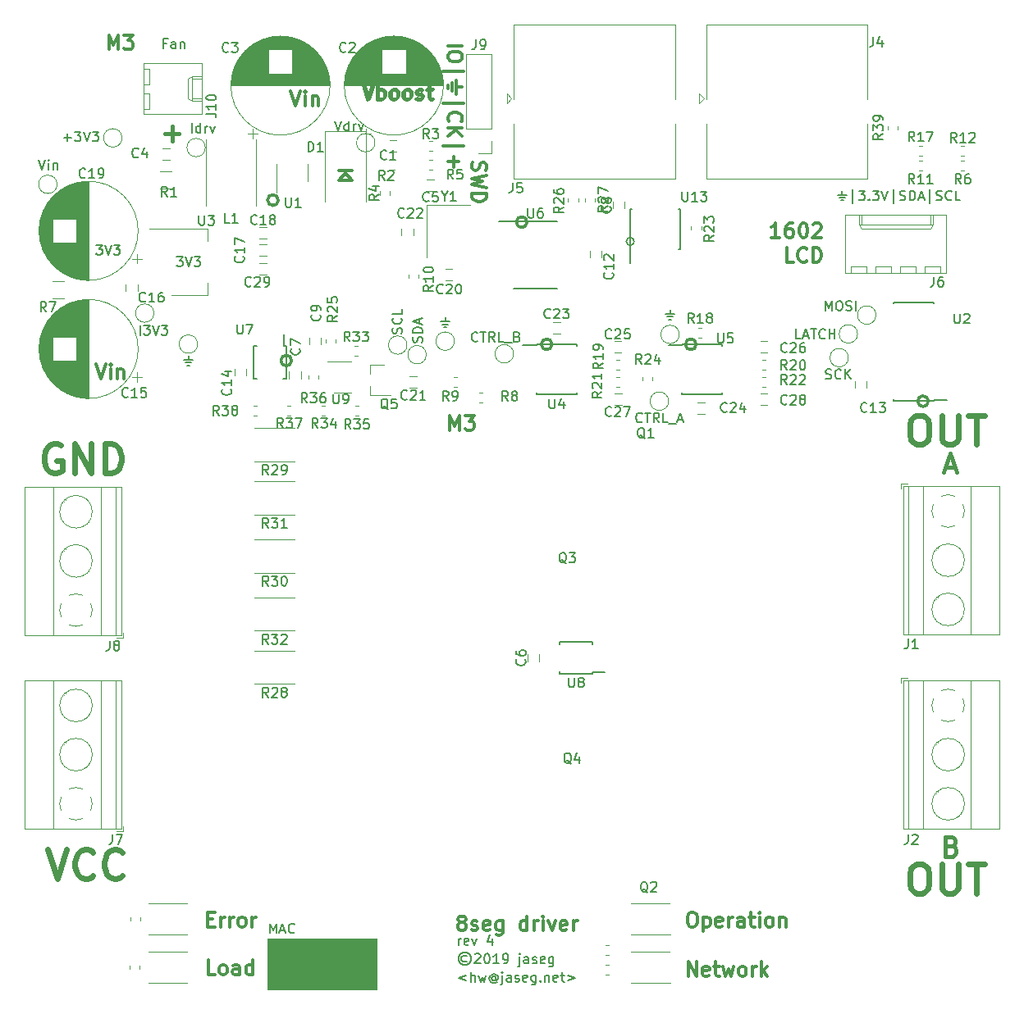
<source format=gbr>
G04 #@! TF.GenerationSoftware,KiCad,Pcbnew,(5.1.0-344-gd281f051e)*
G04 #@! TF.CreationDate,2019-04-25T22:00:11+09:00*
G04 #@! TF.ProjectId,driver,64726976-6572-42e6-9b69-6361645f7063,rev?*
G04 #@! TF.SameCoordinates,Original*
G04 #@! TF.FileFunction,Legend,Top*
G04 #@! TF.FilePolarity,Positive*
%FSLAX46Y46*%
G04 Gerber Fmt 4.6, Leading zero omitted, Abs format (unit mm)*
G04 Created by KiCad (PCBNEW (5.1.0-344-gd281f051e)) date 2019-04-25 22:00:11*
%MOMM*%
%LPD*%
G04 APERTURE LIST*
%ADD10C,0.150000*%
%ADD11C,0.450000*%
%ADD12C,0.100000*%
%ADD13C,0.300000*%
%ADD14C,0.200000*%
%ADD15C,0.600000*%
%ADD16C,0.120000*%
G04 APERTURE END LIST*
D10*
X84338095Y-56528571D02*
X84004761Y-56528571D01*
X84004761Y-57052380D02*
X84004761Y-56052380D01*
X84480952Y-56052380D01*
X85290476Y-57052380D02*
X85290476Y-56528571D01*
X85242857Y-56433333D01*
X85147619Y-56385714D01*
X84957142Y-56385714D01*
X84861904Y-56433333D01*
X85290476Y-57004761D02*
X85195238Y-57052380D01*
X84957142Y-57052380D01*
X84861904Y-57004761D01*
X84814285Y-56909523D01*
X84814285Y-56814285D01*
X84861904Y-56719047D01*
X84957142Y-56671428D01*
X85195238Y-56671428D01*
X85290476Y-56623809D01*
X85766666Y-56385714D02*
X85766666Y-57052380D01*
X85766666Y-56480952D02*
X85814285Y-56433333D01*
X85909523Y-56385714D01*
X86052380Y-56385714D01*
X86147619Y-56433333D01*
X86195238Y-56528571D01*
X86195238Y-57052380D01*
D11*
X84138095Y-65842857D02*
X85661904Y-65842857D01*
X84900000Y-66604761D02*
X84900000Y-65080952D01*
D10*
X132600000Y-77000000D02*
G75*
G03X132600000Y-77000000I-400000J0D01*
G01*
X94988095Y-148452380D02*
X94988095Y-147452380D01*
X95321428Y-148166666D01*
X95654761Y-147452380D01*
X95654761Y-148452380D01*
X96083333Y-148166666D02*
X96559523Y-148166666D01*
X95988095Y-148452380D02*
X96321428Y-147452380D01*
X96654761Y-148452380D01*
X97559523Y-148357142D02*
X97511904Y-148404761D01*
X97369047Y-148452380D01*
X97273809Y-148452380D01*
X97130952Y-148404761D01*
X97035714Y-148309523D01*
X96988095Y-148214285D01*
X96940476Y-148023809D01*
X96940476Y-147880952D01*
X96988095Y-147690476D01*
X97035714Y-147595238D01*
X97130952Y-147500000D01*
X97273809Y-147452380D01*
X97369047Y-147452380D01*
X97511904Y-147500000D01*
X97559523Y-147547619D01*
D12*
G36*
X106000000Y-154250000D02*
G01*
X94750000Y-154250000D01*
X94750000Y-149000000D01*
X106000000Y-149000000D01*
X106000000Y-154250000D01*
G37*
X106000000Y-154250000D02*
X94750000Y-154250000D01*
X94750000Y-149000000D01*
X106000000Y-149000000D01*
X106000000Y-154250000D01*
D13*
X113585714Y-96478571D02*
X113585714Y-94978571D01*
X114085714Y-96050000D01*
X114585714Y-94978571D01*
X114585714Y-96478571D01*
X115157142Y-94978571D02*
X116085714Y-94978571D01*
X115585714Y-95550000D01*
X115800000Y-95550000D01*
X115942857Y-95621428D01*
X116014285Y-95692857D01*
X116085714Y-95835714D01*
X116085714Y-96192857D01*
X116014285Y-96335714D01*
X115942857Y-96407142D01*
X115800000Y-96478571D01*
X115371428Y-96478571D01*
X115228571Y-96407142D01*
X115157142Y-96335714D01*
D14*
X114499999Y-149662380D02*
X114499999Y-148995714D01*
X114499999Y-149186190D02*
X114547618Y-149090952D01*
X114595237Y-149043333D01*
X114690475Y-148995714D01*
X114785714Y-148995714D01*
X115499999Y-149614761D02*
X115404761Y-149662380D01*
X115214285Y-149662380D01*
X115119047Y-149614761D01*
X115071428Y-149519523D01*
X115071428Y-149138571D01*
X115119047Y-149043333D01*
X115214285Y-148995714D01*
X115404761Y-148995714D01*
X115499999Y-149043333D01*
X115547618Y-149138571D01*
X115547618Y-149233809D01*
X115071428Y-149329047D01*
X115880952Y-148995714D02*
X116119047Y-149662380D01*
X116357142Y-148995714D01*
X117928571Y-148995714D02*
X117928571Y-149662380D01*
X117690475Y-148614761D02*
X117452380Y-149329047D01*
X118071428Y-149329047D01*
X115261904Y-152785714D02*
X114500000Y-153071428D01*
X115261904Y-153357142D01*
X115738095Y-153452380D02*
X115738095Y-152452380D01*
X116166666Y-153452380D02*
X116166666Y-152928571D01*
X116119047Y-152833333D01*
X116023809Y-152785714D01*
X115880952Y-152785714D01*
X115785714Y-152833333D01*
X115738095Y-152880952D01*
X116547619Y-152785714D02*
X116738095Y-153452380D01*
X116928571Y-152976190D01*
X117119047Y-153452380D01*
X117309523Y-152785714D01*
X118309523Y-152976190D02*
X118261904Y-152928571D01*
X118166666Y-152880952D01*
X118071428Y-152880952D01*
X117976190Y-152928571D01*
X117928571Y-152976190D01*
X117880952Y-153071428D01*
X117880952Y-153166666D01*
X117928571Y-153261904D01*
X117976190Y-153309523D01*
X118071428Y-153357142D01*
X118166666Y-153357142D01*
X118261904Y-153309523D01*
X118309523Y-153261904D01*
X118309523Y-152880952D02*
X118309523Y-153261904D01*
X118357142Y-153309523D01*
X118404761Y-153309523D01*
X118500000Y-153261904D01*
X118547619Y-153166666D01*
X118547619Y-152928571D01*
X118452380Y-152785714D01*
X118309523Y-152690476D01*
X118119047Y-152642857D01*
X117928571Y-152690476D01*
X117785714Y-152785714D01*
X117690476Y-152928571D01*
X117642857Y-153119047D01*
X117690476Y-153309523D01*
X117785714Y-153452380D01*
X117928571Y-153547619D01*
X118119047Y-153595238D01*
X118309523Y-153547619D01*
X118452380Y-153452380D01*
X118976190Y-152785714D02*
X118976190Y-153642857D01*
X118928571Y-153738095D01*
X118833333Y-153785714D01*
X118785714Y-153785714D01*
X118976190Y-152452380D02*
X118928571Y-152500000D01*
X118976190Y-152547619D01*
X119023809Y-152500000D01*
X118976190Y-152452380D01*
X118976190Y-152547619D01*
X119880952Y-153452380D02*
X119880952Y-152928571D01*
X119833333Y-152833333D01*
X119738095Y-152785714D01*
X119547619Y-152785714D01*
X119452380Y-152833333D01*
X119880952Y-153404761D02*
X119785714Y-153452380D01*
X119547619Y-153452380D01*
X119452380Y-153404761D01*
X119404761Y-153309523D01*
X119404761Y-153214285D01*
X119452380Y-153119047D01*
X119547619Y-153071428D01*
X119785714Y-153071428D01*
X119880952Y-153023809D01*
X120309523Y-153404761D02*
X120404761Y-153452380D01*
X120595238Y-153452380D01*
X120690476Y-153404761D01*
X120738095Y-153309523D01*
X120738095Y-153261904D01*
X120690476Y-153166666D01*
X120595238Y-153119047D01*
X120452380Y-153119047D01*
X120357142Y-153071428D01*
X120309523Y-152976190D01*
X120309523Y-152928571D01*
X120357142Y-152833333D01*
X120452380Y-152785714D01*
X120595238Y-152785714D01*
X120690476Y-152833333D01*
X121547619Y-153404761D02*
X121452380Y-153452380D01*
X121261904Y-153452380D01*
X121166666Y-153404761D01*
X121119047Y-153309523D01*
X121119047Y-152928571D01*
X121166666Y-152833333D01*
X121261904Y-152785714D01*
X121452380Y-152785714D01*
X121547619Y-152833333D01*
X121595238Y-152928571D01*
X121595238Y-153023809D01*
X121119047Y-153119047D01*
X122452380Y-152785714D02*
X122452380Y-153595238D01*
X122404761Y-153690476D01*
X122357142Y-153738095D01*
X122261904Y-153785714D01*
X122119047Y-153785714D01*
X122023809Y-153738095D01*
X122452380Y-153404761D02*
X122357142Y-153452380D01*
X122166666Y-153452380D01*
X122071428Y-153404761D01*
X122023809Y-153357142D01*
X121976190Y-153261904D01*
X121976190Y-152976190D01*
X122023809Y-152880952D01*
X122071428Y-152833333D01*
X122166666Y-152785714D01*
X122357142Y-152785714D01*
X122452380Y-152833333D01*
X122928571Y-153357142D02*
X122976190Y-153404761D01*
X122928571Y-153452380D01*
X122880952Y-153404761D01*
X122928571Y-153357142D01*
X122928571Y-153452380D01*
X123404761Y-152785714D02*
X123404761Y-153452380D01*
X123404761Y-152880952D02*
X123452380Y-152833333D01*
X123547619Y-152785714D01*
X123690476Y-152785714D01*
X123785714Y-152833333D01*
X123833333Y-152928571D01*
X123833333Y-153452380D01*
X124690476Y-153404761D02*
X124595238Y-153452380D01*
X124404761Y-153452380D01*
X124309523Y-153404761D01*
X124261904Y-153309523D01*
X124261904Y-152928571D01*
X124309523Y-152833333D01*
X124404761Y-152785714D01*
X124595238Y-152785714D01*
X124690476Y-152833333D01*
X124738095Y-152928571D01*
X124738095Y-153023809D01*
X124261904Y-153119047D01*
X125023809Y-152785714D02*
X125404761Y-152785714D01*
X125166666Y-152452380D02*
X125166666Y-153309523D01*
X125214285Y-153404761D01*
X125309523Y-153452380D01*
X125404761Y-153452380D01*
X125738095Y-152785714D02*
X126500000Y-153071428D01*
X125738095Y-153357142D01*
D13*
X104728571Y-60778571D02*
X105228571Y-62278571D01*
X105728571Y-60778571D01*
X106228571Y-62278571D02*
X106228571Y-60778571D01*
X106228571Y-61350000D02*
X106371428Y-61278571D01*
X106657142Y-61278571D01*
X106800000Y-61350000D01*
X106871428Y-61421428D01*
X106942857Y-61564285D01*
X106942857Y-61992857D01*
X106871428Y-62135714D01*
X106800000Y-62207142D01*
X106657142Y-62278571D01*
X106371428Y-62278571D01*
X106228571Y-62207142D01*
X107800000Y-62278571D02*
X107657142Y-62207142D01*
X107585714Y-62135714D01*
X107514285Y-61992857D01*
X107514285Y-61564285D01*
X107585714Y-61421428D01*
X107657142Y-61350000D01*
X107800000Y-61278571D01*
X108014285Y-61278571D01*
X108157142Y-61350000D01*
X108228571Y-61421428D01*
X108300000Y-61564285D01*
X108300000Y-61992857D01*
X108228571Y-62135714D01*
X108157142Y-62207142D01*
X108014285Y-62278571D01*
X107800000Y-62278571D01*
X109157142Y-62278571D02*
X109014285Y-62207142D01*
X108942857Y-62135714D01*
X108871428Y-61992857D01*
X108871428Y-61564285D01*
X108942857Y-61421428D01*
X109014285Y-61350000D01*
X109157142Y-61278571D01*
X109371428Y-61278571D01*
X109514285Y-61350000D01*
X109585714Y-61421428D01*
X109657142Y-61564285D01*
X109657142Y-61992857D01*
X109585714Y-62135714D01*
X109514285Y-62207142D01*
X109371428Y-62278571D01*
X109157142Y-62278571D01*
X110228571Y-62207142D02*
X110371428Y-62278571D01*
X110657142Y-62278571D01*
X110800000Y-62207142D01*
X110871428Y-62064285D01*
X110871428Y-61992857D01*
X110800000Y-61850000D01*
X110657142Y-61778571D01*
X110442857Y-61778571D01*
X110300000Y-61707142D01*
X110228571Y-61564285D01*
X110228571Y-61492857D01*
X110300000Y-61350000D01*
X110442857Y-61278571D01*
X110657142Y-61278571D01*
X110800000Y-61350000D01*
X111300000Y-61278571D02*
X111871428Y-61278571D01*
X111514285Y-60778571D02*
X111514285Y-62064285D01*
X111585714Y-62207142D01*
X111728571Y-62278571D01*
X111871428Y-62278571D01*
D14*
X77086904Y-77352380D02*
X77705952Y-77352380D01*
X77372619Y-77733333D01*
X77515476Y-77733333D01*
X77610714Y-77780952D01*
X77658333Y-77828571D01*
X77705952Y-77923809D01*
X77705952Y-78161904D01*
X77658333Y-78257142D01*
X77610714Y-78304761D01*
X77515476Y-78352380D01*
X77229761Y-78352380D01*
X77134523Y-78304761D01*
X77086904Y-78257142D01*
X77991666Y-77352380D02*
X78325000Y-78352380D01*
X78658333Y-77352380D01*
X78896428Y-77352380D02*
X79515476Y-77352380D01*
X79182142Y-77733333D01*
X79325000Y-77733333D01*
X79420238Y-77780952D01*
X79467857Y-77828571D01*
X79515476Y-77923809D01*
X79515476Y-78161904D01*
X79467857Y-78257142D01*
X79420238Y-78304761D01*
X79325000Y-78352380D01*
X79039285Y-78352380D01*
X78944047Y-78304761D01*
X78896428Y-78257142D01*
D13*
X162950000Y-93500000D02*
G75*
G03X162950000Y-93500000I-550000J0D01*
G01*
X121550000Y-75000000D02*
G75*
G03X121550000Y-75000000I-550000J0D01*
G01*
X113371428Y-56764285D02*
X114871428Y-56764285D01*
X114871428Y-57764285D02*
X114871428Y-58050000D01*
X114800000Y-58192857D01*
X114657142Y-58335714D01*
X114371428Y-58407142D01*
X113871428Y-58407142D01*
X113585714Y-58335714D01*
X113442857Y-58192857D01*
X113371428Y-58050000D01*
X113371428Y-57764285D01*
X113442857Y-57621428D01*
X113585714Y-57478571D01*
X113871428Y-57407142D01*
X114371428Y-57407142D01*
X114657142Y-57478571D01*
X114800000Y-57621428D01*
X114871428Y-57764285D01*
X112871428Y-59407142D02*
X115014285Y-59407142D01*
X114228571Y-60335714D02*
X114228571Y-61764285D01*
X113800000Y-60621428D02*
X113800000Y-61478571D01*
X114871428Y-61050000D02*
X114228571Y-61050000D01*
X113371428Y-61192857D02*
X113371428Y-60907142D01*
X112871428Y-62692857D02*
X115014285Y-62692857D01*
X113514285Y-64621428D02*
X113442857Y-64550000D01*
X113371428Y-64335714D01*
X113371428Y-64192857D01*
X113442857Y-63978571D01*
X113585714Y-63835714D01*
X113728571Y-63764285D01*
X114014285Y-63692857D01*
X114228571Y-63692857D01*
X114514285Y-63764285D01*
X114657142Y-63835714D01*
X114800000Y-63978571D01*
X114871428Y-64192857D01*
X114871428Y-64335714D01*
X114800000Y-64550000D01*
X114728571Y-64621428D01*
X113371428Y-65264285D02*
X114871428Y-65264285D01*
X113371428Y-66121428D02*
X114228571Y-65478571D01*
X114871428Y-66121428D02*
X114014285Y-65264285D01*
X112871428Y-67121428D02*
X115014285Y-67121428D01*
X113942857Y-68192857D02*
X113942857Y-69335714D01*
X113371428Y-68764285D02*
X114514285Y-68764285D01*
D15*
X161750000Y-94957142D02*
X162321428Y-94957142D01*
X162607142Y-95100000D01*
X162892857Y-95385714D01*
X163035714Y-95957142D01*
X163035714Y-96957142D01*
X162892857Y-97528571D01*
X162607142Y-97814285D01*
X162321428Y-97957142D01*
X161750000Y-97957142D01*
X161464285Y-97814285D01*
X161178571Y-97528571D01*
X161035714Y-96957142D01*
X161035714Y-95957142D01*
X161178571Y-95385714D01*
X161464285Y-95100000D01*
X161750000Y-94957142D01*
X164321428Y-94957142D02*
X164321428Y-97385714D01*
X164464285Y-97671428D01*
X164607142Y-97814285D01*
X164892857Y-97957142D01*
X165464285Y-97957142D01*
X165750000Y-97814285D01*
X165892857Y-97671428D01*
X166035714Y-97385714D01*
X166035714Y-94957142D01*
X167035714Y-94957142D02*
X168750000Y-94957142D01*
X167892857Y-97957142D02*
X167892857Y-94957142D01*
D13*
X97250000Y-89300000D02*
G75*
G03X97250000Y-89300000I-550000J0D01*
G01*
X77064285Y-89678571D02*
X77564285Y-91178571D01*
X78064285Y-89678571D01*
X78564285Y-91178571D02*
X78564285Y-90178571D01*
X78564285Y-89678571D02*
X78492857Y-89750000D01*
X78564285Y-89821428D01*
X78635714Y-89750000D01*
X78564285Y-89678571D01*
X78564285Y-89821428D01*
X79278571Y-90178571D02*
X79278571Y-91178571D01*
X79278571Y-90321428D02*
X79350000Y-90250000D01*
X79492857Y-90178571D01*
X79707142Y-90178571D01*
X79850000Y-90250000D01*
X79921428Y-90392857D01*
X79921428Y-91178571D01*
X104628571Y-60878571D02*
X105128571Y-62378571D01*
X105628571Y-60878571D01*
X106128571Y-62378571D02*
X106128571Y-60878571D01*
X106128571Y-61450000D02*
X106271428Y-61378571D01*
X106557142Y-61378571D01*
X106700000Y-61450000D01*
X106771428Y-61521428D01*
X106842857Y-61664285D01*
X106842857Y-62092857D01*
X106771428Y-62235714D01*
X106700000Y-62307142D01*
X106557142Y-62378571D01*
X106271428Y-62378571D01*
X106128571Y-62307142D01*
X107700000Y-62378571D02*
X107557142Y-62307142D01*
X107485714Y-62235714D01*
X107414285Y-62092857D01*
X107414285Y-61664285D01*
X107485714Y-61521428D01*
X107557142Y-61450000D01*
X107700000Y-61378571D01*
X107914285Y-61378571D01*
X108057142Y-61450000D01*
X108128571Y-61521428D01*
X108200000Y-61664285D01*
X108200000Y-62092857D01*
X108128571Y-62235714D01*
X108057142Y-62307142D01*
X107914285Y-62378571D01*
X107700000Y-62378571D01*
X109057142Y-62378571D02*
X108914285Y-62307142D01*
X108842857Y-62235714D01*
X108771428Y-62092857D01*
X108771428Y-61664285D01*
X108842857Y-61521428D01*
X108914285Y-61450000D01*
X109057142Y-61378571D01*
X109271428Y-61378571D01*
X109414285Y-61450000D01*
X109485714Y-61521428D01*
X109557142Y-61664285D01*
X109557142Y-62092857D01*
X109485714Y-62235714D01*
X109414285Y-62307142D01*
X109271428Y-62378571D01*
X109057142Y-62378571D01*
X110128571Y-62307142D02*
X110271428Y-62378571D01*
X110557142Y-62378571D01*
X110700000Y-62307142D01*
X110771428Y-62164285D01*
X110771428Y-62092857D01*
X110700000Y-61950000D01*
X110557142Y-61878571D01*
X110342857Y-61878571D01*
X110200000Y-61807142D01*
X110128571Y-61664285D01*
X110128571Y-61592857D01*
X110200000Y-61450000D01*
X110342857Y-61378571D01*
X110557142Y-61378571D01*
X110700000Y-61450000D01*
X111200000Y-61378571D02*
X111771428Y-61378571D01*
X111414285Y-60878571D02*
X111414285Y-62164285D01*
X111485714Y-62307142D01*
X111628571Y-62378571D01*
X111771428Y-62378571D01*
X97164285Y-61478571D02*
X97664285Y-62978571D01*
X98164285Y-61478571D01*
X98664285Y-62978571D02*
X98664285Y-61978571D01*
X98664285Y-61478571D02*
X98592857Y-61550000D01*
X98664285Y-61621428D01*
X98735714Y-61550000D01*
X98664285Y-61478571D01*
X98664285Y-61621428D01*
X99378571Y-61978571D02*
X99378571Y-62978571D01*
X99378571Y-62121428D02*
X99450000Y-62050000D01*
X99592857Y-61978571D01*
X99807142Y-61978571D01*
X99950000Y-62050000D01*
X100021428Y-62192857D01*
X100021428Y-62978571D01*
X102100000Y-69700000D02*
X103500000Y-69700000D01*
X102800000Y-69900000D02*
X102100000Y-70700000D01*
X103500000Y-70700000D02*
X102800000Y-69900000D01*
X102200000Y-70700000D02*
X103500000Y-70700000D01*
D14*
X85386904Y-78577380D02*
X86005952Y-78577380D01*
X85672619Y-78958333D01*
X85815476Y-78958333D01*
X85910714Y-79005952D01*
X85958333Y-79053571D01*
X86005952Y-79148809D01*
X86005952Y-79386904D01*
X85958333Y-79482142D01*
X85910714Y-79529761D01*
X85815476Y-79577380D01*
X85529761Y-79577380D01*
X85434523Y-79529761D01*
X85386904Y-79482142D01*
X86291666Y-78577380D02*
X86625000Y-79577380D01*
X86958333Y-78577380D01*
X87196428Y-78577380D02*
X87815476Y-78577380D01*
X87482142Y-78958333D01*
X87625000Y-78958333D01*
X87720238Y-79005952D01*
X87767857Y-79053571D01*
X87815476Y-79148809D01*
X87815476Y-79386904D01*
X87767857Y-79482142D01*
X87720238Y-79529761D01*
X87625000Y-79577380D01*
X87339285Y-79577380D01*
X87244047Y-79529761D01*
X87196428Y-79482142D01*
X77086904Y-77377380D02*
X77705952Y-77377380D01*
X77372619Y-77758333D01*
X77515476Y-77758333D01*
X77610714Y-77805952D01*
X77658333Y-77853571D01*
X77705952Y-77948809D01*
X77705952Y-78186904D01*
X77658333Y-78282142D01*
X77610714Y-78329761D01*
X77515476Y-78377380D01*
X77229761Y-78377380D01*
X77134523Y-78329761D01*
X77086904Y-78282142D01*
X77991666Y-77377380D02*
X78325000Y-78377380D01*
X78658333Y-77377380D01*
X78896428Y-77377380D02*
X79515476Y-77377380D01*
X79182142Y-77758333D01*
X79325000Y-77758333D01*
X79420238Y-77805952D01*
X79467857Y-77853571D01*
X79515476Y-77948809D01*
X79515476Y-78186904D01*
X79467857Y-78282142D01*
X79420238Y-78329761D01*
X79325000Y-78377380D01*
X79039285Y-78377380D01*
X78944047Y-78329761D01*
X78896428Y-78282142D01*
D13*
X89378571Y-152728571D02*
X88664285Y-152728571D01*
X88664285Y-151228571D01*
X90092857Y-152728571D02*
X89950000Y-152657142D01*
X89878571Y-152585714D01*
X89807142Y-152442857D01*
X89807142Y-152014285D01*
X89878571Y-151871428D01*
X89950000Y-151800000D01*
X90092857Y-151728571D01*
X90307142Y-151728571D01*
X90450000Y-151800000D01*
X90521428Y-151871428D01*
X90592857Y-152014285D01*
X90592857Y-152442857D01*
X90521428Y-152585714D01*
X90450000Y-152657142D01*
X90307142Y-152728571D01*
X90092857Y-152728571D01*
X91878571Y-152728571D02*
X91878571Y-151942857D01*
X91807142Y-151800000D01*
X91664285Y-151728571D01*
X91378571Y-151728571D01*
X91235714Y-151800000D01*
X91878571Y-152657142D02*
X91735714Y-152728571D01*
X91378571Y-152728571D01*
X91235714Y-152657142D01*
X91164285Y-152514285D01*
X91164285Y-152371428D01*
X91235714Y-152228571D01*
X91378571Y-152157142D01*
X91735714Y-152157142D01*
X91878571Y-152085714D01*
X93235714Y-152728571D02*
X93235714Y-151228571D01*
X93235714Y-152657142D02*
X93092857Y-152728571D01*
X92807142Y-152728571D01*
X92664285Y-152657142D01*
X92592857Y-152585714D01*
X92521428Y-152442857D01*
X92521428Y-152014285D01*
X92592857Y-151871428D01*
X92664285Y-151800000D01*
X92807142Y-151728571D01*
X93092857Y-151728571D01*
X93235714Y-151800000D01*
X88607142Y-146992857D02*
X89107142Y-146992857D01*
X89321428Y-147778571D02*
X88607142Y-147778571D01*
X88607142Y-146278571D01*
X89321428Y-146278571D01*
X89964285Y-147778571D02*
X89964285Y-146778571D01*
X89964285Y-147064285D02*
X90035714Y-146921428D01*
X90107142Y-146850000D01*
X90250000Y-146778571D01*
X90392857Y-146778571D01*
X90892857Y-147778571D02*
X90892857Y-146778571D01*
X90892857Y-147064285D02*
X90964285Y-146921428D01*
X91035714Y-146850000D01*
X91178571Y-146778571D01*
X91321428Y-146778571D01*
X92035714Y-147778571D02*
X91892857Y-147707142D01*
X91821428Y-147635714D01*
X91750000Y-147492857D01*
X91750000Y-147064285D01*
X91821428Y-146921428D01*
X91892857Y-146850000D01*
X92035714Y-146778571D01*
X92250000Y-146778571D01*
X92392857Y-146850000D01*
X92464285Y-146921428D01*
X92535714Y-147064285D01*
X92535714Y-147492857D01*
X92464285Y-147635714D01*
X92392857Y-147707142D01*
X92250000Y-147778571D01*
X92035714Y-147778571D01*
X93178571Y-147778571D02*
X93178571Y-146778571D01*
X93178571Y-147064285D02*
X93250000Y-146921428D01*
X93321428Y-146850000D01*
X93464285Y-146778571D01*
X93607142Y-146778571D01*
X138164285Y-152878571D02*
X138164285Y-151378571D01*
X139021428Y-152878571D01*
X139021428Y-151378571D01*
X140307142Y-152807142D02*
X140164285Y-152878571D01*
X139878571Y-152878571D01*
X139735714Y-152807142D01*
X139664285Y-152664285D01*
X139664285Y-152092857D01*
X139735714Y-151950000D01*
X139878571Y-151878571D01*
X140164285Y-151878571D01*
X140307142Y-151950000D01*
X140378571Y-152092857D01*
X140378571Y-152235714D01*
X139664285Y-152378571D01*
X140807142Y-151878571D02*
X141378571Y-151878571D01*
X141021428Y-151378571D02*
X141021428Y-152664285D01*
X141092857Y-152807142D01*
X141235714Y-152878571D01*
X141378571Y-152878571D01*
X141735714Y-151878571D02*
X142021428Y-152878571D01*
X142307142Y-152164285D01*
X142592857Y-152878571D01*
X142878571Y-151878571D01*
X143664285Y-152878571D02*
X143521428Y-152807142D01*
X143450000Y-152735714D01*
X143378571Y-152592857D01*
X143378571Y-152164285D01*
X143450000Y-152021428D01*
X143521428Y-151950000D01*
X143664285Y-151878571D01*
X143878571Y-151878571D01*
X144021428Y-151950000D01*
X144092857Y-152021428D01*
X144164285Y-152164285D01*
X144164285Y-152592857D01*
X144092857Y-152735714D01*
X144021428Y-152807142D01*
X143878571Y-152878571D01*
X143664285Y-152878571D01*
X144807142Y-152878571D02*
X144807142Y-151878571D01*
X144807142Y-152164285D02*
X144878571Y-152021428D01*
X144950000Y-151950000D01*
X145092857Y-151878571D01*
X145235714Y-151878571D01*
X145735714Y-152878571D02*
X145735714Y-151378571D01*
X145878571Y-152307142D02*
X146307142Y-152878571D01*
X146307142Y-151878571D02*
X145735714Y-152450000D01*
X138450000Y-146278571D02*
X138735714Y-146278571D01*
X138878571Y-146350000D01*
X139021428Y-146492857D01*
X139092857Y-146778571D01*
X139092857Y-147278571D01*
X139021428Y-147564285D01*
X138878571Y-147707142D01*
X138735714Y-147778571D01*
X138450000Y-147778571D01*
X138307142Y-147707142D01*
X138164285Y-147564285D01*
X138092857Y-147278571D01*
X138092857Y-146778571D01*
X138164285Y-146492857D01*
X138307142Y-146350000D01*
X138450000Y-146278571D01*
X139735714Y-146778571D02*
X139735714Y-148278571D01*
X139735714Y-146850000D02*
X139878571Y-146778571D01*
X140164285Y-146778571D01*
X140307142Y-146850000D01*
X140378571Y-146921428D01*
X140450000Y-147064285D01*
X140450000Y-147492857D01*
X140378571Y-147635714D01*
X140307142Y-147707142D01*
X140164285Y-147778571D01*
X139878571Y-147778571D01*
X139735714Y-147707142D01*
X141664285Y-147707142D02*
X141521428Y-147778571D01*
X141235714Y-147778571D01*
X141092857Y-147707142D01*
X141021428Y-147564285D01*
X141021428Y-146992857D01*
X141092857Y-146850000D01*
X141235714Y-146778571D01*
X141521428Y-146778571D01*
X141664285Y-146850000D01*
X141735714Y-146992857D01*
X141735714Y-147135714D01*
X141021428Y-147278571D01*
X142378571Y-147778571D02*
X142378571Y-146778571D01*
X142378571Y-147064285D02*
X142450000Y-146921428D01*
X142521428Y-146850000D01*
X142664285Y-146778571D01*
X142807142Y-146778571D01*
X143950000Y-147778571D02*
X143950000Y-146992857D01*
X143878571Y-146850000D01*
X143735714Y-146778571D01*
X143450000Y-146778571D01*
X143307142Y-146850000D01*
X143950000Y-147707142D02*
X143807142Y-147778571D01*
X143450000Y-147778571D01*
X143307142Y-147707142D01*
X143235714Y-147564285D01*
X143235714Y-147421428D01*
X143307142Y-147278571D01*
X143450000Y-147207142D01*
X143807142Y-147207142D01*
X143950000Y-147135714D01*
X144450000Y-146778571D02*
X145021428Y-146778571D01*
X144664285Y-146278571D02*
X144664285Y-147564285D01*
X144735714Y-147707142D01*
X144878571Y-147778571D01*
X145021428Y-147778571D01*
X145521428Y-147778571D02*
X145521428Y-146778571D01*
X145521428Y-146278571D02*
X145450000Y-146350000D01*
X145521428Y-146421428D01*
X145592857Y-146350000D01*
X145521428Y-146278571D01*
X145521428Y-146421428D01*
X146450000Y-147778571D02*
X146307142Y-147707142D01*
X146235714Y-147635714D01*
X146164285Y-147492857D01*
X146164285Y-147064285D01*
X146235714Y-146921428D01*
X146307142Y-146850000D01*
X146450000Y-146778571D01*
X146664285Y-146778571D01*
X146807142Y-146850000D01*
X146878571Y-146921428D01*
X146950000Y-147064285D01*
X146950000Y-147492857D01*
X146878571Y-147635714D01*
X146807142Y-147707142D01*
X146664285Y-147778571D01*
X146450000Y-147778571D01*
X147592857Y-146778571D02*
X147592857Y-147778571D01*
X147592857Y-146921428D02*
X147664285Y-146850000D01*
X147807142Y-146778571D01*
X148021428Y-146778571D01*
X148164285Y-146850000D01*
X148235714Y-146992857D01*
X148235714Y-147778571D01*
X78385714Y-57178571D02*
X78385714Y-55678571D01*
X78885714Y-56750000D01*
X79385714Y-55678571D01*
X79385714Y-57178571D01*
X79957142Y-55678571D02*
X80885714Y-55678571D01*
X80385714Y-56250000D01*
X80600000Y-56250000D01*
X80742857Y-56321428D01*
X80814285Y-56392857D01*
X80885714Y-56535714D01*
X80885714Y-56892857D01*
X80814285Y-57035714D01*
X80742857Y-57107142D01*
X80600000Y-57178571D01*
X80171428Y-57178571D01*
X80028571Y-57107142D01*
X79957142Y-57035714D01*
D14*
X115309523Y-150795476D02*
X115214285Y-150747857D01*
X115023809Y-150747857D01*
X114928571Y-150795476D01*
X114833332Y-150890714D01*
X114785713Y-150985952D01*
X114785713Y-151176428D01*
X114833332Y-151271666D01*
X114928571Y-151366904D01*
X115023809Y-151414523D01*
X115214285Y-151414523D01*
X115309523Y-151366904D01*
X115119047Y-150414523D02*
X114880952Y-150462142D01*
X114642856Y-150605000D01*
X114499999Y-150843095D01*
X114452380Y-151081190D01*
X114499999Y-151319285D01*
X114642856Y-151557380D01*
X114880952Y-151700238D01*
X115119047Y-151747857D01*
X115357142Y-151700238D01*
X115595237Y-151557380D01*
X115738094Y-151319285D01*
X115785713Y-151081190D01*
X115738094Y-150843095D01*
X115595237Y-150605000D01*
X115357142Y-150462142D01*
X115119047Y-150414523D01*
X116166666Y-150652619D02*
X116214285Y-150605000D01*
X116309523Y-150557380D01*
X116547618Y-150557380D01*
X116642856Y-150605000D01*
X116690475Y-150652619D01*
X116738094Y-150747857D01*
X116738094Y-150843095D01*
X116690475Y-150985952D01*
X116119047Y-151557380D01*
X116738094Y-151557380D01*
X117357142Y-150557380D02*
X117452380Y-150557380D01*
X117547618Y-150605000D01*
X117595237Y-150652619D01*
X117642856Y-150747857D01*
X117690475Y-150938333D01*
X117690475Y-151176428D01*
X117642856Y-151366904D01*
X117595237Y-151462142D01*
X117547618Y-151509761D01*
X117452380Y-151557380D01*
X117357142Y-151557380D01*
X117261904Y-151509761D01*
X117214285Y-151462142D01*
X117166666Y-151366904D01*
X117119047Y-151176428D01*
X117119047Y-150938333D01*
X117166666Y-150747857D01*
X117214285Y-150652619D01*
X117261904Y-150605000D01*
X117357142Y-150557380D01*
X118642856Y-151557380D02*
X118071428Y-151557380D01*
X118357142Y-151557380D02*
X118357142Y-150557380D01*
X118261904Y-150700238D01*
X118166666Y-150795476D01*
X118071428Y-150843095D01*
X119119047Y-151557380D02*
X119309523Y-151557380D01*
X119404761Y-151509761D01*
X119452380Y-151462142D01*
X119547618Y-151319285D01*
X119595237Y-151128809D01*
X119595237Y-150747857D01*
X119547618Y-150652619D01*
X119499999Y-150605000D01*
X119404761Y-150557380D01*
X119214285Y-150557380D01*
X119119047Y-150605000D01*
X119071428Y-150652619D01*
X119023809Y-150747857D01*
X119023809Y-150985952D01*
X119071428Y-151081190D01*
X119119047Y-151128809D01*
X119214285Y-151176428D01*
X119404761Y-151176428D01*
X119499999Y-151128809D01*
X119547618Y-151081190D01*
X119595237Y-150985952D01*
X120785713Y-150890714D02*
X120785713Y-151747857D01*
X120738094Y-151843095D01*
X120642856Y-151890714D01*
X120595237Y-151890714D01*
X120785713Y-150557380D02*
X120738094Y-150605000D01*
X120785713Y-150652619D01*
X120833332Y-150605000D01*
X120785713Y-150557380D01*
X120785713Y-150652619D01*
X121690475Y-151557380D02*
X121690475Y-151033571D01*
X121642856Y-150938333D01*
X121547618Y-150890714D01*
X121357142Y-150890714D01*
X121261904Y-150938333D01*
X121690475Y-151509761D02*
X121595237Y-151557380D01*
X121357142Y-151557380D01*
X121261904Y-151509761D01*
X121214285Y-151414523D01*
X121214285Y-151319285D01*
X121261904Y-151224047D01*
X121357142Y-151176428D01*
X121595237Y-151176428D01*
X121690475Y-151128809D01*
X122119047Y-151509761D02*
X122214285Y-151557380D01*
X122404761Y-151557380D01*
X122499999Y-151509761D01*
X122547618Y-151414523D01*
X122547618Y-151366904D01*
X122499999Y-151271666D01*
X122404761Y-151224047D01*
X122261904Y-151224047D01*
X122166666Y-151176428D01*
X122119047Y-151081190D01*
X122119047Y-151033571D01*
X122166666Y-150938333D01*
X122261904Y-150890714D01*
X122404761Y-150890714D01*
X122499999Y-150938333D01*
X123357142Y-151509761D02*
X123261904Y-151557380D01*
X123071428Y-151557380D01*
X122976190Y-151509761D01*
X122928571Y-151414523D01*
X122928571Y-151033571D01*
X122976190Y-150938333D01*
X123071428Y-150890714D01*
X123261904Y-150890714D01*
X123357142Y-150938333D01*
X123404761Y-151033571D01*
X123404761Y-151128809D01*
X122928571Y-151224047D01*
X124261904Y-150890714D02*
X124261904Y-151700238D01*
X124214285Y-151795476D01*
X124166666Y-151843095D01*
X124071428Y-151890714D01*
X123928571Y-151890714D01*
X123833332Y-151843095D01*
X124261904Y-151509761D02*
X124166666Y-151557380D01*
X123976190Y-151557380D01*
X123880952Y-151509761D01*
X123833332Y-151462142D01*
X123785713Y-151366904D01*
X123785713Y-151081190D01*
X123833332Y-150985952D01*
X123880952Y-150938333D01*
X123976190Y-150890714D01*
X124166666Y-150890714D01*
X124261904Y-150938333D01*
D13*
X114678571Y-147321428D02*
X114535714Y-147250000D01*
X114464285Y-147178571D01*
X114392857Y-147035714D01*
X114392857Y-146964285D01*
X114464285Y-146821428D01*
X114535714Y-146750000D01*
X114678571Y-146678571D01*
X114964285Y-146678571D01*
X115107142Y-146750000D01*
X115178571Y-146821428D01*
X115250000Y-146964285D01*
X115250000Y-147035714D01*
X115178571Y-147178571D01*
X115107142Y-147250000D01*
X114964285Y-147321428D01*
X114678571Y-147321428D01*
X114535714Y-147392857D01*
X114464285Y-147464285D01*
X114392857Y-147607142D01*
X114392857Y-147892857D01*
X114464285Y-148035714D01*
X114535714Y-148107142D01*
X114678571Y-148178571D01*
X114964285Y-148178571D01*
X115107142Y-148107142D01*
X115178571Y-148035714D01*
X115250000Y-147892857D01*
X115250000Y-147607142D01*
X115178571Y-147464285D01*
X115107142Y-147392857D01*
X114964285Y-147321428D01*
X115821428Y-148107142D02*
X115964285Y-148178571D01*
X116250000Y-148178571D01*
X116392857Y-148107142D01*
X116464285Y-147964285D01*
X116464285Y-147892857D01*
X116392857Y-147750000D01*
X116250000Y-147678571D01*
X116035714Y-147678571D01*
X115892857Y-147607142D01*
X115821428Y-147464285D01*
X115821428Y-147392857D01*
X115892857Y-147250000D01*
X116035714Y-147178571D01*
X116250000Y-147178571D01*
X116392857Y-147250000D01*
X117678571Y-148107142D02*
X117535714Y-148178571D01*
X117250000Y-148178571D01*
X117107142Y-148107142D01*
X117035714Y-147964285D01*
X117035714Y-147392857D01*
X117107142Y-147250000D01*
X117250000Y-147178571D01*
X117535714Y-147178571D01*
X117678571Y-147250000D01*
X117750000Y-147392857D01*
X117750000Y-147535714D01*
X117035714Y-147678571D01*
X119035714Y-147178571D02*
X119035714Y-148392857D01*
X118964285Y-148535714D01*
X118892857Y-148607142D01*
X118750000Y-148678571D01*
X118535714Y-148678571D01*
X118392857Y-148607142D01*
X119035714Y-148107142D02*
X118892857Y-148178571D01*
X118607142Y-148178571D01*
X118464285Y-148107142D01*
X118392857Y-148035714D01*
X118321428Y-147892857D01*
X118321428Y-147464285D01*
X118392857Y-147321428D01*
X118464285Y-147250000D01*
X118607142Y-147178571D01*
X118892857Y-147178571D01*
X119035714Y-147250000D01*
X121535714Y-148178571D02*
X121535714Y-146678571D01*
X121535714Y-148107142D02*
X121392857Y-148178571D01*
X121107142Y-148178571D01*
X120964285Y-148107142D01*
X120892857Y-148035714D01*
X120821428Y-147892857D01*
X120821428Y-147464285D01*
X120892857Y-147321428D01*
X120964285Y-147250000D01*
X121107142Y-147178571D01*
X121392857Y-147178571D01*
X121535714Y-147250000D01*
X122250000Y-148178571D02*
X122250000Y-147178571D01*
X122250000Y-147464285D02*
X122321428Y-147321428D01*
X122392857Y-147250000D01*
X122535714Y-147178571D01*
X122678571Y-147178571D01*
X123178571Y-148178571D02*
X123178571Y-147178571D01*
X123178571Y-146678571D02*
X123107142Y-146750000D01*
X123178571Y-146821428D01*
X123250000Y-146750000D01*
X123178571Y-146678571D01*
X123178571Y-146821428D01*
X123750000Y-147178571D02*
X124107142Y-148178571D01*
X124464285Y-147178571D01*
X125607142Y-148107142D02*
X125464285Y-148178571D01*
X125178571Y-148178571D01*
X125035714Y-148107142D01*
X124964285Y-147964285D01*
X124964285Y-147392857D01*
X125035714Y-147250000D01*
X125178571Y-147178571D01*
X125464285Y-147178571D01*
X125607142Y-147250000D01*
X125678571Y-147392857D01*
X125678571Y-147535714D01*
X124964285Y-147678571D01*
X126321428Y-148178571D02*
X126321428Y-147178571D01*
X126321428Y-147464285D02*
X126392857Y-147321428D01*
X126464285Y-147250000D01*
X126607142Y-147178571D01*
X126750000Y-147178571D01*
X95875000Y-72725000D02*
G75*
G03X95875000Y-72725000I-550000J0D01*
G01*
X139000000Y-87625000D02*
G75*
G03X139000000Y-87625000I-550000J0D01*
G01*
X124125000Y-87625000D02*
G75*
G03X124125000Y-87625000I-550000J0D01*
G01*
D14*
X153590476Y-72180952D02*
X154542857Y-72180952D01*
X153780952Y-72466666D02*
X154352380Y-72466666D01*
X154066666Y-71752380D02*
X154066666Y-72180952D01*
X154161904Y-72752380D02*
X153971428Y-72752380D01*
X155161904Y-73085714D02*
X155161904Y-71657142D01*
X155780952Y-71752380D02*
X156400000Y-71752380D01*
X156066666Y-72133333D01*
X156209523Y-72133333D01*
X156304761Y-72180952D01*
X156352380Y-72228571D01*
X156400000Y-72323809D01*
X156400000Y-72561904D01*
X156352380Y-72657142D01*
X156304761Y-72704761D01*
X156209523Y-72752380D01*
X155923809Y-72752380D01*
X155828571Y-72704761D01*
X155780952Y-72657142D01*
X156828571Y-72657142D02*
X156876190Y-72704761D01*
X156828571Y-72752380D01*
X156780952Y-72704761D01*
X156828571Y-72657142D01*
X156828571Y-72752380D01*
X157209523Y-71752380D02*
X157828571Y-71752380D01*
X157495238Y-72133333D01*
X157638095Y-72133333D01*
X157733333Y-72180952D01*
X157780952Y-72228571D01*
X157828571Y-72323809D01*
X157828571Y-72561904D01*
X157780952Y-72657142D01*
X157733333Y-72704761D01*
X157638095Y-72752380D01*
X157352380Y-72752380D01*
X157257142Y-72704761D01*
X157209523Y-72657142D01*
X158114285Y-71752380D02*
X158447619Y-72752380D01*
X158780952Y-71752380D01*
X159352380Y-73085714D02*
X159352380Y-71657142D01*
X160019047Y-72704761D02*
X160161904Y-72752380D01*
X160400000Y-72752380D01*
X160495238Y-72704761D01*
X160542857Y-72657142D01*
X160590476Y-72561904D01*
X160590476Y-72466666D01*
X160542857Y-72371428D01*
X160495238Y-72323809D01*
X160400000Y-72276190D01*
X160209523Y-72228571D01*
X160114285Y-72180952D01*
X160066666Y-72133333D01*
X160019047Y-72038095D01*
X160019047Y-71942857D01*
X160066666Y-71847619D01*
X160114285Y-71800000D01*
X160209523Y-71752380D01*
X160447619Y-71752380D01*
X160590476Y-71800000D01*
X161019047Y-72752380D02*
X161019047Y-71752380D01*
X161257142Y-71752380D01*
X161400000Y-71800000D01*
X161495238Y-71895238D01*
X161542857Y-71990476D01*
X161590476Y-72180952D01*
X161590476Y-72323809D01*
X161542857Y-72514285D01*
X161495238Y-72609523D01*
X161400000Y-72704761D01*
X161257142Y-72752380D01*
X161019047Y-72752380D01*
X161971428Y-72466666D02*
X162447619Y-72466666D01*
X161876190Y-72752380D02*
X162209523Y-71752380D01*
X162542857Y-72752380D01*
X163114285Y-73085714D02*
X163114285Y-71657142D01*
X163780952Y-72704761D02*
X163923809Y-72752380D01*
X164161904Y-72752380D01*
X164257142Y-72704761D01*
X164304761Y-72657142D01*
X164352380Y-72561904D01*
X164352380Y-72466666D01*
X164304761Y-72371428D01*
X164257142Y-72323809D01*
X164161904Y-72276190D01*
X163971428Y-72228571D01*
X163876190Y-72180952D01*
X163828571Y-72133333D01*
X163780952Y-72038095D01*
X163780952Y-71942857D01*
X163828571Y-71847619D01*
X163876190Y-71800000D01*
X163971428Y-71752380D01*
X164209523Y-71752380D01*
X164352380Y-71800000D01*
X165352380Y-72657142D02*
X165304761Y-72704761D01*
X165161904Y-72752380D01*
X165066666Y-72752380D01*
X164923809Y-72704761D01*
X164828571Y-72609523D01*
X164780952Y-72514285D01*
X164733333Y-72323809D01*
X164733333Y-72180952D01*
X164780952Y-71990476D01*
X164828571Y-71895238D01*
X164923809Y-71800000D01*
X165066666Y-71752380D01*
X165161904Y-71752380D01*
X165304761Y-71800000D01*
X165352380Y-71847619D01*
X166257142Y-72752380D02*
X165780952Y-72752380D01*
X165780952Y-71752380D01*
D13*
X147633571Y-76603571D02*
X146776428Y-76603571D01*
X147205000Y-76603571D02*
X147205000Y-75103571D01*
X147062142Y-75317857D01*
X146919285Y-75460714D01*
X146776428Y-75532142D01*
X148919285Y-75103571D02*
X148633571Y-75103571D01*
X148490714Y-75175000D01*
X148419285Y-75246428D01*
X148276428Y-75460714D01*
X148205000Y-75746428D01*
X148205000Y-76317857D01*
X148276428Y-76460714D01*
X148347857Y-76532142D01*
X148490714Y-76603571D01*
X148776428Y-76603571D01*
X148919285Y-76532142D01*
X148990714Y-76460714D01*
X149062142Y-76317857D01*
X149062142Y-75960714D01*
X148990714Y-75817857D01*
X148919285Y-75746428D01*
X148776428Y-75675000D01*
X148490714Y-75675000D01*
X148347857Y-75746428D01*
X148276428Y-75817857D01*
X148205000Y-75960714D01*
X149990714Y-75103571D02*
X150133571Y-75103571D01*
X150276428Y-75175000D01*
X150347857Y-75246428D01*
X150419285Y-75389285D01*
X150490714Y-75675000D01*
X150490714Y-76032142D01*
X150419285Y-76317857D01*
X150347857Y-76460714D01*
X150276428Y-76532142D01*
X150133571Y-76603571D01*
X149990714Y-76603571D01*
X149847857Y-76532142D01*
X149776428Y-76460714D01*
X149705000Y-76317857D01*
X149633571Y-76032142D01*
X149633571Y-75675000D01*
X149705000Y-75389285D01*
X149776428Y-75246428D01*
X149847857Y-75175000D01*
X149990714Y-75103571D01*
X151062142Y-75246428D02*
X151133571Y-75175000D01*
X151276428Y-75103571D01*
X151633571Y-75103571D01*
X151776428Y-75175000D01*
X151847857Y-75246428D01*
X151919285Y-75389285D01*
X151919285Y-75532142D01*
X151847857Y-75746428D01*
X150990714Y-76603571D01*
X151919285Y-76603571D01*
X149062142Y-79153571D02*
X148347857Y-79153571D01*
X148347857Y-77653571D01*
X150419285Y-79010714D02*
X150347857Y-79082142D01*
X150133571Y-79153571D01*
X149990714Y-79153571D01*
X149776428Y-79082142D01*
X149633571Y-78939285D01*
X149562142Y-78796428D01*
X149490714Y-78510714D01*
X149490714Y-78296428D01*
X149562142Y-78010714D01*
X149633571Y-77867857D01*
X149776428Y-77725000D01*
X149990714Y-77653571D01*
X150133571Y-77653571D01*
X150347857Y-77725000D01*
X150419285Y-77796428D01*
X151062142Y-79153571D02*
X151062142Y-77653571D01*
X151419285Y-77653571D01*
X151633571Y-77725000D01*
X151776428Y-77867857D01*
X151847857Y-78010714D01*
X151919285Y-78296428D01*
X151919285Y-78510714D01*
X151847857Y-78796428D01*
X151776428Y-78939285D01*
X151633571Y-79082142D01*
X151419285Y-79153571D01*
X151062142Y-79153571D01*
X115942857Y-68814285D02*
X115871428Y-69028571D01*
X115871428Y-69385714D01*
X115942857Y-69528571D01*
X116014285Y-69600000D01*
X116157142Y-69671428D01*
X116300000Y-69671428D01*
X116442857Y-69600000D01*
X116514285Y-69528571D01*
X116585714Y-69385714D01*
X116657142Y-69100000D01*
X116728571Y-68957142D01*
X116800000Y-68885714D01*
X116942857Y-68814285D01*
X117085714Y-68814285D01*
X117228571Y-68885714D01*
X117300000Y-68957142D01*
X117371428Y-69100000D01*
X117371428Y-69457142D01*
X117300000Y-69671428D01*
X117371428Y-70171428D02*
X115871428Y-70528571D01*
X116942857Y-70814285D01*
X115871428Y-71100000D01*
X117371428Y-71457142D01*
X115871428Y-72028571D02*
X117371428Y-72028571D01*
X117371428Y-72385714D01*
X117300000Y-72600000D01*
X117157142Y-72742857D01*
X117014285Y-72814285D01*
X116728571Y-72885714D01*
X116514285Y-72885714D01*
X116228571Y-72814285D01*
X116085714Y-72742857D01*
X115942857Y-72600000D01*
X115871428Y-72385714D01*
X115871428Y-72028571D01*
D11*
X165342857Y-139457142D02*
X165628571Y-139552380D01*
X165723809Y-139647619D01*
X165819047Y-139838095D01*
X165819047Y-140123809D01*
X165723809Y-140314285D01*
X165628571Y-140409523D01*
X165438095Y-140504761D01*
X164676190Y-140504761D01*
X164676190Y-138504761D01*
X165342857Y-138504761D01*
X165533333Y-138600000D01*
X165628571Y-138695238D01*
X165723809Y-138885714D01*
X165723809Y-139076190D01*
X165628571Y-139266666D01*
X165533333Y-139361904D01*
X165342857Y-139457142D01*
X164676190Y-139457142D01*
D15*
X161750000Y-141307142D02*
X162321428Y-141307142D01*
X162607142Y-141450000D01*
X162892857Y-141735714D01*
X163035714Y-142307142D01*
X163035714Y-143307142D01*
X162892857Y-143878571D01*
X162607142Y-144164285D01*
X162321428Y-144307142D01*
X161750000Y-144307142D01*
X161464285Y-144164285D01*
X161178571Y-143878571D01*
X161035714Y-143307142D01*
X161035714Y-142307142D01*
X161178571Y-141735714D01*
X161464285Y-141450000D01*
X161750000Y-141307142D01*
X164321428Y-141307142D02*
X164321428Y-143735714D01*
X164464285Y-144021428D01*
X164607142Y-144164285D01*
X164892857Y-144307142D01*
X165464285Y-144307142D01*
X165750000Y-144164285D01*
X165892857Y-144021428D01*
X166035714Y-143735714D01*
X166035714Y-141307142D01*
X167035714Y-141307142D02*
X168750000Y-141307142D01*
X167892857Y-144307142D02*
X167892857Y-141307142D01*
D11*
X164723809Y-100283333D02*
X165676190Y-100283333D01*
X164533333Y-100854761D02*
X165200000Y-98854761D01*
X165866666Y-100854761D01*
D15*
X73414285Y-98050000D02*
X73128571Y-97907142D01*
X72700000Y-97907142D01*
X72271428Y-98050000D01*
X71985714Y-98335714D01*
X71842857Y-98621428D01*
X71700000Y-99192857D01*
X71700000Y-99621428D01*
X71842857Y-100192857D01*
X71985714Y-100478571D01*
X72271428Y-100764285D01*
X72700000Y-100907142D01*
X72985714Y-100907142D01*
X73414285Y-100764285D01*
X73557142Y-100621428D01*
X73557142Y-99621428D01*
X72985714Y-99621428D01*
X74842857Y-100907142D02*
X74842857Y-97907142D01*
X76557142Y-100907142D01*
X76557142Y-97907142D01*
X77985714Y-100907142D02*
X77985714Y-97907142D01*
X78700000Y-97907142D01*
X79128571Y-98050000D01*
X79414285Y-98335714D01*
X79557142Y-98621428D01*
X79700000Y-99192857D01*
X79700000Y-99621428D01*
X79557142Y-100192857D01*
X79414285Y-100478571D01*
X79128571Y-100764285D01*
X78700000Y-100907142D01*
X77985714Y-100907142D01*
X72050000Y-139807142D02*
X73050000Y-142807142D01*
X74050000Y-139807142D01*
X76764285Y-142521428D02*
X76621428Y-142664285D01*
X76192857Y-142807142D01*
X75907142Y-142807142D01*
X75478571Y-142664285D01*
X75192857Y-142378571D01*
X75050000Y-142092857D01*
X74907142Y-141521428D01*
X74907142Y-141092857D01*
X75050000Y-140521428D01*
X75192857Y-140235714D01*
X75478571Y-139950000D01*
X75907142Y-139807142D01*
X76192857Y-139807142D01*
X76621428Y-139950000D01*
X76764285Y-140092857D01*
X79764285Y-142521428D02*
X79621428Y-142664285D01*
X79192857Y-142807142D01*
X78907142Y-142807142D01*
X78478571Y-142664285D01*
X78192857Y-142378571D01*
X78050000Y-142092857D01*
X77907142Y-141521428D01*
X77907142Y-141092857D01*
X78050000Y-140521428D01*
X78192857Y-140235714D01*
X78478571Y-139950000D01*
X78907142Y-139807142D01*
X79192857Y-139807142D01*
X79621428Y-139950000D01*
X79764285Y-140092857D01*
D16*
X157550000Y-84600000D02*
G75*
G03X157550000Y-84600000I-950000J0D01*
G01*
X154700000Y-89000000D02*
G75*
G03X154700000Y-89000000I-950000J0D01*
G01*
X155650000Y-86550000D02*
G75*
G03X155650000Y-86550000I-950000J0D01*
G01*
X114050000Y-87300000D02*
G75*
G03X114050000Y-87300000I-950000J0D01*
G01*
X111150000Y-88700000D02*
G75*
G03X111150000Y-88700000I-950000J0D01*
G01*
X109150000Y-87700000D02*
G75*
G03X109150000Y-87700000I-950000J0D01*
G01*
X137250000Y-86600000D02*
G75*
G03X137250000Y-86600000I-950000J0D01*
G01*
X136150000Y-93500000D02*
G75*
G03X136150000Y-93500000I-950000J0D01*
G01*
X120150000Y-88600000D02*
G75*
G03X120150000Y-88600000I-950000J0D01*
G01*
X79750000Y-66300000D02*
G75*
G03X79750000Y-66300000I-950000J0D01*
G01*
X83050000Y-84400000D02*
G75*
G03X83050000Y-84400000I-950000J0D01*
G01*
X73050000Y-71100000D02*
G75*
G03X73050000Y-71100000I-950000J0D01*
G01*
X87550000Y-87600000D02*
G75*
G03X87550000Y-87600000I-950000J0D01*
G01*
X88350000Y-67300000D02*
G75*
G03X88350000Y-67300000I-950000J0D01*
G01*
X105850000Y-66800000D02*
G75*
G03X105850000Y-66800000I-950000J0D01*
G01*
X99100000Y-87650000D02*
X99100000Y-86950000D01*
X100300000Y-86950000D02*
X100300000Y-87650000D01*
X103400000Y-89390000D02*
X100950000Y-89390000D01*
X101600000Y-92610000D02*
X103400000Y-92610000D01*
X91400000Y-90850000D02*
X91400000Y-90150000D01*
X92600000Y-90150000D02*
X92600000Y-90850000D01*
X131600000Y-72900000D02*
X131600000Y-73600000D01*
X130400000Y-73600000D02*
X130400000Y-72900000D01*
D10*
X132225000Y-77825000D02*
X132225000Y-79225000D01*
X137325000Y-77825000D02*
X137325000Y-73675000D01*
X132175000Y-77825000D02*
X132175000Y-73675000D01*
X137325000Y-77825000D02*
X137180000Y-77825000D01*
X137325000Y-73675000D02*
X137180000Y-73675000D01*
X132175000Y-73675000D02*
X132320000Y-73675000D01*
X132175000Y-77825000D02*
X132225000Y-77825000D01*
D16*
X159760000Y-65421267D02*
X159760000Y-65078733D01*
X158740000Y-65421267D02*
X158740000Y-65078733D01*
X93671267Y-93990000D02*
X93328733Y-93990000D01*
X93671267Y-95010000D02*
X93328733Y-95010000D01*
X97171267Y-93990000D02*
X96828733Y-93990000D01*
X97171267Y-95010000D02*
X96828733Y-95010000D01*
X98990000Y-90828733D02*
X98990000Y-91171267D01*
X100010000Y-90828733D02*
X100010000Y-91171267D01*
X103828733Y-95010000D02*
X104171267Y-95010000D01*
X103828733Y-93990000D02*
X104171267Y-93990000D01*
X100328733Y-95010000D02*
X100671267Y-95010000D01*
X100328733Y-93990000D02*
X100671267Y-93990000D01*
X103728733Y-88810000D02*
X104071267Y-88810000D01*
X103728733Y-87790000D02*
X104071267Y-87790000D01*
X101810000Y-87471267D02*
X101810000Y-87128733D01*
X100790000Y-87471267D02*
X100790000Y-87128733D01*
X134510000Y-91371267D02*
X134510000Y-91028733D01*
X133490000Y-91371267D02*
X133490000Y-91028733D01*
X139228733Y-86910000D02*
X139571267Y-86910000D01*
X139228733Y-85890000D02*
X139571267Y-85890000D01*
X105340000Y-89720000D02*
X106800000Y-89720000D01*
X105340000Y-92880000D02*
X107500000Y-92880000D01*
X105340000Y-92880000D02*
X105340000Y-91950000D01*
X105340000Y-89720000D02*
X105340000Y-90650000D01*
X98200000Y-90450000D02*
X98200000Y-91150000D01*
X97000000Y-91150000D02*
X97000000Y-90450000D01*
X122800000Y-119650000D02*
X122800000Y-120350000D01*
X121600000Y-120350000D02*
X121600000Y-119650000D01*
X94650000Y-80400000D02*
X93950000Y-80400000D01*
X93950000Y-79200000D02*
X94650000Y-79200000D01*
X154980000Y-79600000D02*
X154980000Y-80220000D01*
X156580000Y-79600000D02*
X154980000Y-79600000D01*
X156580000Y-80220000D02*
X156580000Y-79600000D01*
X157520000Y-79600000D02*
X157520000Y-80220000D01*
X159120000Y-79600000D02*
X157520000Y-79600000D01*
X159120000Y-80220000D02*
X159120000Y-79600000D01*
X160060000Y-79600000D02*
X160060000Y-80220000D01*
X161660000Y-79600000D02*
X160060000Y-79600000D01*
X161660000Y-80220000D02*
X161660000Y-79600000D01*
X162600000Y-79600000D02*
X162600000Y-80220000D01*
X164200000Y-79600000D02*
X162600000Y-79600000D01*
X164200000Y-80220000D02*
X164200000Y-79600000D01*
X156030000Y-74220000D02*
X156030000Y-75220000D01*
X163150000Y-74220000D02*
X163150000Y-75220000D01*
X156030000Y-75650000D02*
X155780000Y-75220000D01*
X163150000Y-75650000D02*
X156030000Y-75650000D01*
X163400000Y-75220000D02*
X163150000Y-75650000D01*
X155780000Y-75220000D02*
X155780000Y-74220000D01*
X163400000Y-75220000D02*
X155780000Y-75220000D01*
X163400000Y-74220000D02*
X163400000Y-75220000D01*
X154410000Y-80220000D02*
X164770000Y-80220000D01*
X154410000Y-74220000D02*
X154410000Y-80220000D01*
X164770000Y-74220000D02*
X154410000Y-74220000D01*
X164770000Y-80220000D02*
X164770000Y-74220000D01*
D10*
X96675000Y-87825000D02*
X96450000Y-87825000D01*
X96675000Y-91175000D02*
X96375000Y-91175000D01*
X93325000Y-91175000D02*
X93625000Y-91175000D01*
X93325000Y-87825000D02*
X93625000Y-87825000D01*
X96675000Y-87825000D02*
X96675000Y-91175000D01*
X93325000Y-87825000D02*
X93325000Y-91175000D01*
X96450000Y-87825000D02*
X96450000Y-86600000D01*
X120175000Y-81850000D02*
X124625000Y-81850000D01*
X118650000Y-74950000D02*
X124625000Y-74950000D01*
D16*
X111428733Y-66590000D02*
X111771267Y-66590000D01*
X111428733Y-67610000D02*
X111771267Y-67610000D01*
X107350000Y-66500000D02*
X108050000Y-66500000D01*
X108050000Y-67700000D02*
X107350000Y-67700000D01*
X84650000Y-68550000D02*
X83950000Y-68550000D01*
X83950000Y-67350000D02*
X84650000Y-67350000D01*
X111924999Y-71774999D02*
X111224999Y-71774999D01*
X111224999Y-70574999D02*
X111924999Y-70574999D01*
X129200000Y-77950000D02*
X129200000Y-78650000D01*
X128000000Y-78650000D02*
X128000000Y-77950000D01*
X156600000Y-91450000D02*
X156600000Y-92150000D01*
X155400000Y-92150000D02*
X155400000Y-91450000D01*
X80150000Y-82100000D02*
X80150000Y-81400000D01*
X81350000Y-81400000D02*
X81350000Y-82100000D01*
X94650000Y-78500000D02*
X93950000Y-78500000D01*
X93950000Y-77300000D02*
X94650000Y-77300000D01*
X94650000Y-76700000D02*
X93950000Y-76700000D01*
X93950000Y-75500000D02*
X94650000Y-75500000D01*
X113850000Y-81050000D02*
X113150000Y-81050000D01*
X113150000Y-79850000D02*
X113850000Y-79850000D01*
X109450000Y-90900000D02*
X110150000Y-90900000D01*
X110150000Y-92100000D02*
X109450000Y-92100000D01*
X108600000Y-76400000D02*
X108600000Y-75700000D01*
X109800000Y-75700000D02*
X109800000Y-76400000D01*
X124250000Y-85300000D02*
X124950000Y-85300000D01*
X124950000Y-86500000D02*
X124250000Y-86500000D01*
X139850000Y-94850000D02*
X139150000Y-94850000D01*
X139150000Y-93650000D02*
X139850000Y-93650000D01*
X130550000Y-87300000D02*
X131250000Y-87300000D01*
X131250000Y-88500000D02*
X130550000Y-88500000D01*
X145650000Y-87300000D02*
X146350000Y-87300000D01*
X146350000Y-88500000D02*
X145650000Y-88500000D01*
X130600000Y-92700000D02*
X131300000Y-92700000D01*
X131300000Y-93900000D02*
X130600000Y-93900000D01*
X146350000Y-93900000D02*
X145650000Y-93900000D01*
X145650000Y-92700000D02*
X146350000Y-92700000D01*
X104950000Y-65600000D02*
X100650000Y-65600000D01*
X100650000Y-65600000D02*
X100650000Y-72900000D01*
X104950000Y-65600000D02*
X104950000Y-72900000D01*
X136250000Y-150400000D02*
X132250000Y-150400000D01*
X136300000Y-153600000D02*
X132300000Y-153600000D01*
X86500000Y-153600000D02*
X82500000Y-153600000D01*
X86450000Y-150400000D02*
X82450000Y-150400000D01*
X86500000Y-148600000D02*
X82500000Y-148600000D01*
X86450000Y-145400000D02*
X82450000Y-145400000D01*
X136250000Y-145400000D02*
X132250000Y-145400000D01*
X136300000Y-148600000D02*
X132300000Y-148600000D01*
X163465244Y-105523318D02*
G75*
G02X163320000Y-104840000I1534756J683318D01*
G01*
X165683042Y-106375426D02*
G75*
G02X164316000Y-106375000I-683042J1535426D01*
G01*
X166535426Y-104156958D02*
G75*
G02X166535000Y-105524000I-1535426J-683042D01*
G01*
X164316958Y-103304574D02*
G75*
G02X165684000Y-103305000I683042J-1535426D01*
G01*
X163319747Y-104868805D02*
G75*
G02X163465000Y-104156000I1680253J28805D01*
G01*
X166680000Y-109920000D02*
G75*
G03X166680000Y-109920000I-1680000J0D01*
G01*
X166680000Y-115000000D02*
G75*
G03X166680000Y-115000000I-1680000J0D01*
G01*
X160900000Y-102240000D02*
X160900000Y-117600000D01*
X162400000Y-102240000D02*
X162400000Y-117600000D01*
X167301000Y-102240000D02*
X167301000Y-117600000D01*
X170261000Y-102240000D02*
X170261000Y-117600000D01*
X160340000Y-102240000D02*
X160340000Y-117600000D01*
X170261000Y-102240000D02*
X160340000Y-102240000D01*
X170261000Y-117600000D02*
X160340000Y-117600000D01*
X166069000Y-111195000D02*
X166023000Y-111148000D01*
X163761000Y-108886000D02*
X163726000Y-108851000D01*
X166275000Y-110990000D02*
X166239000Y-110955000D01*
X163977000Y-108693000D02*
X163931000Y-108646000D01*
X166069000Y-116275000D02*
X166023000Y-116228000D01*
X163761000Y-113966000D02*
X163726000Y-113931000D01*
X166275000Y-116070000D02*
X166239000Y-116035000D01*
X163977000Y-113773000D02*
X163931000Y-113726000D01*
X160840000Y-102000000D02*
X160100000Y-102000000D01*
X160100000Y-102000000D02*
X160100000Y-102500000D01*
X160100000Y-122080000D02*
X160100000Y-122580000D01*
X160840000Y-122080000D02*
X160100000Y-122080000D01*
X163977000Y-133853000D02*
X163931000Y-133806000D01*
X166275000Y-136150000D02*
X166239000Y-136115000D01*
X163761000Y-134046000D02*
X163726000Y-134011000D01*
X166069000Y-136355000D02*
X166023000Y-136308000D01*
X163977000Y-128773000D02*
X163931000Y-128726000D01*
X166275000Y-131070000D02*
X166239000Y-131035000D01*
X163761000Y-128966000D02*
X163726000Y-128931000D01*
X166069000Y-131275000D02*
X166023000Y-131228000D01*
X170261000Y-137680000D02*
X160340000Y-137680000D01*
X170261000Y-122320000D02*
X160340000Y-122320000D01*
X160340000Y-122320000D02*
X160340000Y-137680000D01*
X170261000Y-122320000D02*
X170261000Y-137680000D01*
X167301000Y-122320000D02*
X167301000Y-137680000D01*
X162400000Y-122320000D02*
X162400000Y-137680000D01*
X160900000Y-122320000D02*
X160900000Y-137680000D01*
X166680000Y-135080000D02*
G75*
G03X166680000Y-135080000I-1680000J0D01*
G01*
X166680000Y-130000000D02*
G75*
G03X166680000Y-130000000I-1680000J0D01*
G01*
X163319747Y-124948805D02*
G75*
G02X163465000Y-124236000I1680253J28805D01*
G01*
X164316958Y-123384574D02*
G75*
G02X165684000Y-123385000I683042J-1535426D01*
G01*
X166535426Y-124236958D02*
G75*
G02X166535000Y-125604000I-1535426J-683042D01*
G01*
X165683042Y-126455426D02*
G75*
G02X164316000Y-126455000I-683042J1535426D01*
G01*
X163465244Y-125603318D02*
G75*
G02X163320000Y-124920000I1534756J683318D01*
G01*
X79900000Y-137920000D02*
X79900000Y-137420000D01*
X79160000Y-137920000D02*
X79900000Y-137920000D01*
X76023000Y-126147000D02*
X76069000Y-126194000D01*
X73725000Y-123850000D02*
X73761000Y-123885000D01*
X76239000Y-125954000D02*
X76274000Y-125989000D01*
X73931000Y-123645000D02*
X73977000Y-123692000D01*
X76023000Y-131227000D02*
X76069000Y-131274000D01*
X73725000Y-128930000D02*
X73761000Y-128965000D01*
X76239000Y-131034000D02*
X76274000Y-131069000D01*
X73931000Y-128725000D02*
X73977000Y-128772000D01*
X69739000Y-122320000D02*
X79660000Y-122320000D01*
X69739000Y-137680000D02*
X79660000Y-137680000D01*
X79660000Y-137680000D02*
X79660000Y-122320000D01*
X69739000Y-137680000D02*
X69739000Y-122320000D01*
X72699000Y-137680000D02*
X72699000Y-122320000D01*
X77600000Y-137680000D02*
X77600000Y-122320000D01*
X79100000Y-137680000D02*
X79100000Y-122320000D01*
X76680000Y-124920000D02*
G75*
G03X76680000Y-124920000I-1680000J0D01*
G01*
X76680000Y-130000000D02*
G75*
G03X76680000Y-130000000I-1680000J0D01*
G01*
X76680253Y-135051195D02*
G75*
G02X76535000Y-135764000I-1680253J-28805D01*
G01*
X75683042Y-136615426D02*
G75*
G02X74316000Y-136615000I-683042J1535426D01*
G01*
X73464574Y-135763042D02*
G75*
G02X73465000Y-134396000I1535426J683042D01*
G01*
X74316958Y-133544574D02*
G75*
G02X75684000Y-133545000I683042J-1535426D01*
G01*
X76534756Y-134396682D02*
G75*
G02X76680000Y-135080000I-1534756J-683318D01*
G01*
X76534756Y-114396682D02*
G75*
G02X76680000Y-115080000I-1534756J-683318D01*
G01*
X74316958Y-113544574D02*
G75*
G02X75684000Y-113545000I683042J-1535426D01*
G01*
X73464574Y-115763042D02*
G75*
G02X73465000Y-114396000I1535426J683042D01*
G01*
X75683042Y-116615426D02*
G75*
G02X74316000Y-116615000I-683042J1535426D01*
G01*
X76680253Y-115051195D02*
G75*
G02X76535000Y-115764000I-1680253J-28805D01*
G01*
X76680000Y-110000000D02*
G75*
G03X76680000Y-110000000I-1680000J0D01*
G01*
X76680000Y-104920000D02*
G75*
G03X76680000Y-104920000I-1680000J0D01*
G01*
X79100000Y-117680000D02*
X79100000Y-102320000D01*
X77600000Y-117680000D02*
X77600000Y-102320000D01*
X72699000Y-117680000D02*
X72699000Y-102320000D01*
X69739000Y-117680000D02*
X69739000Y-102320000D01*
X79660000Y-117680000D02*
X79660000Y-102320000D01*
X69739000Y-117680000D02*
X79660000Y-117680000D01*
X69739000Y-102320000D02*
X79660000Y-102320000D01*
X73931000Y-108725000D02*
X73977000Y-108772000D01*
X76239000Y-111034000D02*
X76274000Y-111069000D01*
X73725000Y-108930000D02*
X73761000Y-108965000D01*
X76023000Y-111227000D02*
X76069000Y-111274000D01*
X73931000Y-103645000D02*
X73977000Y-103692000D01*
X76239000Y-105954000D02*
X76274000Y-105989000D01*
X73725000Y-103850000D02*
X73761000Y-103885000D01*
X76023000Y-106147000D02*
X76069000Y-106194000D01*
X79160000Y-117920000D02*
X79900000Y-117920000D01*
X79900000Y-117920000D02*
X79900000Y-117420000D01*
X93550000Y-66450000D02*
X93550000Y-73350000D01*
X88450000Y-66450000D02*
X88450000Y-73350000D01*
X107528733Y-68590000D02*
X107871267Y-68590000D01*
X107528733Y-69610000D02*
X107871267Y-69610000D01*
X107410000Y-72171267D02*
X107410000Y-71828733D01*
X106390000Y-72171267D02*
X106390000Y-71828733D01*
X111428733Y-68590000D02*
X111771267Y-68590000D01*
X111428733Y-69610000D02*
X111771267Y-69610000D01*
X72597936Y-81090000D02*
X73802064Y-81090000D01*
X72597936Y-82910000D02*
X73802064Y-82910000D01*
X116971267Y-92640000D02*
X116628733Y-92640000D01*
X116971267Y-93660000D02*
X116628733Y-93660000D01*
X114321267Y-92010000D02*
X113978733Y-92010000D01*
X114321267Y-90990000D02*
X113978733Y-90990000D01*
X110310000Y-80771267D02*
X110310000Y-80428733D01*
X109290000Y-80771267D02*
X109290000Y-80428733D01*
X129628733Y-149690000D02*
X129971267Y-149690000D01*
X129628733Y-150710000D02*
X129971267Y-150710000D01*
X81560000Y-152171267D02*
X81560000Y-151828733D01*
X80540000Y-152171267D02*
X80540000Y-151828733D01*
X81610000Y-147171267D02*
X81610000Y-146828733D01*
X80590000Y-147171267D02*
X80590000Y-146828733D01*
X129628733Y-152710000D02*
X129971267Y-152710000D01*
X129628733Y-151690000D02*
X129971267Y-151690000D01*
X131071267Y-90210000D02*
X130728733Y-90210000D01*
X131071267Y-89190000D02*
X130728733Y-89190000D01*
X146171267Y-89190000D02*
X145828733Y-89190000D01*
X146171267Y-90210000D02*
X145828733Y-90210000D01*
X131071267Y-92010000D02*
X130728733Y-92010000D01*
X131071267Y-90990000D02*
X130728733Y-90990000D01*
X146171267Y-90990000D02*
X145828733Y-90990000D01*
X146171267Y-92010000D02*
X145828733Y-92010000D01*
X138490000Y-75771267D02*
X138490000Y-75428733D01*
X139510000Y-75771267D02*
X139510000Y-75428733D01*
X126810000Y-72528733D02*
X126810000Y-72871267D01*
X125790000Y-72528733D02*
X125790000Y-72871267D01*
X127490000Y-72528733D02*
X127490000Y-72871267D01*
X128510000Y-72528733D02*
X128510000Y-72871267D01*
X97552064Y-119290000D02*
X93447936Y-119290000D01*
X97552064Y-122710000D02*
X93447936Y-122710000D01*
X97552064Y-99710000D02*
X93447936Y-99710000D01*
X97552064Y-96290000D02*
X93447936Y-96290000D01*
X97552064Y-111210000D02*
X93447936Y-111210000D01*
X97552064Y-107790000D02*
X93447936Y-107790000D01*
X97552064Y-101790000D02*
X93447936Y-101790000D01*
X97552064Y-105210000D02*
X93447936Y-105210000D01*
X97552064Y-117210000D02*
X93447936Y-117210000D01*
X97552064Y-113790000D02*
X93447936Y-113790000D01*
X98910000Y-70800000D02*
X98910000Y-69000000D01*
X95690000Y-69000000D02*
X95690000Y-71950000D01*
X88610000Y-82510000D02*
X88610000Y-81250000D01*
X88610000Y-75690000D02*
X88610000Y-76950000D01*
X84850000Y-82510000D02*
X88610000Y-82510000D01*
X82600000Y-75690000D02*
X88610000Y-75690000D01*
X115650000Y-73250000D02*
X111150000Y-73250000D01*
X111150000Y-73250000D02*
X111150000Y-78650000D01*
D10*
X122525000Y-87675000D02*
X121125000Y-87675000D01*
X122525000Y-92775000D02*
X126675000Y-92775000D01*
X122525000Y-87625000D02*
X126675000Y-87625000D01*
X122525000Y-92775000D02*
X122525000Y-92630000D01*
X126675000Y-92775000D02*
X126675000Y-92630000D01*
X126675000Y-87625000D02*
X126675000Y-87770000D01*
X122525000Y-87625000D02*
X122525000Y-87675000D01*
X137525000Y-87625000D02*
X137525000Y-87675000D01*
X141675000Y-87625000D02*
X141675000Y-87770000D01*
X141675000Y-92775000D02*
X141675000Y-92630000D01*
X137525000Y-92775000D02*
X137525000Y-92630000D01*
X137525000Y-87625000D02*
X141675000Y-87625000D01*
X137525000Y-92775000D02*
X141675000Y-92775000D01*
X137525000Y-87675000D02*
X136125000Y-87675000D01*
D16*
X104425000Y-65879646D02*
X105425000Y-65879646D01*
X104925000Y-66379646D02*
X104925000Y-65379646D01*
X107201000Y-55819000D02*
X108399000Y-55819000D01*
X106938000Y-55859000D02*
X108662000Y-55859000D01*
X106738000Y-55899000D02*
X108862000Y-55899000D01*
X106570000Y-55939000D02*
X109030000Y-55939000D01*
X106422000Y-55979000D02*
X109178000Y-55979000D01*
X106290000Y-56019000D02*
X109310000Y-56019000D01*
X106170000Y-56059000D02*
X109430000Y-56059000D01*
X106058000Y-56099000D02*
X109542000Y-56099000D01*
X105954000Y-56139000D02*
X109646000Y-56139000D01*
X105856000Y-56179000D02*
X109744000Y-56179000D01*
X105763000Y-56219000D02*
X109837000Y-56219000D01*
X105675000Y-56259000D02*
X109925000Y-56259000D01*
X105591000Y-56299000D02*
X110009000Y-56299000D01*
X105511000Y-56339000D02*
X110089000Y-56339000D01*
X105435000Y-56379000D02*
X110165000Y-56379000D01*
X105361000Y-56419000D02*
X110239000Y-56419000D01*
X105290000Y-56459000D02*
X110310000Y-56459000D01*
X105221000Y-56499000D02*
X110379000Y-56499000D01*
X105155000Y-56539000D02*
X110445000Y-56539000D01*
X105091000Y-56579000D02*
X110509000Y-56579000D01*
X105030000Y-56619000D02*
X110570000Y-56619000D01*
X104970000Y-56659000D02*
X110630000Y-56659000D01*
X104911000Y-56699000D02*
X110689000Y-56699000D01*
X104855000Y-56739000D02*
X110745000Y-56739000D01*
X104800000Y-56779000D02*
X110800000Y-56779000D01*
X104746000Y-56819000D02*
X110854000Y-56819000D01*
X104694000Y-56859000D02*
X110906000Y-56859000D01*
X104644000Y-56899000D02*
X110956000Y-56899000D01*
X104594000Y-56939000D02*
X111006000Y-56939000D01*
X104546000Y-56979000D02*
X111054000Y-56979000D01*
X104499000Y-57019000D02*
X111101000Y-57019000D01*
X104453000Y-57059000D02*
X111147000Y-57059000D01*
X104408000Y-57099000D02*
X111192000Y-57099000D01*
X104364000Y-57139000D02*
X111236000Y-57139000D01*
X109041000Y-57179000D02*
X111278000Y-57179000D01*
X104322000Y-57179000D02*
X106559000Y-57179000D01*
X109041000Y-57219000D02*
X111320000Y-57219000D01*
X104280000Y-57219000D02*
X106559000Y-57219000D01*
X109041000Y-57259000D02*
X111361000Y-57259000D01*
X104239000Y-57259000D02*
X106559000Y-57259000D01*
X109041000Y-57299000D02*
X111401000Y-57299000D01*
X104199000Y-57299000D02*
X106559000Y-57299000D01*
X109041000Y-57339000D02*
X111440000Y-57339000D01*
X104160000Y-57339000D02*
X106559000Y-57339000D01*
X109041000Y-57379000D02*
X111479000Y-57379000D01*
X104121000Y-57379000D02*
X106559000Y-57379000D01*
X109041000Y-57419000D02*
X111516000Y-57419000D01*
X104084000Y-57419000D02*
X106559000Y-57419000D01*
X109041000Y-57459000D02*
X111553000Y-57459000D01*
X104047000Y-57459000D02*
X106559000Y-57459000D01*
X109041000Y-57499000D02*
X111589000Y-57499000D01*
X104011000Y-57499000D02*
X106559000Y-57499000D01*
X109041000Y-57539000D02*
X111624000Y-57539000D01*
X103976000Y-57539000D02*
X106559000Y-57539000D01*
X109041000Y-57579000D02*
X111658000Y-57579000D01*
X103942000Y-57579000D02*
X106559000Y-57579000D01*
X109041000Y-57619000D02*
X111692000Y-57619000D01*
X103908000Y-57619000D02*
X106559000Y-57619000D01*
X109041000Y-57659000D02*
X111725000Y-57659000D01*
X103875000Y-57659000D02*
X106559000Y-57659000D01*
X109041000Y-57699000D02*
X111757000Y-57699000D01*
X103843000Y-57699000D02*
X106559000Y-57699000D01*
X109041000Y-57739000D02*
X111789000Y-57739000D01*
X103811000Y-57739000D02*
X106559000Y-57739000D01*
X109041000Y-57779000D02*
X111820000Y-57779000D01*
X103780000Y-57779000D02*
X106559000Y-57779000D01*
X109041000Y-57819000D02*
X111850000Y-57819000D01*
X103750000Y-57819000D02*
X106559000Y-57819000D01*
X109041000Y-57859000D02*
X111880000Y-57859000D01*
X103720000Y-57859000D02*
X106559000Y-57859000D01*
X109041000Y-57899000D02*
X111910000Y-57899000D01*
X103690000Y-57899000D02*
X106559000Y-57899000D01*
X109041000Y-57939000D02*
X111938000Y-57939000D01*
X103662000Y-57939000D02*
X106559000Y-57939000D01*
X109041000Y-57979000D02*
X111966000Y-57979000D01*
X103634000Y-57979000D02*
X106559000Y-57979000D01*
X109041000Y-58019000D02*
X111994000Y-58019000D01*
X103606000Y-58019000D02*
X106559000Y-58019000D01*
X109041000Y-58059000D02*
X112021000Y-58059000D01*
X103579000Y-58059000D02*
X106559000Y-58059000D01*
X109041000Y-58099000D02*
X112047000Y-58099000D01*
X103553000Y-58099000D02*
X106559000Y-58099000D01*
X109041000Y-58139000D02*
X112073000Y-58139000D01*
X103527000Y-58139000D02*
X106559000Y-58139000D01*
X109041000Y-58179000D02*
X112098000Y-58179000D01*
X103502000Y-58179000D02*
X106559000Y-58179000D01*
X109041000Y-58219000D02*
X112123000Y-58219000D01*
X103477000Y-58219000D02*
X106559000Y-58219000D01*
X109041000Y-58259000D02*
X112147000Y-58259000D01*
X103453000Y-58259000D02*
X106559000Y-58259000D01*
X109041000Y-58299000D02*
X112171000Y-58299000D01*
X103429000Y-58299000D02*
X106559000Y-58299000D01*
X109041000Y-58339000D02*
X112195000Y-58339000D01*
X103405000Y-58339000D02*
X106559000Y-58339000D01*
X109041000Y-58379000D02*
X112217000Y-58379000D01*
X103383000Y-58379000D02*
X106559000Y-58379000D01*
X109041000Y-58419000D02*
X112240000Y-58419000D01*
X103360000Y-58419000D02*
X106559000Y-58419000D01*
X109041000Y-58459000D02*
X112262000Y-58459000D01*
X103338000Y-58459000D02*
X106559000Y-58459000D01*
X109041000Y-58499000D02*
X112283000Y-58499000D01*
X103317000Y-58499000D02*
X106559000Y-58499000D01*
X109041000Y-58539000D02*
X112304000Y-58539000D01*
X103296000Y-58539000D02*
X106559000Y-58539000D01*
X109041000Y-58579000D02*
X112325000Y-58579000D01*
X103275000Y-58579000D02*
X106559000Y-58579000D01*
X109041000Y-58619000D02*
X112345000Y-58619000D01*
X103255000Y-58619000D02*
X106559000Y-58619000D01*
X109041000Y-58659000D02*
X112364000Y-58659000D01*
X103236000Y-58659000D02*
X106559000Y-58659000D01*
X109041000Y-58699000D02*
X112384000Y-58699000D01*
X103216000Y-58699000D02*
X106559000Y-58699000D01*
X109041000Y-58739000D02*
X112403000Y-58739000D01*
X103197000Y-58739000D02*
X106559000Y-58739000D01*
X109041000Y-58779000D02*
X112421000Y-58779000D01*
X103179000Y-58779000D02*
X106559000Y-58779000D01*
X109041000Y-58819000D02*
X112439000Y-58819000D01*
X103161000Y-58819000D02*
X106559000Y-58819000D01*
X109041000Y-58859000D02*
X112457000Y-58859000D01*
X103143000Y-58859000D02*
X106559000Y-58859000D01*
X109041000Y-58899000D02*
X112474000Y-58899000D01*
X103126000Y-58899000D02*
X106559000Y-58899000D01*
X109041000Y-58939000D02*
X112490000Y-58939000D01*
X103110000Y-58939000D02*
X106559000Y-58939000D01*
X109041000Y-58979000D02*
X112507000Y-58979000D01*
X103093000Y-58979000D02*
X106559000Y-58979000D01*
X109041000Y-59019000D02*
X112523000Y-59019000D01*
X103077000Y-59019000D02*
X106559000Y-59019000D01*
X109041000Y-59059000D02*
X112538000Y-59059000D01*
X103062000Y-59059000D02*
X106559000Y-59059000D01*
X109041000Y-59099000D02*
X112554000Y-59099000D01*
X103046000Y-59099000D02*
X106559000Y-59099000D01*
X109041000Y-59139000D02*
X112568000Y-59139000D01*
X103032000Y-59139000D02*
X106559000Y-59139000D01*
X109041000Y-59179000D02*
X112583000Y-59179000D01*
X103017000Y-59179000D02*
X106559000Y-59179000D01*
X109041000Y-59219000D02*
X112597000Y-59219000D01*
X103003000Y-59219000D02*
X106559000Y-59219000D01*
X109041000Y-59259000D02*
X112611000Y-59259000D01*
X102989000Y-59259000D02*
X106559000Y-59259000D01*
X109041000Y-59299000D02*
X112624000Y-59299000D01*
X102976000Y-59299000D02*
X106559000Y-59299000D01*
X109041000Y-59339000D02*
X112637000Y-59339000D01*
X102963000Y-59339000D02*
X106559000Y-59339000D01*
X109041000Y-59379000D02*
X112650000Y-59379000D01*
X102950000Y-59379000D02*
X106559000Y-59379000D01*
X109041000Y-59419000D02*
X112662000Y-59419000D01*
X102938000Y-59419000D02*
X106559000Y-59419000D01*
X109041000Y-59459000D02*
X112674000Y-59459000D01*
X102926000Y-59459000D02*
X106559000Y-59459000D01*
X109041000Y-59499000D02*
X112685000Y-59499000D01*
X102915000Y-59499000D02*
X106559000Y-59499000D01*
X109041000Y-59539000D02*
X112697000Y-59539000D01*
X102903000Y-59539000D02*
X106559000Y-59539000D01*
X109041000Y-59579000D02*
X112707000Y-59579000D01*
X102893000Y-59579000D02*
X106559000Y-59579000D01*
X109041000Y-59619000D02*
X112718000Y-59619000D01*
X102882000Y-59619000D02*
X106559000Y-59619000D01*
X102872000Y-59659000D02*
X112728000Y-59659000D01*
X102862000Y-59699000D02*
X112738000Y-59699000D01*
X102853000Y-59739000D02*
X112747000Y-59739000D01*
X102844000Y-59779000D02*
X112756000Y-59779000D01*
X102835000Y-59819000D02*
X112765000Y-59819000D01*
X102826000Y-59859000D02*
X112774000Y-59859000D01*
X102818000Y-59899000D02*
X112782000Y-59899000D01*
X102810000Y-59939000D02*
X112790000Y-59939000D01*
X102803000Y-59979000D02*
X112797000Y-59979000D01*
X102796000Y-60019000D02*
X112804000Y-60019000D01*
X102789000Y-60059000D02*
X112811000Y-60059000D01*
X102782000Y-60099000D02*
X112818000Y-60099000D01*
X102776000Y-60139000D02*
X112824000Y-60139000D01*
X102770000Y-60179000D02*
X112830000Y-60179000D01*
X102765000Y-60220000D02*
X112835000Y-60220000D01*
X102760000Y-60260000D02*
X112840000Y-60260000D01*
X102755000Y-60300000D02*
X112845000Y-60300000D01*
X102750000Y-60340000D02*
X112850000Y-60340000D01*
X102746000Y-60380000D02*
X112854000Y-60380000D01*
X102742000Y-60420000D02*
X112858000Y-60420000D01*
X102738000Y-60460000D02*
X112862000Y-60460000D01*
X102735000Y-60500000D02*
X112865000Y-60500000D01*
X102732000Y-60540000D02*
X112868000Y-60540000D01*
X102730000Y-60580000D02*
X112870000Y-60580000D01*
X102727000Y-60620000D02*
X112873000Y-60620000D01*
X102725000Y-60660000D02*
X112875000Y-60660000D01*
X102723000Y-60700000D02*
X112877000Y-60700000D01*
X102722000Y-60740000D02*
X112878000Y-60740000D01*
X102721000Y-60780000D02*
X112879000Y-60780000D01*
X102720000Y-60820000D02*
X112880000Y-60820000D01*
X102720000Y-60860000D02*
X112880000Y-60860000D01*
X102720000Y-60900000D02*
X112880000Y-60900000D01*
X112920000Y-60900000D02*
G75*
G03X112920000Y-60900000I-5120000J0D01*
G01*
X101220000Y-60900000D02*
G75*
G03X101220000Y-60900000I-5120000J0D01*
G01*
X91020000Y-60900000D02*
X101180000Y-60900000D01*
X91020000Y-60860000D02*
X101180000Y-60860000D01*
X91020000Y-60820000D02*
X101180000Y-60820000D01*
X91021000Y-60780000D02*
X101179000Y-60780000D01*
X91022000Y-60740000D02*
X101178000Y-60740000D01*
X91023000Y-60700000D02*
X101177000Y-60700000D01*
X91025000Y-60660000D02*
X101175000Y-60660000D01*
X91027000Y-60620000D02*
X101173000Y-60620000D01*
X91030000Y-60580000D02*
X101170000Y-60580000D01*
X91032000Y-60540000D02*
X101168000Y-60540000D01*
X91035000Y-60500000D02*
X101165000Y-60500000D01*
X91038000Y-60460000D02*
X101162000Y-60460000D01*
X91042000Y-60420000D02*
X101158000Y-60420000D01*
X91046000Y-60380000D02*
X101154000Y-60380000D01*
X91050000Y-60340000D02*
X101150000Y-60340000D01*
X91055000Y-60300000D02*
X101145000Y-60300000D01*
X91060000Y-60260000D02*
X101140000Y-60260000D01*
X91065000Y-60220000D02*
X101135000Y-60220000D01*
X91070000Y-60179000D02*
X101130000Y-60179000D01*
X91076000Y-60139000D02*
X101124000Y-60139000D01*
X91082000Y-60099000D02*
X101118000Y-60099000D01*
X91089000Y-60059000D02*
X101111000Y-60059000D01*
X91096000Y-60019000D02*
X101104000Y-60019000D01*
X91103000Y-59979000D02*
X101097000Y-59979000D01*
X91110000Y-59939000D02*
X101090000Y-59939000D01*
X91118000Y-59899000D02*
X101082000Y-59899000D01*
X91126000Y-59859000D02*
X101074000Y-59859000D01*
X91135000Y-59819000D02*
X101065000Y-59819000D01*
X91144000Y-59779000D02*
X101056000Y-59779000D01*
X91153000Y-59739000D02*
X101047000Y-59739000D01*
X91162000Y-59699000D02*
X101038000Y-59699000D01*
X91172000Y-59659000D02*
X101028000Y-59659000D01*
X91182000Y-59619000D02*
X94859000Y-59619000D01*
X97341000Y-59619000D02*
X101018000Y-59619000D01*
X91193000Y-59579000D02*
X94859000Y-59579000D01*
X97341000Y-59579000D02*
X101007000Y-59579000D01*
X91203000Y-59539000D02*
X94859000Y-59539000D01*
X97341000Y-59539000D02*
X100997000Y-59539000D01*
X91215000Y-59499000D02*
X94859000Y-59499000D01*
X97341000Y-59499000D02*
X100985000Y-59499000D01*
X91226000Y-59459000D02*
X94859000Y-59459000D01*
X97341000Y-59459000D02*
X100974000Y-59459000D01*
X91238000Y-59419000D02*
X94859000Y-59419000D01*
X97341000Y-59419000D02*
X100962000Y-59419000D01*
X91250000Y-59379000D02*
X94859000Y-59379000D01*
X97341000Y-59379000D02*
X100950000Y-59379000D01*
X91263000Y-59339000D02*
X94859000Y-59339000D01*
X97341000Y-59339000D02*
X100937000Y-59339000D01*
X91276000Y-59299000D02*
X94859000Y-59299000D01*
X97341000Y-59299000D02*
X100924000Y-59299000D01*
X91289000Y-59259000D02*
X94859000Y-59259000D01*
X97341000Y-59259000D02*
X100911000Y-59259000D01*
X91303000Y-59219000D02*
X94859000Y-59219000D01*
X97341000Y-59219000D02*
X100897000Y-59219000D01*
X91317000Y-59179000D02*
X94859000Y-59179000D01*
X97341000Y-59179000D02*
X100883000Y-59179000D01*
X91332000Y-59139000D02*
X94859000Y-59139000D01*
X97341000Y-59139000D02*
X100868000Y-59139000D01*
X91346000Y-59099000D02*
X94859000Y-59099000D01*
X97341000Y-59099000D02*
X100854000Y-59099000D01*
X91362000Y-59059000D02*
X94859000Y-59059000D01*
X97341000Y-59059000D02*
X100838000Y-59059000D01*
X91377000Y-59019000D02*
X94859000Y-59019000D01*
X97341000Y-59019000D02*
X100823000Y-59019000D01*
X91393000Y-58979000D02*
X94859000Y-58979000D01*
X97341000Y-58979000D02*
X100807000Y-58979000D01*
X91410000Y-58939000D02*
X94859000Y-58939000D01*
X97341000Y-58939000D02*
X100790000Y-58939000D01*
X91426000Y-58899000D02*
X94859000Y-58899000D01*
X97341000Y-58899000D02*
X100774000Y-58899000D01*
X91443000Y-58859000D02*
X94859000Y-58859000D01*
X97341000Y-58859000D02*
X100757000Y-58859000D01*
X91461000Y-58819000D02*
X94859000Y-58819000D01*
X97341000Y-58819000D02*
X100739000Y-58819000D01*
X91479000Y-58779000D02*
X94859000Y-58779000D01*
X97341000Y-58779000D02*
X100721000Y-58779000D01*
X91497000Y-58739000D02*
X94859000Y-58739000D01*
X97341000Y-58739000D02*
X100703000Y-58739000D01*
X91516000Y-58699000D02*
X94859000Y-58699000D01*
X97341000Y-58699000D02*
X100684000Y-58699000D01*
X91536000Y-58659000D02*
X94859000Y-58659000D01*
X97341000Y-58659000D02*
X100664000Y-58659000D01*
X91555000Y-58619000D02*
X94859000Y-58619000D01*
X97341000Y-58619000D02*
X100645000Y-58619000D01*
X91575000Y-58579000D02*
X94859000Y-58579000D01*
X97341000Y-58579000D02*
X100625000Y-58579000D01*
X91596000Y-58539000D02*
X94859000Y-58539000D01*
X97341000Y-58539000D02*
X100604000Y-58539000D01*
X91617000Y-58499000D02*
X94859000Y-58499000D01*
X97341000Y-58499000D02*
X100583000Y-58499000D01*
X91638000Y-58459000D02*
X94859000Y-58459000D01*
X97341000Y-58459000D02*
X100562000Y-58459000D01*
X91660000Y-58419000D02*
X94859000Y-58419000D01*
X97341000Y-58419000D02*
X100540000Y-58419000D01*
X91683000Y-58379000D02*
X94859000Y-58379000D01*
X97341000Y-58379000D02*
X100517000Y-58379000D01*
X91705000Y-58339000D02*
X94859000Y-58339000D01*
X97341000Y-58339000D02*
X100495000Y-58339000D01*
X91729000Y-58299000D02*
X94859000Y-58299000D01*
X97341000Y-58299000D02*
X100471000Y-58299000D01*
X91753000Y-58259000D02*
X94859000Y-58259000D01*
X97341000Y-58259000D02*
X100447000Y-58259000D01*
X91777000Y-58219000D02*
X94859000Y-58219000D01*
X97341000Y-58219000D02*
X100423000Y-58219000D01*
X91802000Y-58179000D02*
X94859000Y-58179000D01*
X97341000Y-58179000D02*
X100398000Y-58179000D01*
X91827000Y-58139000D02*
X94859000Y-58139000D01*
X97341000Y-58139000D02*
X100373000Y-58139000D01*
X91853000Y-58099000D02*
X94859000Y-58099000D01*
X97341000Y-58099000D02*
X100347000Y-58099000D01*
X91879000Y-58059000D02*
X94859000Y-58059000D01*
X97341000Y-58059000D02*
X100321000Y-58059000D01*
X91906000Y-58019000D02*
X94859000Y-58019000D01*
X97341000Y-58019000D02*
X100294000Y-58019000D01*
X91934000Y-57979000D02*
X94859000Y-57979000D01*
X97341000Y-57979000D02*
X100266000Y-57979000D01*
X91962000Y-57939000D02*
X94859000Y-57939000D01*
X97341000Y-57939000D02*
X100238000Y-57939000D01*
X91990000Y-57899000D02*
X94859000Y-57899000D01*
X97341000Y-57899000D02*
X100210000Y-57899000D01*
X92020000Y-57859000D02*
X94859000Y-57859000D01*
X97341000Y-57859000D02*
X100180000Y-57859000D01*
X92050000Y-57819000D02*
X94859000Y-57819000D01*
X97341000Y-57819000D02*
X100150000Y-57819000D01*
X92080000Y-57779000D02*
X94859000Y-57779000D01*
X97341000Y-57779000D02*
X100120000Y-57779000D01*
X92111000Y-57739000D02*
X94859000Y-57739000D01*
X97341000Y-57739000D02*
X100089000Y-57739000D01*
X92143000Y-57699000D02*
X94859000Y-57699000D01*
X97341000Y-57699000D02*
X100057000Y-57699000D01*
X92175000Y-57659000D02*
X94859000Y-57659000D01*
X97341000Y-57659000D02*
X100025000Y-57659000D01*
X92208000Y-57619000D02*
X94859000Y-57619000D01*
X97341000Y-57619000D02*
X99992000Y-57619000D01*
X92242000Y-57579000D02*
X94859000Y-57579000D01*
X97341000Y-57579000D02*
X99958000Y-57579000D01*
X92276000Y-57539000D02*
X94859000Y-57539000D01*
X97341000Y-57539000D02*
X99924000Y-57539000D01*
X92311000Y-57499000D02*
X94859000Y-57499000D01*
X97341000Y-57499000D02*
X99889000Y-57499000D01*
X92347000Y-57459000D02*
X94859000Y-57459000D01*
X97341000Y-57459000D02*
X99853000Y-57459000D01*
X92384000Y-57419000D02*
X94859000Y-57419000D01*
X97341000Y-57419000D02*
X99816000Y-57419000D01*
X92421000Y-57379000D02*
X94859000Y-57379000D01*
X97341000Y-57379000D02*
X99779000Y-57379000D01*
X92460000Y-57339000D02*
X94859000Y-57339000D01*
X97341000Y-57339000D02*
X99740000Y-57339000D01*
X92499000Y-57299000D02*
X94859000Y-57299000D01*
X97341000Y-57299000D02*
X99701000Y-57299000D01*
X92539000Y-57259000D02*
X94859000Y-57259000D01*
X97341000Y-57259000D02*
X99661000Y-57259000D01*
X92580000Y-57219000D02*
X94859000Y-57219000D01*
X97341000Y-57219000D02*
X99620000Y-57219000D01*
X92622000Y-57179000D02*
X94859000Y-57179000D01*
X97341000Y-57179000D02*
X99578000Y-57179000D01*
X92664000Y-57139000D02*
X99536000Y-57139000D01*
X92708000Y-57099000D02*
X99492000Y-57099000D01*
X92753000Y-57059000D02*
X99447000Y-57059000D01*
X92799000Y-57019000D02*
X99401000Y-57019000D01*
X92846000Y-56979000D02*
X99354000Y-56979000D01*
X92894000Y-56939000D02*
X99306000Y-56939000D01*
X92944000Y-56899000D02*
X99256000Y-56899000D01*
X92994000Y-56859000D02*
X99206000Y-56859000D01*
X93046000Y-56819000D02*
X99154000Y-56819000D01*
X93100000Y-56779000D02*
X99100000Y-56779000D01*
X93155000Y-56739000D02*
X99045000Y-56739000D01*
X93211000Y-56699000D02*
X98989000Y-56699000D01*
X93270000Y-56659000D02*
X98930000Y-56659000D01*
X93330000Y-56619000D02*
X98870000Y-56619000D01*
X93391000Y-56579000D02*
X98809000Y-56579000D01*
X93455000Y-56539000D02*
X98745000Y-56539000D01*
X93521000Y-56499000D02*
X98679000Y-56499000D01*
X93590000Y-56459000D02*
X98610000Y-56459000D01*
X93661000Y-56419000D02*
X98539000Y-56419000D01*
X93735000Y-56379000D02*
X98465000Y-56379000D01*
X93811000Y-56339000D02*
X98389000Y-56339000D01*
X93891000Y-56299000D02*
X98309000Y-56299000D01*
X93975000Y-56259000D02*
X98225000Y-56259000D01*
X94063000Y-56219000D02*
X98137000Y-56219000D01*
X94156000Y-56179000D02*
X98044000Y-56179000D01*
X94254000Y-56139000D02*
X97946000Y-56139000D01*
X94358000Y-56099000D02*
X97842000Y-56099000D01*
X94470000Y-56059000D02*
X97730000Y-56059000D01*
X94590000Y-56019000D02*
X97610000Y-56019000D01*
X94722000Y-55979000D02*
X97478000Y-55979000D01*
X94870000Y-55939000D02*
X97330000Y-55939000D01*
X95038000Y-55899000D02*
X97162000Y-55899000D01*
X95238000Y-55859000D02*
X96962000Y-55859000D01*
X95501000Y-55819000D02*
X96699000Y-55819000D01*
X93225000Y-66379646D02*
X93225000Y-65379646D01*
X92725000Y-65879646D02*
X93725000Y-65879646D01*
X81279646Y-91475000D02*
X81279646Y-90475000D01*
X81779646Y-90975000D02*
X80779646Y-90975000D01*
X71219000Y-88699000D02*
X71219000Y-87501000D01*
X71259000Y-88962000D02*
X71259000Y-87238000D01*
X71299000Y-89162000D02*
X71299000Y-87038000D01*
X71339000Y-89330000D02*
X71339000Y-86870000D01*
X71379000Y-89478000D02*
X71379000Y-86722000D01*
X71419000Y-89610000D02*
X71419000Y-86590000D01*
X71459000Y-89730000D02*
X71459000Y-86470000D01*
X71499000Y-89842000D02*
X71499000Y-86358000D01*
X71539000Y-89946000D02*
X71539000Y-86254000D01*
X71579000Y-90044000D02*
X71579000Y-86156000D01*
X71619000Y-90137000D02*
X71619000Y-86063000D01*
X71659000Y-90225000D02*
X71659000Y-85975000D01*
X71699000Y-90309000D02*
X71699000Y-85891000D01*
X71739000Y-90389000D02*
X71739000Y-85811000D01*
X71779000Y-90465000D02*
X71779000Y-85735000D01*
X71819000Y-90539000D02*
X71819000Y-85661000D01*
X71859000Y-90610000D02*
X71859000Y-85590000D01*
X71899000Y-90679000D02*
X71899000Y-85521000D01*
X71939000Y-90745000D02*
X71939000Y-85455000D01*
X71979000Y-90809000D02*
X71979000Y-85391000D01*
X72019000Y-90870000D02*
X72019000Y-85330000D01*
X72059000Y-90930000D02*
X72059000Y-85270000D01*
X72099000Y-90989000D02*
X72099000Y-85211000D01*
X72139000Y-91045000D02*
X72139000Y-85155000D01*
X72179000Y-91100000D02*
X72179000Y-85100000D01*
X72219000Y-91154000D02*
X72219000Y-85046000D01*
X72259000Y-91206000D02*
X72259000Y-84994000D01*
X72299000Y-91256000D02*
X72299000Y-84944000D01*
X72339000Y-91306000D02*
X72339000Y-84894000D01*
X72379000Y-91354000D02*
X72379000Y-84846000D01*
X72419000Y-91401000D02*
X72419000Y-84799000D01*
X72459000Y-91447000D02*
X72459000Y-84753000D01*
X72499000Y-91492000D02*
X72499000Y-84708000D01*
X72539000Y-91536000D02*
X72539000Y-84664000D01*
X72579000Y-86859000D02*
X72579000Y-84622000D01*
X72579000Y-91578000D02*
X72579000Y-89341000D01*
X72619000Y-86859000D02*
X72619000Y-84580000D01*
X72619000Y-91620000D02*
X72619000Y-89341000D01*
X72659000Y-86859000D02*
X72659000Y-84539000D01*
X72659000Y-91661000D02*
X72659000Y-89341000D01*
X72699000Y-86859000D02*
X72699000Y-84499000D01*
X72699000Y-91701000D02*
X72699000Y-89341000D01*
X72739000Y-86859000D02*
X72739000Y-84460000D01*
X72739000Y-91740000D02*
X72739000Y-89341000D01*
X72779000Y-86859000D02*
X72779000Y-84421000D01*
X72779000Y-91779000D02*
X72779000Y-89341000D01*
X72819000Y-86859000D02*
X72819000Y-84384000D01*
X72819000Y-91816000D02*
X72819000Y-89341000D01*
X72859000Y-86859000D02*
X72859000Y-84347000D01*
X72859000Y-91853000D02*
X72859000Y-89341000D01*
X72899000Y-86859000D02*
X72899000Y-84311000D01*
X72899000Y-91889000D02*
X72899000Y-89341000D01*
X72939000Y-86859000D02*
X72939000Y-84276000D01*
X72939000Y-91924000D02*
X72939000Y-89341000D01*
X72979000Y-86859000D02*
X72979000Y-84242000D01*
X72979000Y-91958000D02*
X72979000Y-89341000D01*
X73019000Y-86859000D02*
X73019000Y-84208000D01*
X73019000Y-91992000D02*
X73019000Y-89341000D01*
X73059000Y-86859000D02*
X73059000Y-84175000D01*
X73059000Y-92025000D02*
X73059000Y-89341000D01*
X73099000Y-86859000D02*
X73099000Y-84143000D01*
X73099000Y-92057000D02*
X73099000Y-89341000D01*
X73139000Y-86859000D02*
X73139000Y-84111000D01*
X73139000Y-92089000D02*
X73139000Y-89341000D01*
X73179000Y-86859000D02*
X73179000Y-84080000D01*
X73179000Y-92120000D02*
X73179000Y-89341000D01*
X73219000Y-86859000D02*
X73219000Y-84050000D01*
X73219000Y-92150000D02*
X73219000Y-89341000D01*
X73259000Y-86859000D02*
X73259000Y-84020000D01*
X73259000Y-92180000D02*
X73259000Y-89341000D01*
X73299000Y-86859000D02*
X73299000Y-83990000D01*
X73299000Y-92210000D02*
X73299000Y-89341000D01*
X73339000Y-86859000D02*
X73339000Y-83962000D01*
X73339000Y-92238000D02*
X73339000Y-89341000D01*
X73379000Y-86859000D02*
X73379000Y-83934000D01*
X73379000Y-92266000D02*
X73379000Y-89341000D01*
X73419000Y-86859000D02*
X73419000Y-83906000D01*
X73419000Y-92294000D02*
X73419000Y-89341000D01*
X73459000Y-86859000D02*
X73459000Y-83879000D01*
X73459000Y-92321000D02*
X73459000Y-89341000D01*
X73499000Y-86859000D02*
X73499000Y-83853000D01*
X73499000Y-92347000D02*
X73499000Y-89341000D01*
X73539000Y-86859000D02*
X73539000Y-83827000D01*
X73539000Y-92373000D02*
X73539000Y-89341000D01*
X73579000Y-86859000D02*
X73579000Y-83802000D01*
X73579000Y-92398000D02*
X73579000Y-89341000D01*
X73619000Y-86859000D02*
X73619000Y-83777000D01*
X73619000Y-92423000D02*
X73619000Y-89341000D01*
X73659000Y-86859000D02*
X73659000Y-83753000D01*
X73659000Y-92447000D02*
X73659000Y-89341000D01*
X73699000Y-86859000D02*
X73699000Y-83729000D01*
X73699000Y-92471000D02*
X73699000Y-89341000D01*
X73739000Y-86859000D02*
X73739000Y-83705000D01*
X73739000Y-92495000D02*
X73739000Y-89341000D01*
X73779000Y-86859000D02*
X73779000Y-83683000D01*
X73779000Y-92517000D02*
X73779000Y-89341000D01*
X73819000Y-86859000D02*
X73819000Y-83660000D01*
X73819000Y-92540000D02*
X73819000Y-89341000D01*
X73859000Y-86859000D02*
X73859000Y-83638000D01*
X73859000Y-92562000D02*
X73859000Y-89341000D01*
X73899000Y-86859000D02*
X73899000Y-83617000D01*
X73899000Y-92583000D02*
X73899000Y-89341000D01*
X73939000Y-86859000D02*
X73939000Y-83596000D01*
X73939000Y-92604000D02*
X73939000Y-89341000D01*
X73979000Y-86859000D02*
X73979000Y-83575000D01*
X73979000Y-92625000D02*
X73979000Y-89341000D01*
X74019000Y-86859000D02*
X74019000Y-83555000D01*
X74019000Y-92645000D02*
X74019000Y-89341000D01*
X74059000Y-86859000D02*
X74059000Y-83536000D01*
X74059000Y-92664000D02*
X74059000Y-89341000D01*
X74099000Y-86859000D02*
X74099000Y-83516000D01*
X74099000Y-92684000D02*
X74099000Y-89341000D01*
X74139000Y-86859000D02*
X74139000Y-83497000D01*
X74139000Y-92703000D02*
X74139000Y-89341000D01*
X74179000Y-86859000D02*
X74179000Y-83479000D01*
X74179000Y-92721000D02*
X74179000Y-89341000D01*
X74219000Y-86859000D02*
X74219000Y-83461000D01*
X74219000Y-92739000D02*
X74219000Y-89341000D01*
X74259000Y-86859000D02*
X74259000Y-83443000D01*
X74259000Y-92757000D02*
X74259000Y-89341000D01*
X74299000Y-86859000D02*
X74299000Y-83426000D01*
X74299000Y-92774000D02*
X74299000Y-89341000D01*
X74339000Y-86859000D02*
X74339000Y-83410000D01*
X74339000Y-92790000D02*
X74339000Y-89341000D01*
X74379000Y-86859000D02*
X74379000Y-83393000D01*
X74379000Y-92807000D02*
X74379000Y-89341000D01*
X74419000Y-86859000D02*
X74419000Y-83377000D01*
X74419000Y-92823000D02*
X74419000Y-89341000D01*
X74459000Y-86859000D02*
X74459000Y-83362000D01*
X74459000Y-92838000D02*
X74459000Y-89341000D01*
X74499000Y-86859000D02*
X74499000Y-83346000D01*
X74499000Y-92854000D02*
X74499000Y-89341000D01*
X74539000Y-86859000D02*
X74539000Y-83332000D01*
X74539000Y-92868000D02*
X74539000Y-89341000D01*
X74579000Y-86859000D02*
X74579000Y-83317000D01*
X74579000Y-92883000D02*
X74579000Y-89341000D01*
X74619000Y-86859000D02*
X74619000Y-83303000D01*
X74619000Y-92897000D02*
X74619000Y-89341000D01*
X74659000Y-86859000D02*
X74659000Y-83289000D01*
X74659000Y-92911000D02*
X74659000Y-89341000D01*
X74699000Y-86859000D02*
X74699000Y-83276000D01*
X74699000Y-92924000D02*
X74699000Y-89341000D01*
X74739000Y-86859000D02*
X74739000Y-83263000D01*
X74739000Y-92937000D02*
X74739000Y-89341000D01*
X74779000Y-86859000D02*
X74779000Y-83250000D01*
X74779000Y-92950000D02*
X74779000Y-89341000D01*
X74819000Y-86859000D02*
X74819000Y-83238000D01*
X74819000Y-92962000D02*
X74819000Y-89341000D01*
X74859000Y-86859000D02*
X74859000Y-83226000D01*
X74859000Y-92974000D02*
X74859000Y-89341000D01*
X74899000Y-86859000D02*
X74899000Y-83215000D01*
X74899000Y-92985000D02*
X74899000Y-89341000D01*
X74939000Y-86859000D02*
X74939000Y-83203000D01*
X74939000Y-92997000D02*
X74939000Y-89341000D01*
X74979000Y-86859000D02*
X74979000Y-83193000D01*
X74979000Y-93007000D02*
X74979000Y-89341000D01*
X75019000Y-86859000D02*
X75019000Y-83182000D01*
X75019000Y-93018000D02*
X75019000Y-89341000D01*
X75059000Y-93028000D02*
X75059000Y-83172000D01*
X75099000Y-93038000D02*
X75099000Y-83162000D01*
X75139000Y-93047000D02*
X75139000Y-83153000D01*
X75179000Y-93056000D02*
X75179000Y-83144000D01*
X75219000Y-93065000D02*
X75219000Y-83135000D01*
X75259000Y-93074000D02*
X75259000Y-83126000D01*
X75299000Y-93082000D02*
X75299000Y-83118000D01*
X75339000Y-93090000D02*
X75339000Y-83110000D01*
X75379000Y-93097000D02*
X75379000Y-83103000D01*
X75419000Y-93104000D02*
X75419000Y-83096000D01*
X75459000Y-93111000D02*
X75459000Y-83089000D01*
X75499000Y-93118000D02*
X75499000Y-83082000D01*
X75539000Y-93124000D02*
X75539000Y-83076000D01*
X75579000Y-93130000D02*
X75579000Y-83070000D01*
X75620000Y-93135000D02*
X75620000Y-83065000D01*
X75660000Y-93140000D02*
X75660000Y-83060000D01*
X75700000Y-93145000D02*
X75700000Y-83055000D01*
X75740000Y-93150000D02*
X75740000Y-83050000D01*
X75780000Y-93154000D02*
X75780000Y-83046000D01*
X75820000Y-93158000D02*
X75820000Y-83042000D01*
X75860000Y-93162000D02*
X75860000Y-83038000D01*
X75900000Y-93165000D02*
X75900000Y-83035000D01*
X75940000Y-93168000D02*
X75940000Y-83032000D01*
X75980000Y-93170000D02*
X75980000Y-83030000D01*
X76020000Y-93173000D02*
X76020000Y-83027000D01*
X76060000Y-93175000D02*
X76060000Y-83025000D01*
X76100000Y-93177000D02*
X76100000Y-83023000D01*
X76140000Y-93178000D02*
X76140000Y-83022000D01*
X76180000Y-93179000D02*
X76180000Y-83021000D01*
X76220000Y-93180000D02*
X76220000Y-83020000D01*
X76260000Y-93180000D02*
X76260000Y-83020000D01*
X76300000Y-93180000D02*
X76300000Y-83020000D01*
X81420000Y-88100000D02*
G75*
G03X81420000Y-88100000I-5120000J0D01*
G01*
X81420000Y-75900000D02*
G75*
G03X81420000Y-75900000I-5120000J0D01*
G01*
X76300000Y-80980000D02*
X76300000Y-70820000D01*
X76260000Y-80980000D02*
X76260000Y-70820000D01*
X76220000Y-80980000D02*
X76220000Y-70820000D01*
X76180000Y-80979000D02*
X76180000Y-70821000D01*
X76140000Y-80978000D02*
X76140000Y-70822000D01*
X76100000Y-80977000D02*
X76100000Y-70823000D01*
X76060000Y-80975000D02*
X76060000Y-70825000D01*
X76020000Y-80973000D02*
X76020000Y-70827000D01*
X75980000Y-80970000D02*
X75980000Y-70830000D01*
X75940000Y-80968000D02*
X75940000Y-70832000D01*
X75900000Y-80965000D02*
X75900000Y-70835000D01*
X75860000Y-80962000D02*
X75860000Y-70838000D01*
X75820000Y-80958000D02*
X75820000Y-70842000D01*
X75780000Y-80954000D02*
X75780000Y-70846000D01*
X75740000Y-80950000D02*
X75740000Y-70850000D01*
X75700000Y-80945000D02*
X75700000Y-70855000D01*
X75660000Y-80940000D02*
X75660000Y-70860000D01*
X75620000Y-80935000D02*
X75620000Y-70865000D01*
X75579000Y-80930000D02*
X75579000Y-70870000D01*
X75539000Y-80924000D02*
X75539000Y-70876000D01*
X75499000Y-80918000D02*
X75499000Y-70882000D01*
X75459000Y-80911000D02*
X75459000Y-70889000D01*
X75419000Y-80904000D02*
X75419000Y-70896000D01*
X75379000Y-80897000D02*
X75379000Y-70903000D01*
X75339000Y-80890000D02*
X75339000Y-70910000D01*
X75299000Y-80882000D02*
X75299000Y-70918000D01*
X75259000Y-80874000D02*
X75259000Y-70926000D01*
X75219000Y-80865000D02*
X75219000Y-70935000D01*
X75179000Y-80856000D02*
X75179000Y-70944000D01*
X75139000Y-80847000D02*
X75139000Y-70953000D01*
X75099000Y-80838000D02*
X75099000Y-70962000D01*
X75059000Y-80828000D02*
X75059000Y-70972000D01*
X75019000Y-80818000D02*
X75019000Y-77141000D01*
X75019000Y-74659000D02*
X75019000Y-70982000D01*
X74979000Y-80807000D02*
X74979000Y-77141000D01*
X74979000Y-74659000D02*
X74979000Y-70993000D01*
X74939000Y-80797000D02*
X74939000Y-77141000D01*
X74939000Y-74659000D02*
X74939000Y-71003000D01*
X74899000Y-80785000D02*
X74899000Y-77141000D01*
X74899000Y-74659000D02*
X74899000Y-71015000D01*
X74859000Y-80774000D02*
X74859000Y-77141000D01*
X74859000Y-74659000D02*
X74859000Y-71026000D01*
X74819000Y-80762000D02*
X74819000Y-77141000D01*
X74819000Y-74659000D02*
X74819000Y-71038000D01*
X74779000Y-80750000D02*
X74779000Y-77141000D01*
X74779000Y-74659000D02*
X74779000Y-71050000D01*
X74739000Y-80737000D02*
X74739000Y-77141000D01*
X74739000Y-74659000D02*
X74739000Y-71063000D01*
X74699000Y-80724000D02*
X74699000Y-77141000D01*
X74699000Y-74659000D02*
X74699000Y-71076000D01*
X74659000Y-80711000D02*
X74659000Y-77141000D01*
X74659000Y-74659000D02*
X74659000Y-71089000D01*
X74619000Y-80697000D02*
X74619000Y-77141000D01*
X74619000Y-74659000D02*
X74619000Y-71103000D01*
X74579000Y-80683000D02*
X74579000Y-77141000D01*
X74579000Y-74659000D02*
X74579000Y-71117000D01*
X74539000Y-80668000D02*
X74539000Y-77141000D01*
X74539000Y-74659000D02*
X74539000Y-71132000D01*
X74499000Y-80654000D02*
X74499000Y-77141000D01*
X74499000Y-74659000D02*
X74499000Y-71146000D01*
X74459000Y-80638000D02*
X74459000Y-77141000D01*
X74459000Y-74659000D02*
X74459000Y-71162000D01*
X74419000Y-80623000D02*
X74419000Y-77141000D01*
X74419000Y-74659000D02*
X74419000Y-71177000D01*
X74379000Y-80607000D02*
X74379000Y-77141000D01*
X74379000Y-74659000D02*
X74379000Y-71193000D01*
X74339000Y-80590000D02*
X74339000Y-77141000D01*
X74339000Y-74659000D02*
X74339000Y-71210000D01*
X74299000Y-80574000D02*
X74299000Y-77141000D01*
X74299000Y-74659000D02*
X74299000Y-71226000D01*
X74259000Y-80557000D02*
X74259000Y-77141000D01*
X74259000Y-74659000D02*
X74259000Y-71243000D01*
X74219000Y-80539000D02*
X74219000Y-77141000D01*
X74219000Y-74659000D02*
X74219000Y-71261000D01*
X74179000Y-80521000D02*
X74179000Y-77141000D01*
X74179000Y-74659000D02*
X74179000Y-71279000D01*
X74139000Y-80503000D02*
X74139000Y-77141000D01*
X74139000Y-74659000D02*
X74139000Y-71297000D01*
X74099000Y-80484000D02*
X74099000Y-77141000D01*
X74099000Y-74659000D02*
X74099000Y-71316000D01*
X74059000Y-80464000D02*
X74059000Y-77141000D01*
X74059000Y-74659000D02*
X74059000Y-71336000D01*
X74019000Y-80445000D02*
X74019000Y-77141000D01*
X74019000Y-74659000D02*
X74019000Y-71355000D01*
X73979000Y-80425000D02*
X73979000Y-77141000D01*
X73979000Y-74659000D02*
X73979000Y-71375000D01*
X73939000Y-80404000D02*
X73939000Y-77141000D01*
X73939000Y-74659000D02*
X73939000Y-71396000D01*
X73899000Y-80383000D02*
X73899000Y-77141000D01*
X73899000Y-74659000D02*
X73899000Y-71417000D01*
X73859000Y-80362000D02*
X73859000Y-77141000D01*
X73859000Y-74659000D02*
X73859000Y-71438000D01*
X73819000Y-80340000D02*
X73819000Y-77141000D01*
X73819000Y-74659000D02*
X73819000Y-71460000D01*
X73779000Y-80317000D02*
X73779000Y-77141000D01*
X73779000Y-74659000D02*
X73779000Y-71483000D01*
X73739000Y-80295000D02*
X73739000Y-77141000D01*
X73739000Y-74659000D02*
X73739000Y-71505000D01*
X73699000Y-80271000D02*
X73699000Y-77141000D01*
X73699000Y-74659000D02*
X73699000Y-71529000D01*
X73659000Y-80247000D02*
X73659000Y-77141000D01*
X73659000Y-74659000D02*
X73659000Y-71553000D01*
X73619000Y-80223000D02*
X73619000Y-77141000D01*
X73619000Y-74659000D02*
X73619000Y-71577000D01*
X73579000Y-80198000D02*
X73579000Y-77141000D01*
X73579000Y-74659000D02*
X73579000Y-71602000D01*
X73539000Y-80173000D02*
X73539000Y-77141000D01*
X73539000Y-74659000D02*
X73539000Y-71627000D01*
X73499000Y-80147000D02*
X73499000Y-77141000D01*
X73499000Y-74659000D02*
X73499000Y-71653000D01*
X73459000Y-80121000D02*
X73459000Y-77141000D01*
X73459000Y-74659000D02*
X73459000Y-71679000D01*
X73419000Y-80094000D02*
X73419000Y-77141000D01*
X73419000Y-74659000D02*
X73419000Y-71706000D01*
X73379000Y-80066000D02*
X73379000Y-77141000D01*
X73379000Y-74659000D02*
X73379000Y-71734000D01*
X73339000Y-80038000D02*
X73339000Y-77141000D01*
X73339000Y-74659000D02*
X73339000Y-71762000D01*
X73299000Y-80010000D02*
X73299000Y-77141000D01*
X73299000Y-74659000D02*
X73299000Y-71790000D01*
X73259000Y-79980000D02*
X73259000Y-77141000D01*
X73259000Y-74659000D02*
X73259000Y-71820000D01*
X73219000Y-79950000D02*
X73219000Y-77141000D01*
X73219000Y-74659000D02*
X73219000Y-71850000D01*
X73179000Y-79920000D02*
X73179000Y-77141000D01*
X73179000Y-74659000D02*
X73179000Y-71880000D01*
X73139000Y-79889000D02*
X73139000Y-77141000D01*
X73139000Y-74659000D02*
X73139000Y-71911000D01*
X73099000Y-79857000D02*
X73099000Y-77141000D01*
X73099000Y-74659000D02*
X73099000Y-71943000D01*
X73059000Y-79825000D02*
X73059000Y-77141000D01*
X73059000Y-74659000D02*
X73059000Y-71975000D01*
X73019000Y-79792000D02*
X73019000Y-77141000D01*
X73019000Y-74659000D02*
X73019000Y-72008000D01*
X72979000Y-79758000D02*
X72979000Y-77141000D01*
X72979000Y-74659000D02*
X72979000Y-72042000D01*
X72939000Y-79724000D02*
X72939000Y-77141000D01*
X72939000Y-74659000D02*
X72939000Y-72076000D01*
X72899000Y-79689000D02*
X72899000Y-77141000D01*
X72899000Y-74659000D02*
X72899000Y-72111000D01*
X72859000Y-79653000D02*
X72859000Y-77141000D01*
X72859000Y-74659000D02*
X72859000Y-72147000D01*
X72819000Y-79616000D02*
X72819000Y-77141000D01*
X72819000Y-74659000D02*
X72819000Y-72184000D01*
X72779000Y-79579000D02*
X72779000Y-77141000D01*
X72779000Y-74659000D02*
X72779000Y-72221000D01*
X72739000Y-79540000D02*
X72739000Y-77141000D01*
X72739000Y-74659000D02*
X72739000Y-72260000D01*
X72699000Y-79501000D02*
X72699000Y-77141000D01*
X72699000Y-74659000D02*
X72699000Y-72299000D01*
X72659000Y-79461000D02*
X72659000Y-77141000D01*
X72659000Y-74659000D02*
X72659000Y-72339000D01*
X72619000Y-79420000D02*
X72619000Y-77141000D01*
X72619000Y-74659000D02*
X72619000Y-72380000D01*
X72579000Y-79378000D02*
X72579000Y-77141000D01*
X72579000Y-74659000D02*
X72579000Y-72422000D01*
X72539000Y-79336000D02*
X72539000Y-72464000D01*
X72499000Y-79292000D02*
X72499000Y-72508000D01*
X72459000Y-79247000D02*
X72459000Y-72553000D01*
X72419000Y-79201000D02*
X72419000Y-72599000D01*
X72379000Y-79154000D02*
X72379000Y-72646000D01*
X72339000Y-79106000D02*
X72339000Y-72694000D01*
X72299000Y-79056000D02*
X72299000Y-72744000D01*
X72259000Y-79006000D02*
X72259000Y-72794000D01*
X72219000Y-78954000D02*
X72219000Y-72846000D01*
X72179000Y-78900000D02*
X72179000Y-72900000D01*
X72139000Y-78845000D02*
X72139000Y-72955000D01*
X72099000Y-78789000D02*
X72099000Y-73011000D01*
X72059000Y-78730000D02*
X72059000Y-73070000D01*
X72019000Y-78670000D02*
X72019000Y-73130000D01*
X71979000Y-78609000D02*
X71979000Y-73191000D01*
X71939000Y-78545000D02*
X71939000Y-73255000D01*
X71899000Y-78479000D02*
X71899000Y-73321000D01*
X71859000Y-78410000D02*
X71859000Y-73390000D01*
X71819000Y-78339000D02*
X71819000Y-73461000D01*
X71779000Y-78265000D02*
X71779000Y-73535000D01*
X71739000Y-78189000D02*
X71739000Y-73611000D01*
X71699000Y-78109000D02*
X71699000Y-73691000D01*
X71659000Y-78025000D02*
X71659000Y-73775000D01*
X71619000Y-77937000D02*
X71619000Y-73863000D01*
X71579000Y-77844000D02*
X71579000Y-73956000D01*
X71539000Y-77746000D02*
X71539000Y-74054000D01*
X71499000Y-77642000D02*
X71499000Y-74158000D01*
X71459000Y-77530000D02*
X71459000Y-74270000D01*
X71419000Y-77410000D02*
X71419000Y-74390000D01*
X71379000Y-77278000D02*
X71379000Y-74522000D01*
X71339000Y-77130000D02*
X71339000Y-74670000D01*
X71299000Y-76962000D02*
X71299000Y-74838000D01*
X71259000Y-76762000D02*
X71259000Y-75038000D01*
X71219000Y-76499000D02*
X71219000Y-75301000D01*
X81779646Y-78775000D02*
X80779646Y-78775000D01*
X81279646Y-79275000D02*
X81279646Y-78275000D01*
X117880000Y-57640000D02*
X115220000Y-57640000D01*
X117880000Y-65320000D02*
X117880000Y-57640000D01*
X115220000Y-65320000D02*
X115220000Y-57640000D01*
X117880000Y-65320000D02*
X115220000Y-65320000D01*
X117880000Y-66590000D02*
X117880000Y-67920000D01*
X117880000Y-67920000D02*
X116550000Y-67920000D01*
X83647936Y-69740000D02*
X84852064Y-69740000D01*
X83647936Y-71560000D02*
X84852064Y-71560000D01*
X81980000Y-63870000D02*
X87980000Y-63870000D01*
X87980000Y-63870000D02*
X87980000Y-58590000D01*
X87980000Y-58590000D02*
X81980000Y-58590000D01*
X81980000Y-58590000D02*
X81980000Y-63870000D01*
X87980000Y-62500000D02*
X86980000Y-62500000D01*
X86980000Y-62500000D02*
X86980000Y-59960000D01*
X86980000Y-59960000D02*
X87980000Y-59960000D01*
X86980000Y-62500000D02*
X86550000Y-62250000D01*
X86550000Y-62250000D02*
X86550000Y-60210000D01*
X86550000Y-60210000D02*
X86980000Y-59960000D01*
X87980000Y-62250000D02*
X86980000Y-62250000D01*
X87980000Y-60210000D02*
X86980000Y-60210000D01*
X81980000Y-63300000D02*
X82600000Y-63300000D01*
X82600000Y-63300000D02*
X82600000Y-61700000D01*
X82600000Y-61700000D02*
X81980000Y-61700000D01*
X81980000Y-60760000D02*
X82600000Y-60760000D01*
X82600000Y-60760000D02*
X82600000Y-59160000D01*
X82600000Y-59160000D02*
X81980000Y-59160000D01*
D10*
X128275000Y-121674950D02*
X128275000Y-121499950D01*
X124925000Y-121674950D02*
X124925000Y-121424950D01*
X124925000Y-118324950D02*
X124925000Y-118574950D01*
X128275000Y-118324950D02*
X128275000Y-118574950D01*
X128275000Y-121674950D02*
X124925000Y-121674950D01*
X128275000Y-118324950D02*
X124925000Y-118324950D01*
X128275000Y-121499950D02*
X129525000Y-121499950D01*
D16*
X166671267Y-68640000D02*
X166328733Y-68640000D01*
X166671267Y-69660000D02*
X166328733Y-69660000D01*
X166671267Y-68160000D02*
X166328733Y-68160000D01*
X166671267Y-67140000D02*
X166328733Y-67140000D01*
X139300000Y-61700000D02*
X139800000Y-62200000D01*
X139300000Y-62700000D02*
X139300000Y-61700000D01*
X139800000Y-62200000D02*
X139300000Y-62700000D01*
X156680000Y-70515000D02*
X156680000Y-64840000D01*
X140040000Y-70515000D02*
X140040000Y-64840000D01*
X140040000Y-70515000D02*
X156680000Y-70515000D01*
X156680000Y-54635000D02*
X156680000Y-62340000D01*
X140040000Y-54635000D02*
X140040000Y-62340000D01*
X140040000Y-54635000D02*
X156680000Y-54635000D01*
X120190000Y-54635000D02*
X136830000Y-54635000D01*
X120190000Y-54635000D02*
X120190000Y-62340000D01*
X136830000Y-54635000D02*
X136830000Y-62340000D01*
X120190000Y-70515000D02*
X136830000Y-70515000D01*
X120190000Y-70515000D02*
X120190000Y-64840000D01*
X136830000Y-70515000D02*
X136830000Y-64840000D01*
X119950000Y-62200000D02*
X119450000Y-62700000D01*
X119450000Y-62700000D02*
X119450000Y-61700000D01*
X119450000Y-61700000D02*
X119950000Y-62200000D01*
D10*
X163475000Y-93425000D02*
X163475000Y-93400000D01*
X159325000Y-93425000D02*
X159325000Y-93320000D01*
X159325000Y-83275000D02*
X159325000Y-83380000D01*
X163475000Y-83275000D02*
X163475000Y-83380000D01*
X163475000Y-93425000D02*
X159325000Y-93425000D01*
X163475000Y-83275000D02*
X159325000Y-83275000D01*
X163475000Y-93400000D02*
X164850000Y-93400000D01*
D16*
X162321267Y-69660000D02*
X161978733Y-69660000D01*
X162321267Y-68640000D02*
X161978733Y-68640000D01*
X162321267Y-67140000D02*
X161978733Y-67140000D01*
X162321267Y-68160000D02*
X161978733Y-68160000D01*
D10*
X152328571Y-84152380D02*
X152328571Y-83152380D01*
X152661904Y-83866666D01*
X152995238Y-83152380D01*
X152995238Y-84152380D01*
X153661904Y-83152380D02*
X153852380Y-83152380D01*
X153947619Y-83200000D01*
X154042857Y-83295238D01*
X154090476Y-83485714D01*
X154090476Y-83819047D01*
X154042857Y-84009523D01*
X153947619Y-84104761D01*
X153852380Y-84152380D01*
X153661904Y-84152380D01*
X153566666Y-84104761D01*
X153471428Y-84009523D01*
X153423809Y-83819047D01*
X153423809Y-83485714D01*
X153471428Y-83295238D01*
X153566666Y-83200000D01*
X153661904Y-83152380D01*
X154471428Y-84104761D02*
X154614285Y-84152380D01*
X154852380Y-84152380D01*
X154947619Y-84104761D01*
X154995238Y-84057142D01*
X155042857Y-83961904D01*
X155042857Y-83866666D01*
X154995238Y-83771428D01*
X154947619Y-83723809D01*
X154852380Y-83676190D01*
X154661904Y-83628571D01*
X154566666Y-83580952D01*
X154519047Y-83533333D01*
X154471428Y-83438095D01*
X154471428Y-83342857D01*
X154519047Y-83247619D01*
X154566666Y-83200000D01*
X154661904Y-83152380D01*
X154900000Y-83152380D01*
X155042857Y-83200000D01*
X155471428Y-84152380D02*
X155471428Y-83152380D01*
X152364285Y-91154761D02*
X152507142Y-91202380D01*
X152745238Y-91202380D01*
X152840476Y-91154761D01*
X152888095Y-91107142D01*
X152935714Y-91011904D01*
X152935714Y-90916666D01*
X152888095Y-90821428D01*
X152840476Y-90773809D01*
X152745238Y-90726190D01*
X152554761Y-90678571D01*
X152459523Y-90630952D01*
X152411904Y-90583333D01*
X152364285Y-90488095D01*
X152364285Y-90392857D01*
X152411904Y-90297619D01*
X152459523Y-90250000D01*
X152554761Y-90202380D01*
X152792857Y-90202380D01*
X152935714Y-90250000D01*
X153935714Y-91107142D02*
X153888095Y-91154761D01*
X153745238Y-91202380D01*
X153650000Y-91202380D01*
X153507142Y-91154761D01*
X153411904Y-91059523D01*
X153364285Y-90964285D01*
X153316666Y-90773809D01*
X153316666Y-90630952D01*
X153364285Y-90440476D01*
X153411904Y-90345238D01*
X153507142Y-90250000D01*
X153650000Y-90202380D01*
X153745238Y-90202380D01*
X153888095Y-90250000D01*
X153935714Y-90297619D01*
X154364285Y-91202380D02*
X154364285Y-90202380D01*
X154935714Y-91202380D02*
X154507142Y-90630952D01*
X154935714Y-90202380D02*
X154364285Y-90773809D01*
X149776190Y-87052380D02*
X149300000Y-87052380D01*
X149300000Y-86052380D01*
X150061904Y-86766666D02*
X150538095Y-86766666D01*
X149966666Y-87052380D02*
X150300000Y-86052380D01*
X150633333Y-87052380D01*
X150823809Y-86052380D02*
X151395238Y-86052380D01*
X151109523Y-87052380D02*
X151109523Y-86052380D01*
X152300000Y-86957142D02*
X152252380Y-87004761D01*
X152109523Y-87052380D01*
X152014285Y-87052380D01*
X151871428Y-87004761D01*
X151776190Y-86909523D01*
X151728571Y-86814285D01*
X151680952Y-86623809D01*
X151680952Y-86480952D01*
X151728571Y-86290476D01*
X151776190Y-86195238D01*
X151871428Y-86100000D01*
X152014285Y-86052380D01*
X152109523Y-86052380D01*
X152252380Y-86100000D01*
X152300000Y-86147619D01*
X152728571Y-87052380D02*
X152728571Y-86052380D01*
X152728571Y-86528571D02*
X153300000Y-86528571D01*
X153300000Y-87052380D02*
X153300000Y-86052380D01*
X112623809Y-85280952D02*
X113576190Y-85280952D01*
X112814285Y-85566666D02*
X113385714Y-85566666D01*
X113100000Y-84852380D02*
X113100000Y-85280952D01*
X113195238Y-85852380D02*
X113004761Y-85852380D01*
X110704761Y-87414285D02*
X110752380Y-87271428D01*
X110752380Y-87033333D01*
X110704761Y-86938095D01*
X110657142Y-86890476D01*
X110561904Y-86842857D01*
X110466666Y-86842857D01*
X110371428Y-86890476D01*
X110323809Y-86938095D01*
X110276190Y-87033333D01*
X110228571Y-87223809D01*
X110180952Y-87319047D01*
X110133333Y-87366666D01*
X110038095Y-87414285D01*
X109942857Y-87414285D01*
X109847619Y-87366666D01*
X109800000Y-87319047D01*
X109752380Y-87223809D01*
X109752380Y-86985714D01*
X109800000Y-86842857D01*
X110752380Y-86414285D02*
X109752380Y-86414285D01*
X109752380Y-86176190D01*
X109800000Y-86033333D01*
X109895238Y-85938095D01*
X109990476Y-85890476D01*
X110180952Y-85842857D01*
X110323809Y-85842857D01*
X110514285Y-85890476D01*
X110609523Y-85938095D01*
X110704761Y-86033333D01*
X110752380Y-86176190D01*
X110752380Y-86414285D01*
X110466666Y-85461904D02*
X110466666Y-84985714D01*
X110752380Y-85557142D02*
X109752380Y-85223809D01*
X110752380Y-84890476D01*
X108604761Y-86490476D02*
X108652380Y-86347619D01*
X108652380Y-86109523D01*
X108604761Y-86014285D01*
X108557142Y-85966666D01*
X108461904Y-85919047D01*
X108366666Y-85919047D01*
X108271428Y-85966666D01*
X108223809Y-86014285D01*
X108176190Y-86109523D01*
X108128571Y-86300000D01*
X108080952Y-86395238D01*
X108033333Y-86442857D01*
X107938095Y-86490476D01*
X107842857Y-86490476D01*
X107747619Y-86442857D01*
X107700000Y-86395238D01*
X107652380Y-86300000D01*
X107652380Y-86061904D01*
X107700000Y-85919047D01*
X108557142Y-84919047D02*
X108604761Y-84966666D01*
X108652380Y-85109523D01*
X108652380Y-85204761D01*
X108604761Y-85347619D01*
X108509523Y-85442857D01*
X108414285Y-85490476D01*
X108223809Y-85538095D01*
X108080952Y-85538095D01*
X107890476Y-85490476D01*
X107795238Y-85442857D01*
X107700000Y-85347619D01*
X107652380Y-85204761D01*
X107652380Y-85109523D01*
X107700000Y-84966666D01*
X107747619Y-84919047D01*
X108652380Y-84014285D02*
X108652380Y-84490476D01*
X107652380Y-84490476D01*
X135823809Y-84480952D02*
X136776190Y-84480952D01*
X136014285Y-84766666D02*
X136585714Y-84766666D01*
X136300000Y-84052380D02*
X136300000Y-84480952D01*
X136395238Y-85052380D02*
X136204761Y-85052380D01*
X133414285Y-95607142D02*
X133366666Y-95654761D01*
X133223809Y-95702380D01*
X133128571Y-95702380D01*
X132985714Y-95654761D01*
X132890476Y-95559523D01*
X132842857Y-95464285D01*
X132795238Y-95273809D01*
X132795238Y-95130952D01*
X132842857Y-94940476D01*
X132890476Y-94845238D01*
X132985714Y-94750000D01*
X133128571Y-94702380D01*
X133223809Y-94702380D01*
X133366666Y-94750000D01*
X133414285Y-94797619D01*
X133700000Y-94702380D02*
X134271428Y-94702380D01*
X133985714Y-95702380D02*
X133985714Y-94702380D01*
X135176190Y-95702380D02*
X134842857Y-95226190D01*
X134604761Y-95702380D02*
X134604761Y-94702380D01*
X134985714Y-94702380D01*
X135080952Y-94750000D01*
X135128571Y-94797619D01*
X135176190Y-94892857D01*
X135176190Y-95035714D01*
X135128571Y-95130952D01*
X135080952Y-95178571D01*
X134985714Y-95226190D01*
X134604761Y-95226190D01*
X136080952Y-95702380D02*
X135604761Y-95702380D01*
X135604761Y-94702380D01*
X136176190Y-95797619D02*
X136938095Y-95797619D01*
X137128571Y-95416666D02*
X137604761Y-95416666D01*
X137033333Y-95702380D02*
X137366666Y-94702380D01*
X137700000Y-95702380D01*
X116442857Y-87257142D02*
X116395238Y-87304761D01*
X116252380Y-87352380D01*
X116157142Y-87352380D01*
X116014285Y-87304761D01*
X115919047Y-87209523D01*
X115871428Y-87114285D01*
X115823809Y-86923809D01*
X115823809Y-86780952D01*
X115871428Y-86590476D01*
X115919047Y-86495238D01*
X116014285Y-86400000D01*
X116157142Y-86352380D01*
X116252380Y-86352380D01*
X116395238Y-86400000D01*
X116442857Y-86447619D01*
X116728571Y-86352380D02*
X117300000Y-86352380D01*
X117014285Y-87352380D02*
X117014285Y-86352380D01*
X118204761Y-87352380D02*
X117871428Y-86876190D01*
X117633333Y-87352380D02*
X117633333Y-86352380D01*
X118014285Y-86352380D01*
X118109523Y-86400000D01*
X118157142Y-86447619D01*
X118204761Y-86542857D01*
X118204761Y-86685714D01*
X118157142Y-86780952D01*
X118109523Y-86828571D01*
X118014285Y-86876190D01*
X117633333Y-86876190D01*
X119109523Y-87352380D02*
X118633333Y-87352380D01*
X118633333Y-86352380D01*
X119204761Y-87447619D02*
X119966666Y-87447619D01*
X120538095Y-86828571D02*
X120680952Y-86876190D01*
X120728571Y-86923809D01*
X120776190Y-87019047D01*
X120776190Y-87161904D01*
X120728571Y-87257142D01*
X120680952Y-87304761D01*
X120585714Y-87352380D01*
X120204761Y-87352380D01*
X120204761Y-86352380D01*
X120538095Y-86352380D01*
X120633333Y-86400000D01*
X120680952Y-86447619D01*
X120728571Y-86542857D01*
X120728571Y-86638095D01*
X120680952Y-86733333D01*
X120633333Y-86780952D01*
X120538095Y-86828571D01*
X120204761Y-86828571D01*
X73738095Y-66271428D02*
X74500000Y-66271428D01*
X74119047Y-66652380D02*
X74119047Y-65890476D01*
X74880952Y-65652380D02*
X75500000Y-65652380D01*
X75166666Y-66033333D01*
X75309523Y-66033333D01*
X75404761Y-66080952D01*
X75452380Y-66128571D01*
X75500000Y-66223809D01*
X75500000Y-66461904D01*
X75452380Y-66557142D01*
X75404761Y-66604761D01*
X75309523Y-66652380D01*
X75023809Y-66652380D01*
X74928571Y-66604761D01*
X74880952Y-66557142D01*
X75785714Y-65652380D02*
X76119047Y-66652380D01*
X76452380Y-65652380D01*
X76690476Y-65652380D02*
X77309523Y-65652380D01*
X76976190Y-66033333D01*
X77119047Y-66033333D01*
X77214285Y-66080952D01*
X77261904Y-66128571D01*
X77309523Y-66223809D01*
X77309523Y-66461904D01*
X77261904Y-66557142D01*
X77214285Y-66604761D01*
X77119047Y-66652380D01*
X76833333Y-66652380D01*
X76738095Y-66604761D01*
X76690476Y-66557142D01*
X81619047Y-86652380D02*
X81619047Y-85652380D01*
X82000000Y-85652380D02*
X82619047Y-85652380D01*
X82285714Y-86033333D01*
X82428571Y-86033333D01*
X82523809Y-86080952D01*
X82571428Y-86128571D01*
X82619047Y-86223809D01*
X82619047Y-86461904D01*
X82571428Y-86557142D01*
X82523809Y-86604761D01*
X82428571Y-86652380D01*
X82142857Y-86652380D01*
X82047619Y-86604761D01*
X82000000Y-86557142D01*
X82904761Y-85652380D02*
X83238095Y-86652380D01*
X83571428Y-85652380D01*
X83809523Y-85652380D02*
X84428571Y-85652380D01*
X84095238Y-86033333D01*
X84238095Y-86033333D01*
X84333333Y-86080952D01*
X84380952Y-86128571D01*
X84428571Y-86223809D01*
X84428571Y-86461904D01*
X84380952Y-86557142D01*
X84333333Y-86604761D01*
X84238095Y-86652380D01*
X83952380Y-86652380D01*
X83857142Y-86604761D01*
X83809523Y-86557142D01*
X71176190Y-68552380D02*
X71509523Y-69552380D01*
X71842857Y-68552380D01*
X72176190Y-69552380D02*
X72176190Y-68885714D01*
X72176190Y-68552380D02*
X72128571Y-68600000D01*
X72176190Y-68647619D01*
X72223809Y-68600000D01*
X72176190Y-68552380D01*
X72176190Y-68647619D01*
X72652380Y-68885714D02*
X72652380Y-69552380D01*
X72652380Y-68980952D02*
X72700000Y-68933333D01*
X72795238Y-68885714D01*
X72938095Y-68885714D01*
X73033333Y-68933333D01*
X73080952Y-69028571D01*
X73080952Y-69552380D01*
X86123809Y-89230952D02*
X87076190Y-89230952D01*
X86314285Y-89516666D02*
X86885714Y-89516666D01*
X86600000Y-88802380D02*
X86600000Y-89230952D01*
X86695238Y-89802380D02*
X86504761Y-89802380D01*
X86957142Y-65752380D02*
X86957142Y-64752380D01*
X87861904Y-65752380D02*
X87861904Y-64752380D01*
X87861904Y-65704761D02*
X87766666Y-65752380D01*
X87576190Y-65752380D01*
X87480952Y-65704761D01*
X87433333Y-65657142D01*
X87385714Y-65561904D01*
X87385714Y-65276190D01*
X87433333Y-65180952D01*
X87480952Y-65133333D01*
X87576190Y-65085714D01*
X87766666Y-65085714D01*
X87861904Y-65133333D01*
X88338095Y-65752380D02*
X88338095Y-65085714D01*
X88338095Y-65276190D02*
X88385714Y-65180952D01*
X88433333Y-65133333D01*
X88528571Y-65085714D01*
X88623809Y-65085714D01*
X88861904Y-65085714D02*
X89100000Y-65752380D01*
X89338095Y-65085714D01*
X101723809Y-64552380D02*
X102057142Y-65552380D01*
X102390476Y-64552380D01*
X103152380Y-65552380D02*
X103152380Y-64552380D01*
X103152380Y-65504761D02*
X103057142Y-65552380D01*
X102866666Y-65552380D01*
X102771428Y-65504761D01*
X102723809Y-65457142D01*
X102676190Y-65361904D01*
X102676190Y-65076190D01*
X102723809Y-64980952D01*
X102771428Y-64933333D01*
X102866666Y-64885714D01*
X103057142Y-64885714D01*
X103152380Y-64933333D01*
X103628571Y-65552380D02*
X103628571Y-64885714D01*
X103628571Y-65076190D02*
X103676190Y-64980952D01*
X103723809Y-64933333D01*
X103819047Y-64885714D01*
X103914285Y-64885714D01*
X104152380Y-64885714D02*
X104390476Y-65552380D01*
X104628571Y-64885714D01*
X100157142Y-84566666D02*
X100204761Y-84614285D01*
X100252380Y-84757142D01*
X100252380Y-84852380D01*
X100204761Y-84995238D01*
X100109523Y-85090476D01*
X100014285Y-85138095D01*
X99823809Y-85185714D01*
X99680952Y-85185714D01*
X99490476Y-85138095D01*
X99395238Y-85090476D01*
X99300000Y-84995238D01*
X99252380Y-84852380D01*
X99252380Y-84757142D01*
X99300000Y-84614285D01*
X99347619Y-84566666D01*
X100252380Y-84090476D02*
X100252380Y-83900000D01*
X100204761Y-83804761D01*
X100157142Y-83757142D01*
X100014285Y-83661904D01*
X99823809Y-83614285D01*
X99442857Y-83614285D01*
X99347619Y-83661904D01*
X99300000Y-83709523D01*
X99252380Y-83804761D01*
X99252380Y-83995238D01*
X99300000Y-84090476D01*
X99347619Y-84138095D01*
X99442857Y-84185714D01*
X99680952Y-84185714D01*
X99776190Y-84138095D01*
X99823809Y-84090476D01*
X99871428Y-83995238D01*
X99871428Y-83804761D01*
X99823809Y-83709523D01*
X99776190Y-83661904D01*
X99680952Y-83614285D01*
X101538095Y-92752380D02*
X101538095Y-93561904D01*
X101585714Y-93657142D01*
X101633333Y-93704761D01*
X101728571Y-93752380D01*
X101919047Y-93752380D01*
X102014285Y-93704761D01*
X102061904Y-93657142D01*
X102109523Y-93561904D01*
X102109523Y-92752380D01*
X102633333Y-93752380D02*
X102823809Y-93752380D01*
X102919047Y-93704761D01*
X102966666Y-93657142D01*
X103061904Y-93514285D01*
X103109523Y-93323809D01*
X103109523Y-92942857D01*
X103061904Y-92847619D01*
X103014285Y-92800000D01*
X102919047Y-92752380D01*
X102728571Y-92752380D01*
X102633333Y-92800000D01*
X102585714Y-92847619D01*
X102538095Y-92942857D01*
X102538095Y-93180952D01*
X102585714Y-93276190D01*
X102633333Y-93323809D01*
X102728571Y-93371428D01*
X102919047Y-93371428D01*
X103014285Y-93323809D01*
X103061904Y-93276190D01*
X103109523Y-93180952D01*
X90957142Y-92242857D02*
X91004761Y-92290476D01*
X91052380Y-92433333D01*
X91052380Y-92528571D01*
X91004761Y-92671428D01*
X90909523Y-92766666D01*
X90814285Y-92814285D01*
X90623809Y-92861904D01*
X90480952Y-92861904D01*
X90290476Y-92814285D01*
X90195238Y-92766666D01*
X90100000Y-92671428D01*
X90052380Y-92528571D01*
X90052380Y-92433333D01*
X90100000Y-92290476D01*
X90147619Y-92242857D01*
X91052380Y-91290476D02*
X91052380Y-91861904D01*
X91052380Y-91576190D02*
X90052380Y-91576190D01*
X90195238Y-91671428D01*
X90290476Y-91766666D01*
X90338095Y-91861904D01*
X90385714Y-90433333D02*
X91052380Y-90433333D01*
X90004761Y-90671428D02*
X90719047Y-90909523D01*
X90719047Y-90290476D01*
X130107142Y-73416666D02*
X130154761Y-73464285D01*
X130202380Y-73607142D01*
X130202380Y-73702380D01*
X130154761Y-73845238D01*
X130059523Y-73940476D01*
X129964285Y-73988095D01*
X129773809Y-74035714D01*
X129630952Y-74035714D01*
X129440476Y-73988095D01*
X129345238Y-73940476D01*
X129250000Y-73845238D01*
X129202380Y-73702380D01*
X129202380Y-73607142D01*
X129250000Y-73464285D01*
X129297619Y-73416666D01*
X129630952Y-72845238D02*
X129583333Y-72940476D01*
X129535714Y-72988095D01*
X129440476Y-73035714D01*
X129392857Y-73035714D01*
X129297619Y-72988095D01*
X129250000Y-72940476D01*
X129202380Y-72845238D01*
X129202380Y-72654761D01*
X129250000Y-72559523D01*
X129297619Y-72511904D01*
X129392857Y-72464285D01*
X129440476Y-72464285D01*
X129535714Y-72511904D01*
X129583333Y-72559523D01*
X129630952Y-72654761D01*
X129630952Y-72845238D01*
X129678571Y-72940476D01*
X129726190Y-72988095D01*
X129821428Y-73035714D01*
X130011904Y-73035714D01*
X130107142Y-72988095D01*
X130154761Y-72940476D01*
X130202380Y-72845238D01*
X130202380Y-72654761D01*
X130154761Y-72559523D01*
X130107142Y-72511904D01*
X130011904Y-72464285D01*
X129821428Y-72464285D01*
X129726190Y-72511904D01*
X129678571Y-72559523D01*
X129630952Y-72654761D01*
X137561904Y-71852380D02*
X137561904Y-72661904D01*
X137609523Y-72757142D01*
X137657142Y-72804761D01*
X137752380Y-72852380D01*
X137942857Y-72852380D01*
X138038095Y-72804761D01*
X138085714Y-72757142D01*
X138133333Y-72661904D01*
X138133333Y-71852380D01*
X139133333Y-72852380D02*
X138561904Y-72852380D01*
X138847619Y-72852380D02*
X138847619Y-71852380D01*
X138752380Y-71995238D01*
X138657142Y-72090476D01*
X138561904Y-72138095D01*
X139466666Y-71852380D02*
X140085714Y-71852380D01*
X139752380Y-72233333D01*
X139895238Y-72233333D01*
X139990476Y-72280952D01*
X140038095Y-72328571D01*
X140085714Y-72423809D01*
X140085714Y-72661904D01*
X140038095Y-72757142D01*
X139990476Y-72804761D01*
X139895238Y-72852380D01*
X139609523Y-72852380D01*
X139514285Y-72804761D01*
X139466666Y-72757142D01*
X158272380Y-65892857D02*
X157796190Y-66226190D01*
X158272380Y-66464285D02*
X157272380Y-66464285D01*
X157272380Y-66083333D01*
X157320000Y-65988095D01*
X157367619Y-65940476D01*
X157462857Y-65892857D01*
X157605714Y-65892857D01*
X157700952Y-65940476D01*
X157748571Y-65988095D01*
X157796190Y-66083333D01*
X157796190Y-66464285D01*
X157272380Y-65559523D02*
X157272380Y-64940476D01*
X157653333Y-65273809D01*
X157653333Y-65130952D01*
X157700952Y-65035714D01*
X157748571Y-64988095D01*
X157843809Y-64940476D01*
X158081904Y-64940476D01*
X158177142Y-64988095D01*
X158224761Y-65035714D01*
X158272380Y-65130952D01*
X158272380Y-65416666D01*
X158224761Y-65511904D01*
X158177142Y-65559523D01*
X158272380Y-64464285D02*
X158272380Y-64273809D01*
X158224761Y-64178571D01*
X158177142Y-64130952D01*
X158034285Y-64035714D01*
X157843809Y-63988095D01*
X157462857Y-63988095D01*
X157367619Y-64035714D01*
X157320000Y-64083333D01*
X157272380Y-64178571D01*
X157272380Y-64369047D01*
X157320000Y-64464285D01*
X157367619Y-64511904D01*
X157462857Y-64559523D01*
X157700952Y-64559523D01*
X157796190Y-64511904D01*
X157843809Y-64464285D01*
X157891428Y-64369047D01*
X157891428Y-64178571D01*
X157843809Y-64083333D01*
X157796190Y-64035714D01*
X157700952Y-63988095D01*
X89757142Y-94952380D02*
X89423809Y-94476190D01*
X89185714Y-94952380D02*
X89185714Y-93952380D01*
X89566666Y-93952380D01*
X89661904Y-94000000D01*
X89709523Y-94047619D01*
X89757142Y-94142857D01*
X89757142Y-94285714D01*
X89709523Y-94380952D01*
X89661904Y-94428571D01*
X89566666Y-94476190D01*
X89185714Y-94476190D01*
X90090476Y-93952380D02*
X90709523Y-93952380D01*
X90376190Y-94333333D01*
X90519047Y-94333333D01*
X90614285Y-94380952D01*
X90661904Y-94428571D01*
X90709523Y-94523809D01*
X90709523Y-94761904D01*
X90661904Y-94857142D01*
X90614285Y-94904761D01*
X90519047Y-94952380D01*
X90233333Y-94952380D01*
X90138095Y-94904761D01*
X90090476Y-94857142D01*
X91280952Y-94380952D02*
X91185714Y-94333333D01*
X91138095Y-94285714D01*
X91090476Y-94190476D01*
X91090476Y-94142857D01*
X91138095Y-94047619D01*
X91185714Y-94000000D01*
X91280952Y-93952380D01*
X91471428Y-93952380D01*
X91566666Y-94000000D01*
X91614285Y-94047619D01*
X91661904Y-94142857D01*
X91661904Y-94190476D01*
X91614285Y-94285714D01*
X91566666Y-94333333D01*
X91471428Y-94380952D01*
X91280952Y-94380952D01*
X91185714Y-94428571D01*
X91138095Y-94476190D01*
X91090476Y-94571428D01*
X91090476Y-94761904D01*
X91138095Y-94857142D01*
X91185714Y-94904761D01*
X91280952Y-94952380D01*
X91471428Y-94952380D01*
X91566666Y-94904761D01*
X91614285Y-94857142D01*
X91661904Y-94761904D01*
X91661904Y-94571428D01*
X91614285Y-94476190D01*
X91566666Y-94428571D01*
X91471428Y-94380952D01*
X96357142Y-96252380D02*
X96023809Y-95776190D01*
X95785714Y-96252380D02*
X95785714Y-95252380D01*
X96166666Y-95252380D01*
X96261904Y-95300000D01*
X96309523Y-95347619D01*
X96357142Y-95442857D01*
X96357142Y-95585714D01*
X96309523Y-95680952D01*
X96261904Y-95728571D01*
X96166666Y-95776190D01*
X95785714Y-95776190D01*
X96690476Y-95252380D02*
X97309523Y-95252380D01*
X96976190Y-95633333D01*
X97119047Y-95633333D01*
X97214285Y-95680952D01*
X97261904Y-95728571D01*
X97309523Y-95823809D01*
X97309523Y-96061904D01*
X97261904Y-96157142D01*
X97214285Y-96204761D01*
X97119047Y-96252380D01*
X96833333Y-96252380D01*
X96738095Y-96204761D01*
X96690476Y-96157142D01*
X97642857Y-95252380D02*
X98309523Y-95252380D01*
X97880952Y-96252380D01*
X98857142Y-93652380D02*
X98523809Y-93176190D01*
X98285714Y-93652380D02*
X98285714Y-92652380D01*
X98666666Y-92652380D01*
X98761904Y-92700000D01*
X98809523Y-92747619D01*
X98857142Y-92842857D01*
X98857142Y-92985714D01*
X98809523Y-93080952D01*
X98761904Y-93128571D01*
X98666666Y-93176190D01*
X98285714Y-93176190D01*
X99190476Y-92652380D02*
X99809523Y-92652380D01*
X99476190Y-93033333D01*
X99619047Y-93033333D01*
X99714285Y-93080952D01*
X99761904Y-93128571D01*
X99809523Y-93223809D01*
X99809523Y-93461904D01*
X99761904Y-93557142D01*
X99714285Y-93604761D01*
X99619047Y-93652380D01*
X99333333Y-93652380D01*
X99238095Y-93604761D01*
X99190476Y-93557142D01*
X100666666Y-92652380D02*
X100476190Y-92652380D01*
X100380952Y-92700000D01*
X100333333Y-92747619D01*
X100238095Y-92890476D01*
X100190476Y-93080952D01*
X100190476Y-93461904D01*
X100238095Y-93557142D01*
X100285714Y-93604761D01*
X100380952Y-93652380D01*
X100571428Y-93652380D01*
X100666666Y-93604761D01*
X100714285Y-93557142D01*
X100761904Y-93461904D01*
X100761904Y-93223809D01*
X100714285Y-93128571D01*
X100666666Y-93080952D01*
X100571428Y-93033333D01*
X100380952Y-93033333D01*
X100285714Y-93080952D01*
X100238095Y-93128571D01*
X100190476Y-93223809D01*
X103357142Y-96352380D02*
X103023809Y-95876190D01*
X102785714Y-96352380D02*
X102785714Y-95352380D01*
X103166666Y-95352380D01*
X103261904Y-95400000D01*
X103309523Y-95447619D01*
X103357142Y-95542857D01*
X103357142Y-95685714D01*
X103309523Y-95780952D01*
X103261904Y-95828571D01*
X103166666Y-95876190D01*
X102785714Y-95876190D01*
X103690476Y-95352380D02*
X104309523Y-95352380D01*
X103976190Y-95733333D01*
X104119047Y-95733333D01*
X104214285Y-95780952D01*
X104261904Y-95828571D01*
X104309523Y-95923809D01*
X104309523Y-96161904D01*
X104261904Y-96257142D01*
X104214285Y-96304761D01*
X104119047Y-96352380D01*
X103833333Y-96352380D01*
X103738095Y-96304761D01*
X103690476Y-96257142D01*
X105214285Y-95352380D02*
X104738095Y-95352380D01*
X104690476Y-95828571D01*
X104738095Y-95780952D01*
X104833333Y-95733333D01*
X105071428Y-95733333D01*
X105166666Y-95780952D01*
X105214285Y-95828571D01*
X105261904Y-95923809D01*
X105261904Y-96161904D01*
X105214285Y-96257142D01*
X105166666Y-96304761D01*
X105071428Y-96352380D01*
X104833333Y-96352380D01*
X104738095Y-96304761D01*
X104690476Y-96257142D01*
X99957142Y-96252380D02*
X99623809Y-95776190D01*
X99385714Y-96252380D02*
X99385714Y-95252380D01*
X99766666Y-95252380D01*
X99861904Y-95300000D01*
X99909523Y-95347619D01*
X99957142Y-95442857D01*
X99957142Y-95585714D01*
X99909523Y-95680952D01*
X99861904Y-95728571D01*
X99766666Y-95776190D01*
X99385714Y-95776190D01*
X100290476Y-95252380D02*
X100909523Y-95252380D01*
X100576190Y-95633333D01*
X100719047Y-95633333D01*
X100814285Y-95680952D01*
X100861904Y-95728571D01*
X100909523Y-95823809D01*
X100909523Y-96061904D01*
X100861904Y-96157142D01*
X100814285Y-96204761D01*
X100719047Y-96252380D01*
X100433333Y-96252380D01*
X100338095Y-96204761D01*
X100290476Y-96157142D01*
X101766666Y-95585714D02*
X101766666Y-96252380D01*
X101528571Y-95204761D02*
X101290476Y-95919047D01*
X101909523Y-95919047D01*
X103257142Y-87322380D02*
X102923809Y-86846190D01*
X102685714Y-87322380D02*
X102685714Y-86322380D01*
X103066666Y-86322380D01*
X103161904Y-86370000D01*
X103209523Y-86417619D01*
X103257142Y-86512857D01*
X103257142Y-86655714D01*
X103209523Y-86750952D01*
X103161904Y-86798571D01*
X103066666Y-86846190D01*
X102685714Y-86846190D01*
X103590476Y-86322380D02*
X104209523Y-86322380D01*
X103876190Y-86703333D01*
X104019047Y-86703333D01*
X104114285Y-86750952D01*
X104161904Y-86798571D01*
X104209523Y-86893809D01*
X104209523Y-87131904D01*
X104161904Y-87227142D01*
X104114285Y-87274761D01*
X104019047Y-87322380D01*
X103733333Y-87322380D01*
X103638095Y-87274761D01*
X103590476Y-87227142D01*
X104542857Y-86322380D02*
X105161904Y-86322380D01*
X104828571Y-86703333D01*
X104971428Y-86703333D01*
X105066666Y-86750952D01*
X105114285Y-86798571D01*
X105161904Y-86893809D01*
X105161904Y-87131904D01*
X105114285Y-87227142D01*
X105066666Y-87274761D01*
X104971428Y-87322380D01*
X104685714Y-87322380D01*
X104590476Y-87274761D01*
X104542857Y-87227142D01*
X101952380Y-84642857D02*
X101476190Y-84976190D01*
X101952380Y-85214285D02*
X100952380Y-85214285D01*
X100952380Y-84833333D01*
X101000000Y-84738095D01*
X101047619Y-84690476D01*
X101142857Y-84642857D01*
X101285714Y-84642857D01*
X101380952Y-84690476D01*
X101428571Y-84738095D01*
X101476190Y-84833333D01*
X101476190Y-85214285D01*
X101047619Y-84261904D02*
X101000000Y-84214285D01*
X100952380Y-84119047D01*
X100952380Y-83880952D01*
X101000000Y-83785714D01*
X101047619Y-83738095D01*
X101142857Y-83690476D01*
X101238095Y-83690476D01*
X101380952Y-83738095D01*
X101952380Y-84309523D01*
X101952380Y-83690476D01*
X100952380Y-82785714D02*
X100952380Y-83261904D01*
X101428571Y-83309523D01*
X101380952Y-83261904D01*
X101333333Y-83166666D01*
X101333333Y-82928571D01*
X101380952Y-82833333D01*
X101428571Y-82785714D01*
X101523809Y-82738095D01*
X101761904Y-82738095D01*
X101857142Y-82785714D01*
X101904761Y-82833333D01*
X101952380Y-82928571D01*
X101952380Y-83166666D01*
X101904761Y-83261904D01*
X101857142Y-83309523D01*
X133357142Y-89652380D02*
X133023809Y-89176190D01*
X132785714Y-89652380D02*
X132785714Y-88652380D01*
X133166666Y-88652380D01*
X133261904Y-88700000D01*
X133309523Y-88747619D01*
X133357142Y-88842857D01*
X133357142Y-88985714D01*
X133309523Y-89080952D01*
X133261904Y-89128571D01*
X133166666Y-89176190D01*
X132785714Y-89176190D01*
X133738095Y-88747619D02*
X133785714Y-88700000D01*
X133880952Y-88652380D01*
X134119047Y-88652380D01*
X134214285Y-88700000D01*
X134261904Y-88747619D01*
X134309523Y-88842857D01*
X134309523Y-88938095D01*
X134261904Y-89080952D01*
X133690476Y-89652380D01*
X134309523Y-89652380D01*
X135166666Y-88985714D02*
X135166666Y-89652380D01*
X134928571Y-88604761D02*
X134690476Y-89319047D01*
X135309523Y-89319047D01*
X138757142Y-85422380D02*
X138423809Y-84946190D01*
X138185714Y-85422380D02*
X138185714Y-84422380D01*
X138566666Y-84422380D01*
X138661904Y-84470000D01*
X138709523Y-84517619D01*
X138757142Y-84612857D01*
X138757142Y-84755714D01*
X138709523Y-84850952D01*
X138661904Y-84898571D01*
X138566666Y-84946190D01*
X138185714Y-84946190D01*
X139709523Y-85422380D02*
X139138095Y-85422380D01*
X139423809Y-85422380D02*
X139423809Y-84422380D01*
X139328571Y-84565238D01*
X139233333Y-84660476D01*
X139138095Y-84708095D01*
X140280952Y-84850952D02*
X140185714Y-84803333D01*
X140138095Y-84755714D01*
X140090476Y-84660476D01*
X140090476Y-84612857D01*
X140138095Y-84517619D01*
X140185714Y-84470000D01*
X140280952Y-84422380D01*
X140471428Y-84422380D01*
X140566666Y-84470000D01*
X140614285Y-84517619D01*
X140661904Y-84612857D01*
X140661904Y-84660476D01*
X140614285Y-84755714D01*
X140566666Y-84803333D01*
X140471428Y-84850952D01*
X140280952Y-84850952D01*
X140185714Y-84898571D01*
X140138095Y-84946190D01*
X140090476Y-85041428D01*
X140090476Y-85231904D01*
X140138095Y-85327142D01*
X140185714Y-85374761D01*
X140280952Y-85422380D01*
X140471428Y-85422380D01*
X140566666Y-85374761D01*
X140614285Y-85327142D01*
X140661904Y-85231904D01*
X140661904Y-85041428D01*
X140614285Y-84946190D01*
X140566666Y-84898571D01*
X140471428Y-84850952D01*
X107204761Y-94347619D02*
X107109523Y-94300000D01*
X107014285Y-94204761D01*
X106871428Y-94061904D01*
X106776190Y-94014285D01*
X106680952Y-94014285D01*
X106728571Y-94252380D02*
X106633333Y-94204761D01*
X106538095Y-94109523D01*
X106490476Y-93919047D01*
X106490476Y-93585714D01*
X106538095Y-93395238D01*
X106633333Y-93300000D01*
X106728571Y-93252380D01*
X106919047Y-93252380D01*
X107014285Y-93300000D01*
X107109523Y-93395238D01*
X107157142Y-93585714D01*
X107157142Y-93919047D01*
X107109523Y-94109523D01*
X107014285Y-94204761D01*
X106919047Y-94252380D01*
X106728571Y-94252380D01*
X108061904Y-93252380D02*
X107585714Y-93252380D01*
X107538095Y-93728571D01*
X107585714Y-93680952D01*
X107680952Y-93633333D01*
X107919047Y-93633333D01*
X108014285Y-93680952D01*
X108061904Y-93728571D01*
X108109523Y-93823809D01*
X108109523Y-94061904D01*
X108061904Y-94157142D01*
X108014285Y-94204761D01*
X107919047Y-94252380D01*
X107680952Y-94252380D01*
X107585714Y-94204761D01*
X107538095Y-94157142D01*
X98057142Y-88066666D02*
X98104761Y-88114285D01*
X98152380Y-88257142D01*
X98152380Y-88352380D01*
X98104761Y-88495238D01*
X98009523Y-88590476D01*
X97914285Y-88638095D01*
X97723809Y-88685714D01*
X97580952Y-88685714D01*
X97390476Y-88638095D01*
X97295238Y-88590476D01*
X97200000Y-88495238D01*
X97152380Y-88352380D01*
X97152380Y-88257142D01*
X97200000Y-88114285D01*
X97247619Y-88066666D01*
X97152380Y-87733333D02*
X97152380Y-87066666D01*
X98152380Y-87495238D01*
X121307142Y-120166666D02*
X121354761Y-120214285D01*
X121402380Y-120357142D01*
X121402380Y-120452380D01*
X121354761Y-120595238D01*
X121259523Y-120690476D01*
X121164285Y-120738095D01*
X120973809Y-120785714D01*
X120830952Y-120785714D01*
X120640476Y-120738095D01*
X120545238Y-120690476D01*
X120450000Y-120595238D01*
X120402380Y-120452380D01*
X120402380Y-120357142D01*
X120450000Y-120214285D01*
X120497619Y-120166666D01*
X120402380Y-119309523D02*
X120402380Y-119500000D01*
X120450000Y-119595238D01*
X120497619Y-119642857D01*
X120640476Y-119738095D01*
X120830952Y-119785714D01*
X121211904Y-119785714D01*
X121307142Y-119738095D01*
X121354761Y-119690476D01*
X121402380Y-119595238D01*
X121402380Y-119404761D01*
X121354761Y-119309523D01*
X121307142Y-119261904D01*
X121211904Y-119214285D01*
X120973809Y-119214285D01*
X120878571Y-119261904D01*
X120830952Y-119309523D01*
X120783333Y-119404761D01*
X120783333Y-119595238D01*
X120830952Y-119690476D01*
X120878571Y-119738095D01*
X120973809Y-119785714D01*
X93057142Y-81557142D02*
X93009523Y-81604761D01*
X92866666Y-81652380D01*
X92771428Y-81652380D01*
X92628571Y-81604761D01*
X92533333Y-81509523D01*
X92485714Y-81414285D01*
X92438095Y-81223809D01*
X92438095Y-81080952D01*
X92485714Y-80890476D01*
X92533333Y-80795238D01*
X92628571Y-80700000D01*
X92771428Y-80652380D01*
X92866666Y-80652380D01*
X93009523Y-80700000D01*
X93057142Y-80747619D01*
X93438095Y-80747619D02*
X93485714Y-80700000D01*
X93580952Y-80652380D01*
X93819047Y-80652380D01*
X93914285Y-80700000D01*
X93961904Y-80747619D01*
X94009523Y-80842857D01*
X94009523Y-80938095D01*
X93961904Y-81080952D01*
X93390476Y-81652380D01*
X94009523Y-81652380D01*
X94485714Y-81652380D02*
X94676190Y-81652380D01*
X94771428Y-81604761D01*
X94819047Y-81557142D01*
X94914285Y-81414285D01*
X94961904Y-81223809D01*
X94961904Y-80842857D01*
X94914285Y-80747619D01*
X94866666Y-80700000D01*
X94771428Y-80652380D01*
X94580952Y-80652380D01*
X94485714Y-80700000D01*
X94438095Y-80747619D01*
X94390476Y-80842857D01*
X94390476Y-81080952D01*
X94438095Y-81176190D01*
X94485714Y-81223809D01*
X94580952Y-81271428D01*
X94771428Y-81271428D01*
X94866666Y-81223809D01*
X94914285Y-81176190D01*
X94961904Y-81080952D01*
X163516666Y-80652380D02*
X163516666Y-81366666D01*
X163469047Y-81509523D01*
X163373809Y-81604761D01*
X163230952Y-81652380D01*
X163135714Y-81652380D01*
X164421428Y-80652380D02*
X164230952Y-80652380D01*
X164135714Y-80700000D01*
X164088095Y-80747619D01*
X163992857Y-80890476D01*
X163945238Y-81080952D01*
X163945238Y-81461904D01*
X163992857Y-81557142D01*
X164040476Y-81604761D01*
X164135714Y-81652380D01*
X164326190Y-81652380D01*
X164421428Y-81604761D01*
X164469047Y-81557142D01*
X164516666Y-81461904D01*
X164516666Y-81223809D01*
X164469047Y-81128571D01*
X164421428Y-81080952D01*
X164326190Y-81033333D01*
X164135714Y-81033333D01*
X164040476Y-81080952D01*
X163992857Y-81128571D01*
X163945238Y-81223809D01*
X91638095Y-85552380D02*
X91638095Y-86361904D01*
X91685714Y-86457142D01*
X91733333Y-86504761D01*
X91828571Y-86552380D01*
X92019047Y-86552380D01*
X92114285Y-86504761D01*
X92161904Y-86457142D01*
X92209523Y-86361904D01*
X92209523Y-85552380D01*
X92590476Y-85552380D02*
X93257142Y-85552380D01*
X92828571Y-86552380D01*
X121638095Y-73552380D02*
X121638095Y-74361904D01*
X121685714Y-74457142D01*
X121733333Y-74504761D01*
X121828571Y-74552380D01*
X122019047Y-74552380D01*
X122114285Y-74504761D01*
X122161904Y-74457142D01*
X122209523Y-74361904D01*
X122209523Y-73552380D01*
X123114285Y-73552380D02*
X122923809Y-73552380D01*
X122828571Y-73600000D01*
X122780952Y-73647619D01*
X122685714Y-73790476D01*
X122638095Y-73980952D01*
X122638095Y-74361904D01*
X122685714Y-74457142D01*
X122733333Y-74504761D01*
X122828571Y-74552380D01*
X123019047Y-74552380D01*
X123114285Y-74504761D01*
X123161904Y-74457142D01*
X123209523Y-74361904D01*
X123209523Y-74123809D01*
X123161904Y-74028571D01*
X123114285Y-73980952D01*
X123019047Y-73933333D01*
X122828571Y-73933333D01*
X122733333Y-73980952D01*
X122685714Y-74028571D01*
X122638095Y-74123809D01*
X111433333Y-66352380D02*
X111100000Y-65876190D01*
X110861904Y-66352380D02*
X110861904Y-65352380D01*
X111242857Y-65352380D01*
X111338095Y-65400000D01*
X111385714Y-65447619D01*
X111433333Y-65542857D01*
X111433333Y-65685714D01*
X111385714Y-65780952D01*
X111338095Y-65828571D01*
X111242857Y-65876190D01*
X110861904Y-65876190D01*
X111766666Y-65352380D02*
X112385714Y-65352380D01*
X112052380Y-65733333D01*
X112195238Y-65733333D01*
X112290476Y-65780952D01*
X112338095Y-65828571D01*
X112385714Y-65923809D01*
X112385714Y-66161904D01*
X112338095Y-66257142D01*
X112290476Y-66304761D01*
X112195238Y-66352380D01*
X111909523Y-66352380D01*
X111814285Y-66304761D01*
X111766666Y-66257142D01*
X133704761Y-97347619D02*
X133609523Y-97300000D01*
X133514285Y-97204761D01*
X133371428Y-97061904D01*
X133276190Y-97014285D01*
X133180952Y-97014285D01*
X133228571Y-97252380D02*
X133133333Y-97204761D01*
X133038095Y-97109523D01*
X132990476Y-96919047D01*
X132990476Y-96585714D01*
X133038095Y-96395238D01*
X133133333Y-96300000D01*
X133228571Y-96252380D01*
X133419047Y-96252380D01*
X133514285Y-96300000D01*
X133609523Y-96395238D01*
X133657142Y-96585714D01*
X133657142Y-96919047D01*
X133609523Y-97109523D01*
X133514285Y-97204761D01*
X133419047Y-97252380D01*
X133228571Y-97252380D01*
X134609523Y-97252380D02*
X134038095Y-97252380D01*
X134323809Y-97252380D02*
X134323809Y-96252380D01*
X134228571Y-96395238D01*
X134133333Y-96490476D01*
X134038095Y-96538095D01*
X134004761Y-144247619D02*
X133909523Y-144200000D01*
X133814285Y-144104761D01*
X133671428Y-143961904D01*
X133576190Y-143914285D01*
X133480952Y-143914285D01*
X133528571Y-144152380D02*
X133433333Y-144104761D01*
X133338095Y-144009523D01*
X133290476Y-143819047D01*
X133290476Y-143485714D01*
X133338095Y-143295238D01*
X133433333Y-143200000D01*
X133528571Y-143152380D01*
X133719047Y-143152380D01*
X133814285Y-143200000D01*
X133909523Y-143295238D01*
X133957142Y-143485714D01*
X133957142Y-143819047D01*
X133909523Y-144009523D01*
X133814285Y-144104761D01*
X133719047Y-144152380D01*
X133528571Y-144152380D01*
X134338095Y-143247619D02*
X134385714Y-143200000D01*
X134480952Y-143152380D01*
X134719047Y-143152380D01*
X134814285Y-143200000D01*
X134861904Y-143247619D01*
X134909523Y-143342857D01*
X134909523Y-143438095D01*
X134861904Y-143580952D01*
X134290476Y-144152380D01*
X134909523Y-144152380D01*
X125604761Y-110247619D02*
X125509523Y-110200000D01*
X125414285Y-110104761D01*
X125271428Y-109961904D01*
X125176190Y-109914285D01*
X125080952Y-109914285D01*
X125128571Y-110152380D02*
X125033333Y-110104761D01*
X124938095Y-110009523D01*
X124890476Y-109819047D01*
X124890476Y-109485714D01*
X124938095Y-109295238D01*
X125033333Y-109200000D01*
X125128571Y-109152380D01*
X125319047Y-109152380D01*
X125414285Y-109200000D01*
X125509523Y-109295238D01*
X125557142Y-109485714D01*
X125557142Y-109819047D01*
X125509523Y-110009523D01*
X125414285Y-110104761D01*
X125319047Y-110152380D01*
X125128571Y-110152380D01*
X125890476Y-109152380D02*
X126509523Y-109152380D01*
X126176190Y-109533333D01*
X126319047Y-109533333D01*
X126414285Y-109580952D01*
X126461904Y-109628571D01*
X126509523Y-109723809D01*
X126509523Y-109961904D01*
X126461904Y-110057142D01*
X126414285Y-110104761D01*
X126319047Y-110152380D01*
X126033333Y-110152380D01*
X125938095Y-110104761D01*
X125890476Y-110057142D01*
X126104761Y-130947619D02*
X126009523Y-130900000D01*
X125914285Y-130804761D01*
X125771428Y-130661904D01*
X125676190Y-130614285D01*
X125580952Y-130614285D01*
X125628571Y-130852380D02*
X125533333Y-130804761D01*
X125438095Y-130709523D01*
X125390476Y-130519047D01*
X125390476Y-130185714D01*
X125438095Y-129995238D01*
X125533333Y-129900000D01*
X125628571Y-129852380D01*
X125819047Y-129852380D01*
X125914285Y-129900000D01*
X126009523Y-129995238D01*
X126057142Y-130185714D01*
X126057142Y-130519047D01*
X126009523Y-130709523D01*
X125914285Y-130804761D01*
X125819047Y-130852380D01*
X125628571Y-130852380D01*
X126914285Y-130185714D02*
X126914285Y-130852380D01*
X126676190Y-129804761D02*
X126438095Y-130519047D01*
X127057142Y-130519047D01*
X107033333Y-68457142D02*
X106985714Y-68504761D01*
X106842857Y-68552380D01*
X106747619Y-68552380D01*
X106604761Y-68504761D01*
X106509523Y-68409523D01*
X106461904Y-68314285D01*
X106414285Y-68123809D01*
X106414285Y-67980952D01*
X106461904Y-67790476D01*
X106509523Y-67695238D01*
X106604761Y-67600000D01*
X106747619Y-67552380D01*
X106842857Y-67552380D01*
X106985714Y-67600000D01*
X107033333Y-67647619D01*
X107985714Y-68552380D02*
X107414285Y-68552380D01*
X107700000Y-68552380D02*
X107700000Y-67552380D01*
X107604761Y-67695238D01*
X107509523Y-67790476D01*
X107414285Y-67838095D01*
X81433333Y-68257142D02*
X81385714Y-68304761D01*
X81242857Y-68352380D01*
X81147619Y-68352380D01*
X81004761Y-68304761D01*
X80909523Y-68209523D01*
X80861904Y-68114285D01*
X80814285Y-67923809D01*
X80814285Y-67780952D01*
X80861904Y-67590476D01*
X80909523Y-67495238D01*
X81004761Y-67400000D01*
X81147619Y-67352380D01*
X81242857Y-67352380D01*
X81385714Y-67400000D01*
X81433333Y-67447619D01*
X82290476Y-67685714D02*
X82290476Y-68352380D01*
X82052380Y-67304761D02*
X81814285Y-68019047D01*
X82433333Y-68019047D01*
X111408332Y-72782141D02*
X111360713Y-72829760D01*
X111217856Y-72877379D01*
X111122618Y-72877379D01*
X110979760Y-72829760D01*
X110884522Y-72734522D01*
X110836903Y-72639284D01*
X110789284Y-72448808D01*
X110789284Y-72305951D01*
X110836903Y-72115475D01*
X110884522Y-72020237D01*
X110979760Y-71924999D01*
X111122618Y-71877379D01*
X111217856Y-71877379D01*
X111360713Y-71924999D01*
X111408332Y-71972618D01*
X112313094Y-71877379D02*
X111836903Y-71877379D01*
X111789284Y-72353570D01*
X111836903Y-72305951D01*
X111932141Y-72258332D01*
X112170237Y-72258332D01*
X112265475Y-72305951D01*
X112313094Y-72353570D01*
X112360713Y-72448808D01*
X112360713Y-72686903D01*
X112313094Y-72782141D01*
X112265475Y-72829760D01*
X112170237Y-72877379D01*
X111932141Y-72877379D01*
X111836903Y-72829760D01*
X111789284Y-72782141D01*
X130357142Y-80242857D02*
X130404761Y-80290476D01*
X130452380Y-80433333D01*
X130452380Y-80528571D01*
X130404761Y-80671428D01*
X130309523Y-80766666D01*
X130214285Y-80814285D01*
X130023809Y-80861904D01*
X129880952Y-80861904D01*
X129690476Y-80814285D01*
X129595238Y-80766666D01*
X129500000Y-80671428D01*
X129452380Y-80528571D01*
X129452380Y-80433333D01*
X129500000Y-80290476D01*
X129547619Y-80242857D01*
X130452380Y-79290476D02*
X130452380Y-79861904D01*
X130452380Y-79576190D02*
X129452380Y-79576190D01*
X129595238Y-79671428D01*
X129690476Y-79766666D01*
X129738095Y-79861904D01*
X129547619Y-78909523D02*
X129500000Y-78861904D01*
X129452380Y-78766666D01*
X129452380Y-78528571D01*
X129500000Y-78433333D01*
X129547619Y-78385714D01*
X129642857Y-78338095D01*
X129738095Y-78338095D01*
X129880952Y-78385714D01*
X130452380Y-78957142D01*
X130452380Y-78338095D01*
X156607142Y-94557142D02*
X156559523Y-94604761D01*
X156416666Y-94652380D01*
X156321428Y-94652380D01*
X156178571Y-94604761D01*
X156083333Y-94509523D01*
X156035714Y-94414285D01*
X155988095Y-94223809D01*
X155988095Y-94080952D01*
X156035714Y-93890476D01*
X156083333Y-93795238D01*
X156178571Y-93700000D01*
X156321428Y-93652380D01*
X156416666Y-93652380D01*
X156559523Y-93700000D01*
X156607142Y-93747619D01*
X157559523Y-94652380D02*
X156988095Y-94652380D01*
X157273809Y-94652380D02*
X157273809Y-93652380D01*
X157178571Y-93795238D01*
X157083333Y-93890476D01*
X156988095Y-93938095D01*
X157892857Y-93652380D02*
X158511904Y-93652380D01*
X158178571Y-94033333D01*
X158321428Y-94033333D01*
X158416666Y-94080952D01*
X158464285Y-94128571D01*
X158511904Y-94223809D01*
X158511904Y-94461904D01*
X158464285Y-94557142D01*
X158416666Y-94604761D01*
X158321428Y-94652380D01*
X158035714Y-94652380D01*
X157940476Y-94604761D01*
X157892857Y-94557142D01*
X82157142Y-83157142D02*
X82109523Y-83204761D01*
X81966666Y-83252380D01*
X81871428Y-83252380D01*
X81728571Y-83204761D01*
X81633333Y-83109523D01*
X81585714Y-83014285D01*
X81538095Y-82823809D01*
X81538095Y-82680952D01*
X81585714Y-82490476D01*
X81633333Y-82395238D01*
X81728571Y-82300000D01*
X81871428Y-82252380D01*
X81966666Y-82252380D01*
X82109523Y-82300000D01*
X82157142Y-82347619D01*
X83109523Y-83252380D02*
X82538095Y-83252380D01*
X82823809Y-83252380D02*
X82823809Y-82252380D01*
X82728571Y-82395238D01*
X82633333Y-82490476D01*
X82538095Y-82538095D01*
X83966666Y-82252380D02*
X83776190Y-82252380D01*
X83680952Y-82300000D01*
X83633333Y-82347619D01*
X83538095Y-82490476D01*
X83490476Y-82680952D01*
X83490476Y-83061904D01*
X83538095Y-83157142D01*
X83585714Y-83204761D01*
X83680952Y-83252380D01*
X83871428Y-83252380D01*
X83966666Y-83204761D01*
X84014285Y-83157142D01*
X84061904Y-83061904D01*
X84061904Y-82823809D01*
X84014285Y-82728571D01*
X83966666Y-82680952D01*
X83871428Y-82633333D01*
X83680952Y-82633333D01*
X83585714Y-82680952D01*
X83538095Y-82728571D01*
X83490476Y-82823809D01*
X92257142Y-78542857D02*
X92304761Y-78590476D01*
X92352380Y-78733333D01*
X92352380Y-78828571D01*
X92304761Y-78971428D01*
X92209523Y-79066666D01*
X92114285Y-79114285D01*
X91923809Y-79161904D01*
X91780952Y-79161904D01*
X91590476Y-79114285D01*
X91495238Y-79066666D01*
X91400000Y-78971428D01*
X91352380Y-78828571D01*
X91352380Y-78733333D01*
X91400000Y-78590476D01*
X91447619Y-78542857D01*
X92352380Y-77590476D02*
X92352380Y-78161904D01*
X92352380Y-77876190D02*
X91352380Y-77876190D01*
X91495238Y-77971428D01*
X91590476Y-78066666D01*
X91638095Y-78161904D01*
X91352380Y-77257142D02*
X91352380Y-76590476D01*
X92352380Y-77019047D01*
X93657142Y-75157142D02*
X93609523Y-75204761D01*
X93466666Y-75252380D01*
X93371428Y-75252380D01*
X93228571Y-75204761D01*
X93133333Y-75109523D01*
X93085714Y-75014285D01*
X93038095Y-74823809D01*
X93038095Y-74680952D01*
X93085714Y-74490476D01*
X93133333Y-74395238D01*
X93228571Y-74300000D01*
X93371428Y-74252380D01*
X93466666Y-74252380D01*
X93609523Y-74300000D01*
X93657142Y-74347619D01*
X94609523Y-75252380D02*
X94038095Y-75252380D01*
X94323809Y-75252380D02*
X94323809Y-74252380D01*
X94228571Y-74395238D01*
X94133333Y-74490476D01*
X94038095Y-74538095D01*
X95180952Y-74680952D02*
X95085714Y-74633333D01*
X95038095Y-74585714D01*
X94990476Y-74490476D01*
X94990476Y-74442857D01*
X95038095Y-74347619D01*
X95085714Y-74300000D01*
X95180952Y-74252380D01*
X95371428Y-74252380D01*
X95466666Y-74300000D01*
X95514285Y-74347619D01*
X95561904Y-74442857D01*
X95561904Y-74490476D01*
X95514285Y-74585714D01*
X95466666Y-74633333D01*
X95371428Y-74680952D01*
X95180952Y-74680952D01*
X95085714Y-74728571D01*
X95038095Y-74776190D01*
X94990476Y-74871428D01*
X94990476Y-75061904D01*
X95038095Y-75157142D01*
X95085714Y-75204761D01*
X95180952Y-75252380D01*
X95371428Y-75252380D01*
X95466666Y-75204761D01*
X95514285Y-75157142D01*
X95561904Y-75061904D01*
X95561904Y-74871428D01*
X95514285Y-74776190D01*
X95466666Y-74728571D01*
X95371428Y-74680952D01*
X112857142Y-82307142D02*
X112809523Y-82354761D01*
X112666666Y-82402380D01*
X112571428Y-82402380D01*
X112428571Y-82354761D01*
X112333333Y-82259523D01*
X112285714Y-82164285D01*
X112238095Y-81973809D01*
X112238095Y-81830952D01*
X112285714Y-81640476D01*
X112333333Y-81545238D01*
X112428571Y-81450000D01*
X112571428Y-81402380D01*
X112666666Y-81402380D01*
X112809523Y-81450000D01*
X112857142Y-81497619D01*
X113238095Y-81497619D02*
X113285714Y-81450000D01*
X113380952Y-81402380D01*
X113619047Y-81402380D01*
X113714285Y-81450000D01*
X113761904Y-81497619D01*
X113809523Y-81592857D01*
X113809523Y-81688095D01*
X113761904Y-81830952D01*
X113190476Y-82402380D01*
X113809523Y-82402380D01*
X114428571Y-81402380D02*
X114523809Y-81402380D01*
X114619047Y-81450000D01*
X114666666Y-81497619D01*
X114714285Y-81592857D01*
X114761904Y-81783333D01*
X114761904Y-82021428D01*
X114714285Y-82211904D01*
X114666666Y-82307142D01*
X114619047Y-82354761D01*
X114523809Y-82402380D01*
X114428571Y-82402380D01*
X114333333Y-82354761D01*
X114285714Y-82307142D01*
X114238095Y-82211904D01*
X114190476Y-82021428D01*
X114190476Y-81783333D01*
X114238095Y-81592857D01*
X114285714Y-81497619D01*
X114333333Y-81450000D01*
X114428571Y-81402380D01*
X109157142Y-93257142D02*
X109109523Y-93304761D01*
X108966666Y-93352380D01*
X108871428Y-93352380D01*
X108728571Y-93304761D01*
X108633333Y-93209523D01*
X108585714Y-93114285D01*
X108538095Y-92923809D01*
X108538095Y-92780952D01*
X108585714Y-92590476D01*
X108633333Y-92495238D01*
X108728571Y-92400000D01*
X108871428Y-92352380D01*
X108966666Y-92352380D01*
X109109523Y-92400000D01*
X109157142Y-92447619D01*
X109538095Y-92447619D02*
X109585714Y-92400000D01*
X109680952Y-92352380D01*
X109919047Y-92352380D01*
X110014285Y-92400000D01*
X110061904Y-92447619D01*
X110109523Y-92542857D01*
X110109523Y-92638095D01*
X110061904Y-92780952D01*
X109490476Y-93352380D01*
X110109523Y-93352380D01*
X111061904Y-93352380D02*
X110490476Y-93352380D01*
X110776190Y-93352380D02*
X110776190Y-92352380D01*
X110680952Y-92495238D01*
X110585714Y-92590476D01*
X110490476Y-92638095D01*
X108857142Y-74457142D02*
X108809523Y-74504761D01*
X108666666Y-74552380D01*
X108571428Y-74552380D01*
X108428571Y-74504761D01*
X108333333Y-74409523D01*
X108285714Y-74314285D01*
X108238095Y-74123809D01*
X108238095Y-73980952D01*
X108285714Y-73790476D01*
X108333333Y-73695238D01*
X108428571Y-73600000D01*
X108571428Y-73552380D01*
X108666666Y-73552380D01*
X108809523Y-73600000D01*
X108857142Y-73647619D01*
X109238095Y-73647619D02*
X109285714Y-73600000D01*
X109380952Y-73552380D01*
X109619047Y-73552380D01*
X109714285Y-73600000D01*
X109761904Y-73647619D01*
X109809523Y-73742857D01*
X109809523Y-73838095D01*
X109761904Y-73980952D01*
X109190476Y-74552380D01*
X109809523Y-74552380D01*
X110190476Y-73647619D02*
X110238095Y-73600000D01*
X110333333Y-73552380D01*
X110571428Y-73552380D01*
X110666666Y-73600000D01*
X110714285Y-73647619D01*
X110761904Y-73742857D01*
X110761904Y-73838095D01*
X110714285Y-73980952D01*
X110142857Y-74552380D01*
X110761904Y-74552380D01*
X123957142Y-84857142D02*
X123909523Y-84904761D01*
X123766666Y-84952380D01*
X123671428Y-84952380D01*
X123528571Y-84904761D01*
X123433333Y-84809523D01*
X123385714Y-84714285D01*
X123338095Y-84523809D01*
X123338095Y-84380952D01*
X123385714Y-84190476D01*
X123433333Y-84095238D01*
X123528571Y-84000000D01*
X123671428Y-83952380D01*
X123766666Y-83952380D01*
X123909523Y-84000000D01*
X123957142Y-84047619D01*
X124338095Y-84047619D02*
X124385714Y-84000000D01*
X124480952Y-83952380D01*
X124719047Y-83952380D01*
X124814285Y-84000000D01*
X124861904Y-84047619D01*
X124909523Y-84142857D01*
X124909523Y-84238095D01*
X124861904Y-84380952D01*
X124290476Y-84952380D01*
X124909523Y-84952380D01*
X125242857Y-83952380D02*
X125861904Y-83952380D01*
X125528571Y-84333333D01*
X125671428Y-84333333D01*
X125766666Y-84380952D01*
X125814285Y-84428571D01*
X125861904Y-84523809D01*
X125861904Y-84761904D01*
X125814285Y-84857142D01*
X125766666Y-84904761D01*
X125671428Y-84952380D01*
X125385714Y-84952380D01*
X125290476Y-84904761D01*
X125242857Y-84857142D01*
X142157142Y-94557142D02*
X142109523Y-94604761D01*
X141966666Y-94652380D01*
X141871428Y-94652380D01*
X141728571Y-94604761D01*
X141633333Y-94509523D01*
X141585714Y-94414285D01*
X141538095Y-94223809D01*
X141538095Y-94080952D01*
X141585714Y-93890476D01*
X141633333Y-93795238D01*
X141728571Y-93700000D01*
X141871428Y-93652380D01*
X141966666Y-93652380D01*
X142109523Y-93700000D01*
X142157142Y-93747619D01*
X142538095Y-93747619D02*
X142585714Y-93700000D01*
X142680952Y-93652380D01*
X142919047Y-93652380D01*
X143014285Y-93700000D01*
X143061904Y-93747619D01*
X143109523Y-93842857D01*
X143109523Y-93938095D01*
X143061904Y-94080952D01*
X142490476Y-94652380D01*
X143109523Y-94652380D01*
X143966666Y-93985714D02*
X143966666Y-94652380D01*
X143728571Y-93604761D02*
X143490476Y-94319047D01*
X144109523Y-94319047D01*
X130257142Y-86957142D02*
X130209523Y-87004761D01*
X130066666Y-87052380D01*
X129971428Y-87052380D01*
X129828571Y-87004761D01*
X129733333Y-86909523D01*
X129685714Y-86814285D01*
X129638095Y-86623809D01*
X129638095Y-86480952D01*
X129685714Y-86290476D01*
X129733333Y-86195238D01*
X129828571Y-86100000D01*
X129971428Y-86052380D01*
X130066666Y-86052380D01*
X130209523Y-86100000D01*
X130257142Y-86147619D01*
X130638095Y-86147619D02*
X130685714Y-86100000D01*
X130780952Y-86052380D01*
X131019047Y-86052380D01*
X131114285Y-86100000D01*
X131161904Y-86147619D01*
X131209523Y-86242857D01*
X131209523Y-86338095D01*
X131161904Y-86480952D01*
X130590476Y-87052380D01*
X131209523Y-87052380D01*
X132114285Y-86052380D02*
X131638095Y-86052380D01*
X131590476Y-86528571D01*
X131638095Y-86480952D01*
X131733333Y-86433333D01*
X131971428Y-86433333D01*
X132066666Y-86480952D01*
X132114285Y-86528571D01*
X132161904Y-86623809D01*
X132161904Y-86861904D01*
X132114285Y-86957142D01*
X132066666Y-87004761D01*
X131971428Y-87052380D01*
X131733333Y-87052380D01*
X131638095Y-87004761D01*
X131590476Y-86957142D01*
X148357142Y-88357142D02*
X148309523Y-88404761D01*
X148166666Y-88452380D01*
X148071428Y-88452380D01*
X147928571Y-88404761D01*
X147833333Y-88309523D01*
X147785714Y-88214285D01*
X147738095Y-88023809D01*
X147738095Y-87880952D01*
X147785714Y-87690476D01*
X147833333Y-87595238D01*
X147928571Y-87500000D01*
X148071428Y-87452380D01*
X148166666Y-87452380D01*
X148309523Y-87500000D01*
X148357142Y-87547619D01*
X148738095Y-87547619D02*
X148785714Y-87500000D01*
X148880952Y-87452380D01*
X149119047Y-87452380D01*
X149214285Y-87500000D01*
X149261904Y-87547619D01*
X149309523Y-87642857D01*
X149309523Y-87738095D01*
X149261904Y-87880952D01*
X148690476Y-88452380D01*
X149309523Y-88452380D01*
X150166666Y-87452380D02*
X149976190Y-87452380D01*
X149880952Y-87500000D01*
X149833333Y-87547619D01*
X149738095Y-87690476D01*
X149690476Y-87880952D01*
X149690476Y-88261904D01*
X149738095Y-88357142D01*
X149785714Y-88404761D01*
X149880952Y-88452380D01*
X150071428Y-88452380D01*
X150166666Y-88404761D01*
X150214285Y-88357142D01*
X150261904Y-88261904D01*
X150261904Y-88023809D01*
X150214285Y-87928571D01*
X150166666Y-87880952D01*
X150071428Y-87833333D01*
X149880952Y-87833333D01*
X149785714Y-87880952D01*
X149738095Y-87928571D01*
X149690476Y-88023809D01*
X130257142Y-94957142D02*
X130209523Y-95004761D01*
X130066666Y-95052380D01*
X129971428Y-95052380D01*
X129828571Y-95004761D01*
X129733333Y-94909523D01*
X129685714Y-94814285D01*
X129638095Y-94623809D01*
X129638095Y-94480952D01*
X129685714Y-94290476D01*
X129733333Y-94195238D01*
X129828571Y-94100000D01*
X129971428Y-94052380D01*
X130066666Y-94052380D01*
X130209523Y-94100000D01*
X130257142Y-94147619D01*
X130638095Y-94147619D02*
X130685714Y-94100000D01*
X130780952Y-94052380D01*
X131019047Y-94052380D01*
X131114285Y-94100000D01*
X131161904Y-94147619D01*
X131209523Y-94242857D01*
X131209523Y-94338095D01*
X131161904Y-94480952D01*
X130590476Y-95052380D01*
X131209523Y-95052380D01*
X131542857Y-94052380D02*
X132209523Y-94052380D01*
X131780952Y-95052380D01*
X148357142Y-93757142D02*
X148309523Y-93804761D01*
X148166666Y-93852380D01*
X148071428Y-93852380D01*
X147928571Y-93804761D01*
X147833333Y-93709523D01*
X147785714Y-93614285D01*
X147738095Y-93423809D01*
X147738095Y-93280952D01*
X147785714Y-93090476D01*
X147833333Y-92995238D01*
X147928571Y-92900000D01*
X148071428Y-92852380D01*
X148166666Y-92852380D01*
X148309523Y-92900000D01*
X148357142Y-92947619D01*
X148738095Y-92947619D02*
X148785714Y-92900000D01*
X148880952Y-92852380D01*
X149119047Y-92852380D01*
X149214285Y-92900000D01*
X149261904Y-92947619D01*
X149309523Y-93042857D01*
X149309523Y-93138095D01*
X149261904Y-93280952D01*
X148690476Y-93852380D01*
X149309523Y-93852380D01*
X149880952Y-93280952D02*
X149785714Y-93233333D01*
X149738095Y-93185714D01*
X149690476Y-93090476D01*
X149690476Y-93042857D01*
X149738095Y-92947619D01*
X149785714Y-92900000D01*
X149880952Y-92852380D01*
X150071428Y-92852380D01*
X150166666Y-92900000D01*
X150214285Y-92947619D01*
X150261904Y-93042857D01*
X150261904Y-93090476D01*
X150214285Y-93185714D01*
X150166666Y-93233333D01*
X150071428Y-93280952D01*
X149880952Y-93280952D01*
X149785714Y-93328571D01*
X149738095Y-93376190D01*
X149690476Y-93471428D01*
X149690476Y-93661904D01*
X149738095Y-93757142D01*
X149785714Y-93804761D01*
X149880952Y-93852380D01*
X150071428Y-93852380D01*
X150166666Y-93804761D01*
X150214285Y-93757142D01*
X150261904Y-93661904D01*
X150261904Y-93471428D01*
X150214285Y-93376190D01*
X150166666Y-93328571D01*
X150071428Y-93280952D01*
X98961904Y-67702380D02*
X98961904Y-66702380D01*
X99200000Y-66702380D01*
X99342857Y-66750000D01*
X99438095Y-66845238D01*
X99485714Y-66940476D01*
X99533333Y-67130952D01*
X99533333Y-67273809D01*
X99485714Y-67464285D01*
X99438095Y-67559523D01*
X99342857Y-67654761D01*
X99200000Y-67702380D01*
X98961904Y-67702380D01*
X100485714Y-67702380D02*
X99914285Y-67702380D01*
X100200000Y-67702380D02*
X100200000Y-66702380D01*
X100104761Y-66845238D01*
X100009523Y-66940476D01*
X99914285Y-66988095D01*
X160866666Y-118052380D02*
X160866666Y-118766666D01*
X160819047Y-118909523D01*
X160723809Y-119004761D01*
X160580952Y-119052380D01*
X160485714Y-119052380D01*
X161866666Y-119052380D02*
X161295238Y-119052380D01*
X161580952Y-119052380D02*
X161580952Y-118052380D01*
X161485714Y-118195238D01*
X161390476Y-118290476D01*
X161295238Y-118338095D01*
X160866666Y-138252380D02*
X160866666Y-138966666D01*
X160819047Y-139109523D01*
X160723809Y-139204761D01*
X160580952Y-139252380D01*
X160485714Y-139252380D01*
X161295238Y-138347619D02*
X161342857Y-138300000D01*
X161438095Y-138252380D01*
X161676190Y-138252380D01*
X161771428Y-138300000D01*
X161819047Y-138347619D01*
X161866666Y-138442857D01*
X161866666Y-138538095D01*
X161819047Y-138680952D01*
X161247619Y-139252380D01*
X161866666Y-139252380D01*
X78766666Y-138252380D02*
X78766666Y-138966666D01*
X78719047Y-139109523D01*
X78623809Y-139204761D01*
X78480952Y-139252380D01*
X78385714Y-139252380D01*
X79147619Y-138252380D02*
X79814285Y-138252380D01*
X79385714Y-139252380D01*
X78466666Y-118252380D02*
X78466666Y-118966666D01*
X78419047Y-119109523D01*
X78323809Y-119204761D01*
X78180952Y-119252380D01*
X78085714Y-119252380D01*
X79085714Y-118680952D02*
X78990476Y-118633333D01*
X78942857Y-118585714D01*
X78895238Y-118490476D01*
X78895238Y-118442857D01*
X78942857Y-118347619D01*
X78990476Y-118300000D01*
X79085714Y-118252380D01*
X79276190Y-118252380D01*
X79371428Y-118300000D01*
X79419047Y-118347619D01*
X79466666Y-118442857D01*
X79466666Y-118490476D01*
X79419047Y-118585714D01*
X79371428Y-118633333D01*
X79276190Y-118680952D01*
X79085714Y-118680952D01*
X78990476Y-118728571D01*
X78942857Y-118776190D01*
X78895238Y-118871428D01*
X78895238Y-119061904D01*
X78942857Y-119157142D01*
X78990476Y-119204761D01*
X79085714Y-119252380D01*
X79276190Y-119252380D01*
X79371428Y-119204761D01*
X79419047Y-119157142D01*
X79466666Y-119061904D01*
X79466666Y-118871428D01*
X79419047Y-118776190D01*
X79371428Y-118728571D01*
X79276190Y-118680952D01*
X90833333Y-75052380D02*
X90357142Y-75052380D01*
X90357142Y-74052380D01*
X91690476Y-75052380D02*
X91119047Y-75052380D01*
X91404761Y-75052380D02*
X91404761Y-74052380D01*
X91309523Y-74195238D01*
X91214285Y-74290476D01*
X91119047Y-74338095D01*
X106833333Y-70652380D02*
X106500000Y-70176190D01*
X106261904Y-70652380D02*
X106261904Y-69652380D01*
X106642857Y-69652380D01*
X106738095Y-69700000D01*
X106785714Y-69747619D01*
X106833333Y-69842857D01*
X106833333Y-69985714D01*
X106785714Y-70080952D01*
X106738095Y-70128571D01*
X106642857Y-70176190D01*
X106261904Y-70176190D01*
X107214285Y-69747619D02*
X107261904Y-69700000D01*
X107357142Y-69652380D01*
X107595238Y-69652380D01*
X107690476Y-69700000D01*
X107738095Y-69747619D01*
X107785714Y-69842857D01*
X107785714Y-69938095D01*
X107738095Y-70080952D01*
X107166666Y-70652380D01*
X107785714Y-70652380D01*
X106252380Y-72166666D02*
X105776190Y-72500000D01*
X106252380Y-72738095D02*
X105252380Y-72738095D01*
X105252380Y-72357142D01*
X105300000Y-72261904D01*
X105347619Y-72214285D01*
X105442857Y-72166666D01*
X105585714Y-72166666D01*
X105680952Y-72214285D01*
X105728571Y-72261904D01*
X105776190Y-72357142D01*
X105776190Y-72738095D01*
X105585714Y-71309523D02*
X106252380Y-71309523D01*
X105204761Y-71547619D02*
X105919047Y-71785714D01*
X105919047Y-71166666D01*
X113933333Y-70552380D02*
X113600000Y-70076190D01*
X113361904Y-70552380D02*
X113361904Y-69552380D01*
X113742857Y-69552380D01*
X113838095Y-69600000D01*
X113885714Y-69647619D01*
X113933333Y-69742857D01*
X113933333Y-69885714D01*
X113885714Y-69980952D01*
X113838095Y-70028571D01*
X113742857Y-70076190D01*
X113361904Y-70076190D01*
X114838095Y-69552380D02*
X114361904Y-69552380D01*
X114314285Y-70028571D01*
X114361904Y-69980952D01*
X114457142Y-69933333D01*
X114695238Y-69933333D01*
X114790476Y-69980952D01*
X114838095Y-70028571D01*
X114885714Y-70123809D01*
X114885714Y-70361904D01*
X114838095Y-70457142D01*
X114790476Y-70504761D01*
X114695238Y-70552380D01*
X114457142Y-70552380D01*
X114361904Y-70504761D01*
X114314285Y-70457142D01*
X71933333Y-84252380D02*
X71600000Y-83776190D01*
X71361904Y-84252380D02*
X71361904Y-83252380D01*
X71742857Y-83252380D01*
X71838095Y-83300000D01*
X71885714Y-83347619D01*
X71933333Y-83442857D01*
X71933333Y-83585714D01*
X71885714Y-83680952D01*
X71838095Y-83728571D01*
X71742857Y-83776190D01*
X71361904Y-83776190D01*
X72266666Y-83252380D02*
X72933333Y-83252380D01*
X72504761Y-84252380D01*
X119583333Y-93452380D02*
X119250000Y-92976190D01*
X119011904Y-93452380D02*
X119011904Y-92452380D01*
X119392857Y-92452380D01*
X119488095Y-92500000D01*
X119535714Y-92547619D01*
X119583333Y-92642857D01*
X119583333Y-92785714D01*
X119535714Y-92880952D01*
X119488095Y-92928571D01*
X119392857Y-92976190D01*
X119011904Y-92976190D01*
X120154761Y-92880952D02*
X120059523Y-92833333D01*
X120011904Y-92785714D01*
X119964285Y-92690476D01*
X119964285Y-92642857D01*
X120011904Y-92547619D01*
X120059523Y-92500000D01*
X120154761Y-92452380D01*
X120345238Y-92452380D01*
X120440476Y-92500000D01*
X120488095Y-92547619D01*
X120535714Y-92642857D01*
X120535714Y-92690476D01*
X120488095Y-92785714D01*
X120440476Y-92833333D01*
X120345238Y-92880952D01*
X120154761Y-92880952D01*
X120059523Y-92928571D01*
X120011904Y-92976190D01*
X119964285Y-93071428D01*
X119964285Y-93261904D01*
X120011904Y-93357142D01*
X120059523Y-93404761D01*
X120154761Y-93452380D01*
X120345238Y-93452380D01*
X120440476Y-93404761D01*
X120488095Y-93357142D01*
X120535714Y-93261904D01*
X120535714Y-93071428D01*
X120488095Y-92976190D01*
X120440476Y-92928571D01*
X120345238Y-92880952D01*
X113433333Y-93452380D02*
X113100000Y-92976190D01*
X112861904Y-93452380D02*
X112861904Y-92452380D01*
X113242857Y-92452380D01*
X113338095Y-92500000D01*
X113385714Y-92547619D01*
X113433333Y-92642857D01*
X113433333Y-92785714D01*
X113385714Y-92880952D01*
X113338095Y-92928571D01*
X113242857Y-92976190D01*
X112861904Y-92976190D01*
X113909523Y-93452380D02*
X114100000Y-93452380D01*
X114195238Y-93404761D01*
X114242857Y-93357142D01*
X114338095Y-93214285D01*
X114385714Y-93023809D01*
X114385714Y-92642857D01*
X114338095Y-92547619D01*
X114290476Y-92500000D01*
X114195238Y-92452380D01*
X114004761Y-92452380D01*
X113909523Y-92500000D01*
X113861904Y-92547619D01*
X113814285Y-92642857D01*
X113814285Y-92880952D01*
X113861904Y-92976190D01*
X113909523Y-93023809D01*
X114004761Y-93071428D01*
X114195238Y-93071428D01*
X114290476Y-93023809D01*
X114338095Y-92976190D01*
X114385714Y-92880952D01*
X111852380Y-81542857D02*
X111376190Y-81876190D01*
X111852380Y-82114285D02*
X110852380Y-82114285D01*
X110852380Y-81733333D01*
X110900000Y-81638095D01*
X110947619Y-81590476D01*
X111042857Y-81542857D01*
X111185714Y-81542857D01*
X111280952Y-81590476D01*
X111328571Y-81638095D01*
X111376190Y-81733333D01*
X111376190Y-82114285D01*
X111852380Y-80590476D02*
X111852380Y-81161904D01*
X111852380Y-80876190D02*
X110852380Y-80876190D01*
X110995238Y-80971428D01*
X111090476Y-81066666D01*
X111138095Y-81161904D01*
X110852380Y-79971428D02*
X110852380Y-79876190D01*
X110900000Y-79780952D01*
X110947619Y-79733333D01*
X111042857Y-79685714D01*
X111233333Y-79638095D01*
X111471428Y-79638095D01*
X111661904Y-79685714D01*
X111757142Y-79733333D01*
X111804761Y-79780952D01*
X111852380Y-79876190D01*
X111852380Y-79971428D01*
X111804761Y-80066666D01*
X111757142Y-80114285D01*
X111661904Y-80161904D01*
X111471428Y-80209523D01*
X111233333Y-80209523D01*
X111042857Y-80161904D01*
X110947619Y-80114285D01*
X110900000Y-80066666D01*
X110852380Y-79971428D01*
X129352380Y-89542857D02*
X128876190Y-89876190D01*
X129352380Y-90114285D02*
X128352380Y-90114285D01*
X128352380Y-89733333D01*
X128400000Y-89638095D01*
X128447619Y-89590476D01*
X128542857Y-89542857D01*
X128685714Y-89542857D01*
X128780952Y-89590476D01*
X128828571Y-89638095D01*
X128876190Y-89733333D01*
X128876190Y-90114285D01*
X129352380Y-88590476D02*
X129352380Y-89161904D01*
X129352380Y-88876190D02*
X128352380Y-88876190D01*
X128495238Y-88971428D01*
X128590476Y-89066666D01*
X128638095Y-89161904D01*
X129352380Y-88114285D02*
X129352380Y-87923809D01*
X129304761Y-87828571D01*
X129257142Y-87780952D01*
X129114285Y-87685714D01*
X128923809Y-87638095D01*
X128542857Y-87638095D01*
X128447619Y-87685714D01*
X128400000Y-87733333D01*
X128352380Y-87828571D01*
X128352380Y-88019047D01*
X128400000Y-88114285D01*
X128447619Y-88161904D01*
X128542857Y-88209523D01*
X128780952Y-88209523D01*
X128876190Y-88161904D01*
X128923809Y-88114285D01*
X128971428Y-88019047D01*
X128971428Y-87828571D01*
X128923809Y-87733333D01*
X128876190Y-87685714D01*
X128780952Y-87638095D01*
X148357142Y-90252380D02*
X148023809Y-89776190D01*
X147785714Y-90252380D02*
X147785714Y-89252380D01*
X148166666Y-89252380D01*
X148261904Y-89300000D01*
X148309523Y-89347619D01*
X148357142Y-89442857D01*
X148357142Y-89585714D01*
X148309523Y-89680952D01*
X148261904Y-89728571D01*
X148166666Y-89776190D01*
X147785714Y-89776190D01*
X148738095Y-89347619D02*
X148785714Y-89300000D01*
X148880952Y-89252380D01*
X149119047Y-89252380D01*
X149214285Y-89300000D01*
X149261904Y-89347619D01*
X149309523Y-89442857D01*
X149309523Y-89538095D01*
X149261904Y-89680952D01*
X148690476Y-90252380D01*
X149309523Y-90252380D01*
X149928571Y-89252380D02*
X150023809Y-89252380D01*
X150119047Y-89300000D01*
X150166666Y-89347619D01*
X150214285Y-89442857D01*
X150261904Y-89633333D01*
X150261904Y-89871428D01*
X150214285Y-90061904D01*
X150166666Y-90157142D01*
X150119047Y-90204761D01*
X150023809Y-90252380D01*
X149928571Y-90252380D01*
X149833333Y-90204761D01*
X149785714Y-90157142D01*
X149738095Y-90061904D01*
X149690476Y-89871428D01*
X149690476Y-89633333D01*
X149738095Y-89442857D01*
X149785714Y-89347619D01*
X149833333Y-89300000D01*
X149928571Y-89252380D01*
X129252380Y-92542857D02*
X128776190Y-92876190D01*
X129252380Y-93114285D02*
X128252380Y-93114285D01*
X128252380Y-92733333D01*
X128300000Y-92638095D01*
X128347619Y-92590476D01*
X128442857Y-92542857D01*
X128585714Y-92542857D01*
X128680952Y-92590476D01*
X128728571Y-92638095D01*
X128776190Y-92733333D01*
X128776190Y-93114285D01*
X128347619Y-92161904D02*
X128300000Y-92114285D01*
X128252380Y-92019047D01*
X128252380Y-91780952D01*
X128300000Y-91685714D01*
X128347619Y-91638095D01*
X128442857Y-91590476D01*
X128538095Y-91590476D01*
X128680952Y-91638095D01*
X129252380Y-92209523D01*
X129252380Y-91590476D01*
X129252380Y-90638095D02*
X129252380Y-91209523D01*
X129252380Y-90923809D02*
X128252380Y-90923809D01*
X128395238Y-91019047D01*
X128490476Y-91114285D01*
X128538095Y-91209523D01*
X148357142Y-91752380D02*
X148023809Y-91276190D01*
X147785714Y-91752380D02*
X147785714Y-90752380D01*
X148166666Y-90752380D01*
X148261904Y-90800000D01*
X148309523Y-90847619D01*
X148357142Y-90942857D01*
X148357142Y-91085714D01*
X148309523Y-91180952D01*
X148261904Y-91228571D01*
X148166666Y-91276190D01*
X147785714Y-91276190D01*
X148738095Y-90847619D02*
X148785714Y-90800000D01*
X148880952Y-90752380D01*
X149119047Y-90752380D01*
X149214285Y-90800000D01*
X149261904Y-90847619D01*
X149309523Y-90942857D01*
X149309523Y-91038095D01*
X149261904Y-91180952D01*
X148690476Y-91752380D01*
X149309523Y-91752380D01*
X149690476Y-90847619D02*
X149738095Y-90800000D01*
X149833333Y-90752380D01*
X150071428Y-90752380D01*
X150166666Y-90800000D01*
X150214285Y-90847619D01*
X150261904Y-90942857D01*
X150261904Y-91038095D01*
X150214285Y-91180952D01*
X149642857Y-91752380D01*
X150261904Y-91752380D01*
X140802380Y-76342857D02*
X140326190Y-76676190D01*
X140802380Y-76914285D02*
X139802380Y-76914285D01*
X139802380Y-76533333D01*
X139850000Y-76438095D01*
X139897619Y-76390476D01*
X139992857Y-76342857D01*
X140135714Y-76342857D01*
X140230952Y-76390476D01*
X140278571Y-76438095D01*
X140326190Y-76533333D01*
X140326190Y-76914285D01*
X139897619Y-75961904D02*
X139850000Y-75914285D01*
X139802380Y-75819047D01*
X139802380Y-75580952D01*
X139850000Y-75485714D01*
X139897619Y-75438095D01*
X139992857Y-75390476D01*
X140088095Y-75390476D01*
X140230952Y-75438095D01*
X140802380Y-76009523D01*
X140802380Y-75390476D01*
X139802380Y-75057142D02*
X139802380Y-74438095D01*
X140183333Y-74771428D01*
X140183333Y-74628571D01*
X140230952Y-74533333D01*
X140278571Y-74485714D01*
X140373809Y-74438095D01*
X140611904Y-74438095D01*
X140707142Y-74485714D01*
X140754761Y-74533333D01*
X140802380Y-74628571D01*
X140802380Y-74914285D01*
X140754761Y-75009523D01*
X140707142Y-75057142D01*
X125302380Y-73442857D02*
X124826190Y-73776190D01*
X125302380Y-74014285D02*
X124302380Y-74014285D01*
X124302380Y-73633333D01*
X124350000Y-73538095D01*
X124397619Y-73490476D01*
X124492857Y-73442857D01*
X124635714Y-73442857D01*
X124730952Y-73490476D01*
X124778571Y-73538095D01*
X124826190Y-73633333D01*
X124826190Y-74014285D01*
X124397619Y-73061904D02*
X124350000Y-73014285D01*
X124302380Y-72919047D01*
X124302380Y-72680952D01*
X124350000Y-72585714D01*
X124397619Y-72538095D01*
X124492857Y-72490476D01*
X124588095Y-72490476D01*
X124730952Y-72538095D01*
X125302380Y-73109523D01*
X125302380Y-72490476D01*
X124302380Y-71633333D02*
X124302380Y-71823809D01*
X124350000Y-71919047D01*
X124397619Y-71966666D01*
X124540476Y-72061904D01*
X124730952Y-72109523D01*
X125111904Y-72109523D01*
X125207142Y-72061904D01*
X125254761Y-72014285D01*
X125302380Y-71919047D01*
X125302380Y-71728571D01*
X125254761Y-71633333D01*
X125207142Y-71585714D01*
X125111904Y-71538095D01*
X124873809Y-71538095D01*
X124778571Y-71585714D01*
X124730952Y-71633333D01*
X124683333Y-71728571D01*
X124683333Y-71919047D01*
X124730952Y-72014285D01*
X124778571Y-72061904D01*
X124873809Y-72109523D01*
X129882380Y-73342857D02*
X129406190Y-73676190D01*
X129882380Y-73914285D02*
X128882380Y-73914285D01*
X128882380Y-73533333D01*
X128930000Y-73438095D01*
X128977619Y-73390476D01*
X129072857Y-73342857D01*
X129215714Y-73342857D01*
X129310952Y-73390476D01*
X129358571Y-73438095D01*
X129406190Y-73533333D01*
X129406190Y-73914285D01*
X128977619Y-72961904D02*
X128930000Y-72914285D01*
X128882380Y-72819047D01*
X128882380Y-72580952D01*
X128930000Y-72485714D01*
X128977619Y-72438095D01*
X129072857Y-72390476D01*
X129168095Y-72390476D01*
X129310952Y-72438095D01*
X129882380Y-73009523D01*
X129882380Y-72390476D01*
X128882380Y-72057142D02*
X128882380Y-71390476D01*
X129882380Y-71819047D01*
X94857142Y-124072380D02*
X94523809Y-123596190D01*
X94285714Y-124072380D02*
X94285714Y-123072380D01*
X94666666Y-123072380D01*
X94761904Y-123120000D01*
X94809523Y-123167619D01*
X94857142Y-123262857D01*
X94857142Y-123405714D01*
X94809523Y-123500952D01*
X94761904Y-123548571D01*
X94666666Y-123596190D01*
X94285714Y-123596190D01*
X95238095Y-123167619D02*
X95285714Y-123120000D01*
X95380952Y-123072380D01*
X95619047Y-123072380D01*
X95714285Y-123120000D01*
X95761904Y-123167619D01*
X95809523Y-123262857D01*
X95809523Y-123358095D01*
X95761904Y-123500952D01*
X95190476Y-124072380D01*
X95809523Y-124072380D01*
X96380952Y-123500952D02*
X96285714Y-123453333D01*
X96238095Y-123405714D01*
X96190476Y-123310476D01*
X96190476Y-123262857D01*
X96238095Y-123167619D01*
X96285714Y-123120000D01*
X96380952Y-123072380D01*
X96571428Y-123072380D01*
X96666666Y-123120000D01*
X96714285Y-123167619D01*
X96761904Y-123262857D01*
X96761904Y-123310476D01*
X96714285Y-123405714D01*
X96666666Y-123453333D01*
X96571428Y-123500952D01*
X96380952Y-123500952D01*
X96285714Y-123548571D01*
X96238095Y-123596190D01*
X96190476Y-123691428D01*
X96190476Y-123881904D01*
X96238095Y-123977142D01*
X96285714Y-124024761D01*
X96380952Y-124072380D01*
X96571428Y-124072380D01*
X96666666Y-124024761D01*
X96714285Y-123977142D01*
X96761904Y-123881904D01*
X96761904Y-123691428D01*
X96714285Y-123596190D01*
X96666666Y-123548571D01*
X96571428Y-123500952D01*
X94857142Y-101072380D02*
X94523809Y-100596190D01*
X94285714Y-101072380D02*
X94285714Y-100072380D01*
X94666666Y-100072380D01*
X94761904Y-100120000D01*
X94809523Y-100167619D01*
X94857142Y-100262857D01*
X94857142Y-100405714D01*
X94809523Y-100500952D01*
X94761904Y-100548571D01*
X94666666Y-100596190D01*
X94285714Y-100596190D01*
X95238095Y-100167619D02*
X95285714Y-100120000D01*
X95380952Y-100072380D01*
X95619047Y-100072380D01*
X95714285Y-100120000D01*
X95761904Y-100167619D01*
X95809523Y-100262857D01*
X95809523Y-100358095D01*
X95761904Y-100500952D01*
X95190476Y-101072380D01*
X95809523Y-101072380D01*
X96285714Y-101072380D02*
X96476190Y-101072380D01*
X96571428Y-101024761D01*
X96619047Y-100977142D01*
X96714285Y-100834285D01*
X96761904Y-100643809D01*
X96761904Y-100262857D01*
X96714285Y-100167619D01*
X96666666Y-100120000D01*
X96571428Y-100072380D01*
X96380952Y-100072380D01*
X96285714Y-100120000D01*
X96238095Y-100167619D01*
X96190476Y-100262857D01*
X96190476Y-100500952D01*
X96238095Y-100596190D01*
X96285714Y-100643809D01*
X96380952Y-100691428D01*
X96571428Y-100691428D01*
X96666666Y-100643809D01*
X96714285Y-100596190D01*
X96761904Y-100500952D01*
X94857142Y-112572380D02*
X94523809Y-112096190D01*
X94285714Y-112572380D02*
X94285714Y-111572380D01*
X94666666Y-111572380D01*
X94761904Y-111620000D01*
X94809523Y-111667619D01*
X94857142Y-111762857D01*
X94857142Y-111905714D01*
X94809523Y-112000952D01*
X94761904Y-112048571D01*
X94666666Y-112096190D01*
X94285714Y-112096190D01*
X95190476Y-111572380D02*
X95809523Y-111572380D01*
X95476190Y-111953333D01*
X95619047Y-111953333D01*
X95714285Y-112000952D01*
X95761904Y-112048571D01*
X95809523Y-112143809D01*
X95809523Y-112381904D01*
X95761904Y-112477142D01*
X95714285Y-112524761D01*
X95619047Y-112572380D01*
X95333333Y-112572380D01*
X95238095Y-112524761D01*
X95190476Y-112477142D01*
X96428571Y-111572380D02*
X96523809Y-111572380D01*
X96619047Y-111620000D01*
X96666666Y-111667619D01*
X96714285Y-111762857D01*
X96761904Y-111953333D01*
X96761904Y-112191428D01*
X96714285Y-112381904D01*
X96666666Y-112477142D01*
X96619047Y-112524761D01*
X96523809Y-112572380D01*
X96428571Y-112572380D01*
X96333333Y-112524761D01*
X96285714Y-112477142D01*
X96238095Y-112381904D01*
X96190476Y-112191428D01*
X96190476Y-111953333D01*
X96238095Y-111762857D01*
X96285714Y-111667619D01*
X96333333Y-111620000D01*
X96428571Y-111572380D01*
X94857142Y-106572380D02*
X94523809Y-106096190D01*
X94285714Y-106572380D02*
X94285714Y-105572380D01*
X94666666Y-105572380D01*
X94761904Y-105620000D01*
X94809523Y-105667619D01*
X94857142Y-105762857D01*
X94857142Y-105905714D01*
X94809523Y-106000952D01*
X94761904Y-106048571D01*
X94666666Y-106096190D01*
X94285714Y-106096190D01*
X95190476Y-105572380D02*
X95809523Y-105572380D01*
X95476190Y-105953333D01*
X95619047Y-105953333D01*
X95714285Y-106000952D01*
X95761904Y-106048571D01*
X95809523Y-106143809D01*
X95809523Y-106381904D01*
X95761904Y-106477142D01*
X95714285Y-106524761D01*
X95619047Y-106572380D01*
X95333333Y-106572380D01*
X95238095Y-106524761D01*
X95190476Y-106477142D01*
X96761904Y-106572380D02*
X96190476Y-106572380D01*
X96476190Y-106572380D02*
X96476190Y-105572380D01*
X96380952Y-105715238D01*
X96285714Y-105810476D01*
X96190476Y-105858095D01*
X94857142Y-118572380D02*
X94523809Y-118096190D01*
X94285714Y-118572380D02*
X94285714Y-117572380D01*
X94666666Y-117572380D01*
X94761904Y-117620000D01*
X94809523Y-117667619D01*
X94857142Y-117762857D01*
X94857142Y-117905714D01*
X94809523Y-118000952D01*
X94761904Y-118048571D01*
X94666666Y-118096190D01*
X94285714Y-118096190D01*
X95190476Y-117572380D02*
X95809523Y-117572380D01*
X95476190Y-117953333D01*
X95619047Y-117953333D01*
X95714285Y-118000952D01*
X95761904Y-118048571D01*
X95809523Y-118143809D01*
X95809523Y-118381904D01*
X95761904Y-118477142D01*
X95714285Y-118524761D01*
X95619047Y-118572380D01*
X95333333Y-118572380D01*
X95238095Y-118524761D01*
X95190476Y-118477142D01*
X96190476Y-117667619D02*
X96238095Y-117620000D01*
X96333333Y-117572380D01*
X96571428Y-117572380D01*
X96666666Y-117620000D01*
X96714285Y-117667619D01*
X96761904Y-117762857D01*
X96761904Y-117858095D01*
X96714285Y-118000952D01*
X96142857Y-118572380D01*
X96761904Y-118572380D01*
X96638095Y-72452380D02*
X96638095Y-73261904D01*
X96685714Y-73357142D01*
X96733333Y-73404761D01*
X96828571Y-73452380D01*
X97019047Y-73452380D01*
X97114285Y-73404761D01*
X97161904Y-73357142D01*
X97209523Y-73261904D01*
X97209523Y-72452380D01*
X98209523Y-73452380D02*
X97638095Y-73452380D01*
X97923809Y-73452380D02*
X97923809Y-72452380D01*
X97828571Y-72595238D01*
X97733333Y-72690476D01*
X97638095Y-72738095D01*
X87688095Y-74302380D02*
X87688095Y-75111904D01*
X87735714Y-75207142D01*
X87783333Y-75254761D01*
X87878571Y-75302380D01*
X88069047Y-75302380D01*
X88164285Y-75254761D01*
X88211904Y-75207142D01*
X88259523Y-75111904D01*
X88259523Y-74302380D01*
X88640476Y-74302380D02*
X89259523Y-74302380D01*
X88926190Y-74683333D01*
X89069047Y-74683333D01*
X89164285Y-74730952D01*
X89211904Y-74778571D01*
X89259523Y-74873809D01*
X89259523Y-75111904D01*
X89211904Y-75207142D01*
X89164285Y-75254761D01*
X89069047Y-75302380D01*
X88783333Y-75302380D01*
X88688095Y-75254761D01*
X88640476Y-75207142D01*
X113023809Y-72326190D02*
X113023809Y-72802380D01*
X112690476Y-71802380D02*
X113023809Y-72326190D01*
X113357142Y-71802380D01*
X114214285Y-72802380D02*
X113642857Y-72802380D01*
X113928571Y-72802380D02*
X113928571Y-71802380D01*
X113833333Y-71945238D01*
X113738095Y-72040476D01*
X113642857Y-72088095D01*
X123838095Y-93252380D02*
X123838095Y-94061904D01*
X123885714Y-94157142D01*
X123933333Y-94204761D01*
X124028571Y-94252380D01*
X124219047Y-94252380D01*
X124314285Y-94204761D01*
X124361904Y-94157142D01*
X124409523Y-94061904D01*
X124409523Y-93252380D01*
X125314285Y-93585714D02*
X125314285Y-94252380D01*
X125076190Y-93204761D02*
X124838095Y-93919047D01*
X125457142Y-93919047D01*
X141238095Y-86477380D02*
X141238095Y-87286904D01*
X141285714Y-87382142D01*
X141333333Y-87429761D01*
X141428571Y-87477380D01*
X141619047Y-87477380D01*
X141714285Y-87429761D01*
X141761904Y-87382142D01*
X141809523Y-87286904D01*
X141809523Y-86477380D01*
X142761904Y-86477380D02*
X142285714Y-86477380D01*
X142238095Y-86953571D01*
X142285714Y-86905952D01*
X142380952Y-86858333D01*
X142619047Y-86858333D01*
X142714285Y-86905952D01*
X142761904Y-86953571D01*
X142809523Y-87048809D01*
X142809523Y-87286904D01*
X142761904Y-87382142D01*
X142714285Y-87429761D01*
X142619047Y-87477380D01*
X142380952Y-87477380D01*
X142285714Y-87429761D01*
X142238095Y-87382142D01*
X102833333Y-57357142D02*
X102785714Y-57404761D01*
X102642857Y-57452380D01*
X102547619Y-57452380D01*
X102404761Y-57404761D01*
X102309523Y-57309523D01*
X102261904Y-57214285D01*
X102214285Y-57023809D01*
X102214285Y-56880952D01*
X102261904Y-56690476D01*
X102309523Y-56595238D01*
X102404761Y-56500000D01*
X102547619Y-56452380D01*
X102642857Y-56452380D01*
X102785714Y-56500000D01*
X102833333Y-56547619D01*
X103214285Y-56547619D02*
X103261904Y-56500000D01*
X103357142Y-56452380D01*
X103595238Y-56452380D01*
X103690476Y-56500000D01*
X103738095Y-56547619D01*
X103785714Y-56642857D01*
X103785714Y-56738095D01*
X103738095Y-56880952D01*
X103166666Y-57452380D01*
X103785714Y-57452380D01*
X90733333Y-57357142D02*
X90685714Y-57404761D01*
X90542857Y-57452380D01*
X90447619Y-57452380D01*
X90304761Y-57404761D01*
X90209523Y-57309523D01*
X90161904Y-57214285D01*
X90114285Y-57023809D01*
X90114285Y-56880952D01*
X90161904Y-56690476D01*
X90209523Y-56595238D01*
X90304761Y-56500000D01*
X90447619Y-56452380D01*
X90542857Y-56452380D01*
X90685714Y-56500000D01*
X90733333Y-56547619D01*
X91066666Y-56452380D02*
X91685714Y-56452380D01*
X91352380Y-56833333D01*
X91495238Y-56833333D01*
X91590476Y-56880952D01*
X91638095Y-56928571D01*
X91685714Y-57023809D01*
X91685714Y-57261904D01*
X91638095Y-57357142D01*
X91590476Y-57404761D01*
X91495238Y-57452380D01*
X91209523Y-57452380D01*
X91114285Y-57404761D01*
X91066666Y-57357142D01*
X80357142Y-93007142D02*
X80309523Y-93054761D01*
X80166666Y-93102380D01*
X80071428Y-93102380D01*
X79928571Y-93054761D01*
X79833333Y-92959523D01*
X79785714Y-92864285D01*
X79738095Y-92673809D01*
X79738095Y-92530952D01*
X79785714Y-92340476D01*
X79833333Y-92245238D01*
X79928571Y-92150000D01*
X80071428Y-92102380D01*
X80166666Y-92102380D01*
X80309523Y-92150000D01*
X80357142Y-92197619D01*
X81309523Y-93102380D02*
X80738095Y-93102380D01*
X81023809Y-93102380D02*
X81023809Y-92102380D01*
X80928571Y-92245238D01*
X80833333Y-92340476D01*
X80738095Y-92388095D01*
X82214285Y-92102380D02*
X81738095Y-92102380D01*
X81690476Y-92578571D01*
X81738095Y-92530952D01*
X81833333Y-92483333D01*
X82071428Y-92483333D01*
X82166666Y-92530952D01*
X82214285Y-92578571D01*
X82261904Y-92673809D01*
X82261904Y-92911904D01*
X82214285Y-93007142D01*
X82166666Y-93054761D01*
X82071428Y-93102380D01*
X81833333Y-93102380D01*
X81738095Y-93054761D01*
X81690476Y-93007142D01*
X75957142Y-70357142D02*
X75909523Y-70404761D01*
X75766666Y-70452380D01*
X75671428Y-70452380D01*
X75528571Y-70404761D01*
X75433333Y-70309523D01*
X75385714Y-70214285D01*
X75338095Y-70023809D01*
X75338095Y-69880952D01*
X75385714Y-69690476D01*
X75433333Y-69595238D01*
X75528571Y-69500000D01*
X75671428Y-69452380D01*
X75766666Y-69452380D01*
X75909523Y-69500000D01*
X75957142Y-69547619D01*
X76909523Y-70452380D02*
X76338095Y-70452380D01*
X76623809Y-70452380D02*
X76623809Y-69452380D01*
X76528571Y-69595238D01*
X76433333Y-69690476D01*
X76338095Y-69738095D01*
X77385714Y-70452380D02*
X77576190Y-70452380D01*
X77671428Y-70404761D01*
X77719047Y-70357142D01*
X77814285Y-70214285D01*
X77861904Y-70023809D01*
X77861904Y-69642857D01*
X77814285Y-69547619D01*
X77766666Y-69500000D01*
X77671428Y-69452380D01*
X77480952Y-69452380D01*
X77385714Y-69500000D01*
X77338095Y-69547619D01*
X77290476Y-69642857D01*
X77290476Y-69880952D01*
X77338095Y-69976190D01*
X77385714Y-70023809D01*
X77480952Y-70071428D01*
X77671428Y-70071428D01*
X77766666Y-70023809D01*
X77814285Y-69976190D01*
X77861904Y-69880952D01*
X116266666Y-56152380D02*
X116266666Y-56866666D01*
X116219047Y-57009523D01*
X116123809Y-57104761D01*
X115980952Y-57152380D01*
X115885714Y-57152380D01*
X116790476Y-57152380D02*
X116980952Y-57152380D01*
X117076190Y-57104761D01*
X117123809Y-57057142D01*
X117219047Y-56914285D01*
X117266666Y-56723809D01*
X117266666Y-56342857D01*
X117219047Y-56247619D01*
X117171428Y-56200000D01*
X117076190Y-56152380D01*
X116885714Y-56152380D01*
X116790476Y-56200000D01*
X116742857Y-56247619D01*
X116695238Y-56342857D01*
X116695238Y-56580952D01*
X116742857Y-56676190D01*
X116790476Y-56723809D01*
X116885714Y-56771428D01*
X117076190Y-56771428D01*
X117171428Y-56723809D01*
X117219047Y-56676190D01*
X117266666Y-56580952D01*
X84433333Y-72352380D02*
X84100000Y-71876190D01*
X83861904Y-72352380D02*
X83861904Y-71352380D01*
X84242857Y-71352380D01*
X84338095Y-71400000D01*
X84385714Y-71447619D01*
X84433333Y-71542857D01*
X84433333Y-71685714D01*
X84385714Y-71780952D01*
X84338095Y-71828571D01*
X84242857Y-71876190D01*
X83861904Y-71876190D01*
X85385714Y-72352380D02*
X84814285Y-72352380D01*
X85100000Y-72352380D02*
X85100000Y-71352380D01*
X85004761Y-71495238D01*
X84909523Y-71590476D01*
X84814285Y-71638095D01*
X88452380Y-63809523D02*
X89166666Y-63809523D01*
X89309523Y-63857142D01*
X89404761Y-63952380D01*
X89452380Y-64095238D01*
X89452380Y-64190476D01*
X89452380Y-62809523D02*
X89452380Y-63380952D01*
X89452380Y-63095238D02*
X88452380Y-63095238D01*
X88595238Y-63190476D01*
X88690476Y-63285714D01*
X88738095Y-63380952D01*
X88452380Y-62190476D02*
X88452380Y-62095238D01*
X88500000Y-62000000D01*
X88547619Y-61952380D01*
X88642857Y-61904761D01*
X88833333Y-61857142D01*
X89071428Y-61857142D01*
X89261904Y-61904761D01*
X89357142Y-61952380D01*
X89404761Y-62000000D01*
X89452380Y-62095238D01*
X89452380Y-62190476D01*
X89404761Y-62285714D01*
X89357142Y-62333333D01*
X89261904Y-62380952D01*
X89071428Y-62428571D01*
X88833333Y-62428571D01*
X88642857Y-62380952D01*
X88547619Y-62333333D01*
X88500000Y-62285714D01*
X88452380Y-62190476D01*
X125838095Y-122052330D02*
X125838095Y-122861854D01*
X125885714Y-122957092D01*
X125933333Y-123004711D01*
X126028571Y-123052330D01*
X126219047Y-123052330D01*
X126314285Y-123004711D01*
X126361904Y-122957092D01*
X126409523Y-122861854D01*
X126409523Y-122052330D01*
X127028571Y-122480902D02*
X126933333Y-122433283D01*
X126885714Y-122385664D01*
X126838095Y-122290426D01*
X126838095Y-122242807D01*
X126885714Y-122147569D01*
X126933333Y-122099950D01*
X127028571Y-122052330D01*
X127219047Y-122052330D01*
X127314285Y-122099950D01*
X127361904Y-122147569D01*
X127409523Y-122242807D01*
X127409523Y-122290426D01*
X127361904Y-122385664D01*
X127314285Y-122433283D01*
X127219047Y-122480902D01*
X127028571Y-122480902D01*
X126933333Y-122528521D01*
X126885714Y-122576140D01*
X126838095Y-122671378D01*
X126838095Y-122861854D01*
X126885714Y-122957092D01*
X126933333Y-123004711D01*
X127028571Y-123052330D01*
X127219047Y-123052330D01*
X127314285Y-123004711D01*
X127361904Y-122957092D01*
X127409523Y-122861854D01*
X127409523Y-122671378D01*
X127361904Y-122576140D01*
X127314285Y-122528521D01*
X127219047Y-122480902D01*
X166333333Y-71032380D02*
X166000000Y-70556190D01*
X165761904Y-71032380D02*
X165761904Y-70032380D01*
X166142857Y-70032380D01*
X166238095Y-70080000D01*
X166285714Y-70127619D01*
X166333333Y-70222857D01*
X166333333Y-70365714D01*
X166285714Y-70460952D01*
X166238095Y-70508571D01*
X166142857Y-70556190D01*
X165761904Y-70556190D01*
X167190476Y-70032380D02*
X167000000Y-70032380D01*
X166904761Y-70080000D01*
X166857142Y-70127619D01*
X166761904Y-70270476D01*
X166714285Y-70460952D01*
X166714285Y-70841904D01*
X166761904Y-70937142D01*
X166809523Y-70984761D01*
X166904761Y-71032380D01*
X167095238Y-71032380D01*
X167190476Y-70984761D01*
X167238095Y-70937142D01*
X167285714Y-70841904D01*
X167285714Y-70603809D01*
X167238095Y-70508571D01*
X167190476Y-70460952D01*
X167095238Y-70413333D01*
X166904761Y-70413333D01*
X166809523Y-70460952D01*
X166761904Y-70508571D01*
X166714285Y-70603809D01*
X165857142Y-66752380D02*
X165523809Y-66276190D01*
X165285714Y-66752380D02*
X165285714Y-65752380D01*
X165666666Y-65752380D01*
X165761904Y-65800000D01*
X165809523Y-65847619D01*
X165857142Y-65942857D01*
X165857142Y-66085714D01*
X165809523Y-66180952D01*
X165761904Y-66228571D01*
X165666666Y-66276190D01*
X165285714Y-66276190D01*
X166809523Y-66752380D02*
X166238095Y-66752380D01*
X166523809Y-66752380D02*
X166523809Y-65752380D01*
X166428571Y-65895238D01*
X166333333Y-65990476D01*
X166238095Y-66038095D01*
X167190476Y-65847619D02*
X167238095Y-65800000D01*
X167333333Y-65752380D01*
X167571428Y-65752380D01*
X167666666Y-65800000D01*
X167714285Y-65847619D01*
X167761904Y-65942857D01*
X167761904Y-66038095D01*
X167714285Y-66180952D01*
X167142857Y-66752380D01*
X167761904Y-66752380D01*
X157266666Y-55852380D02*
X157266666Y-56566666D01*
X157219047Y-56709523D01*
X157123809Y-56804761D01*
X156980952Y-56852380D01*
X156885714Y-56852380D01*
X158171428Y-56185714D02*
X158171428Y-56852380D01*
X157933333Y-55804761D02*
X157695238Y-56519047D01*
X158314285Y-56519047D01*
X120066666Y-70952380D02*
X120066666Y-71666666D01*
X120019047Y-71809523D01*
X119923809Y-71904761D01*
X119780952Y-71952380D01*
X119685714Y-71952380D01*
X121019047Y-70952380D02*
X120542857Y-70952380D01*
X120495238Y-71428571D01*
X120542857Y-71380952D01*
X120638095Y-71333333D01*
X120876190Y-71333333D01*
X120971428Y-71380952D01*
X121019047Y-71428571D01*
X121066666Y-71523809D01*
X121066666Y-71761904D01*
X121019047Y-71857142D01*
X120971428Y-71904761D01*
X120876190Y-71952380D01*
X120638095Y-71952380D01*
X120542857Y-71904761D01*
X120495238Y-71857142D01*
X165638095Y-84452380D02*
X165638095Y-85261904D01*
X165685714Y-85357142D01*
X165733333Y-85404761D01*
X165828571Y-85452380D01*
X166019047Y-85452380D01*
X166114285Y-85404761D01*
X166161904Y-85357142D01*
X166209523Y-85261904D01*
X166209523Y-84452380D01*
X166638095Y-84547619D02*
X166685714Y-84500000D01*
X166780952Y-84452380D01*
X167019047Y-84452380D01*
X167114285Y-84500000D01*
X167161904Y-84547619D01*
X167209523Y-84642857D01*
X167209523Y-84738095D01*
X167161904Y-84880952D01*
X166590476Y-85452380D01*
X167209523Y-85452380D01*
X161507142Y-71032380D02*
X161173809Y-70556190D01*
X160935714Y-71032380D02*
X160935714Y-70032380D01*
X161316666Y-70032380D01*
X161411904Y-70080000D01*
X161459523Y-70127619D01*
X161507142Y-70222857D01*
X161507142Y-70365714D01*
X161459523Y-70460952D01*
X161411904Y-70508571D01*
X161316666Y-70556190D01*
X160935714Y-70556190D01*
X162459523Y-71032380D02*
X161888095Y-71032380D01*
X162173809Y-71032380D02*
X162173809Y-70032380D01*
X162078571Y-70175238D01*
X161983333Y-70270476D01*
X161888095Y-70318095D01*
X163411904Y-71032380D02*
X162840476Y-71032380D01*
X163126190Y-71032380D02*
X163126190Y-70032380D01*
X163030952Y-70175238D01*
X162935714Y-70270476D01*
X162840476Y-70318095D01*
X161507142Y-66652380D02*
X161173809Y-66176190D01*
X160935714Y-66652380D02*
X160935714Y-65652380D01*
X161316666Y-65652380D01*
X161411904Y-65700000D01*
X161459523Y-65747619D01*
X161507142Y-65842857D01*
X161507142Y-65985714D01*
X161459523Y-66080952D01*
X161411904Y-66128571D01*
X161316666Y-66176190D01*
X160935714Y-66176190D01*
X162459523Y-66652380D02*
X161888095Y-66652380D01*
X162173809Y-66652380D02*
X162173809Y-65652380D01*
X162078571Y-65795238D01*
X161983333Y-65890476D01*
X161888095Y-65938095D01*
X162792857Y-65652380D02*
X163459523Y-65652380D01*
X163030952Y-66652380D01*
M02*

</source>
